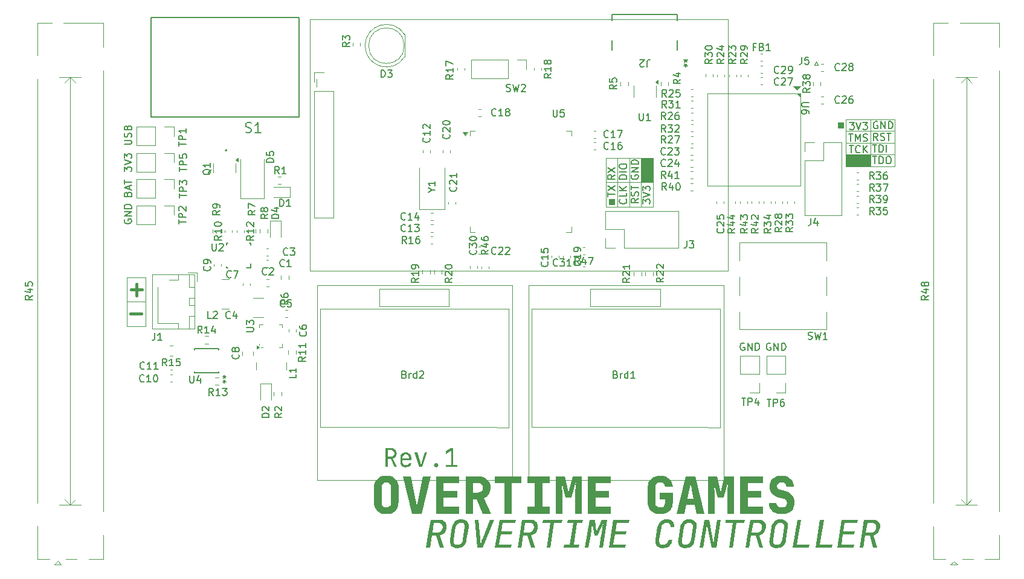
<source format=gbr>
%TF.GenerationSoftware,KiCad,Pcbnew,8.0.7*%
%TF.CreationDate,2025-03-26T21:54:53-04:00*%
%TF.ProjectId,RC-Car-Controller,52432d43-6172-42d4-936f-6e74726f6c6c,rev?*%
%TF.SameCoordinates,Original*%
%TF.FileFunction,Legend,Top*%
%TF.FilePolarity,Positive*%
%FSLAX46Y46*%
G04 Gerber Fmt 4.6, Leading zero omitted, Abs format (unit mm)*
G04 Created by KiCad (PCBNEW 8.0.7) date 2025-03-26 21:54:53*
%MOMM*%
%LPD*%
G01*
G04 APERTURE LIST*
%ADD10C,0.100000*%
%ADD11C,0.476250*%
%ADD12C,0.152400*%
%ADD13C,0.300000*%
%ADD14C,0.381000*%
%ADD15C,0.150000*%
%ADD16C,0.120000*%
%ADD17C,0.200000*%
%ADD18C,0.127000*%
G04 APERTURE END LIST*
D10*
X195707000Y-62293500D02*
X199136000Y-62293500D01*
X199136000Y-63944500D01*
X195707000Y-63944500D01*
X195707000Y-62293500D01*
G36*
X195707000Y-62293500D02*
G01*
X199136000Y-62293500D01*
X199136000Y-63944500D01*
X195707000Y-63944500D01*
X195707000Y-62293500D01*
G37*
X163703000Y-62738000D02*
X165354000Y-62738000D01*
X165354000Y-66167000D01*
X163703000Y-66167000D01*
X163703000Y-62738000D01*
X162052000Y-62738000D02*
X163703000Y-62738000D01*
X163703000Y-66167000D01*
X162052000Y-66167000D01*
X162052000Y-62738000D01*
X165354000Y-62738000D02*
X167005000Y-62738000D01*
X167005000Y-66167000D01*
X165354000Y-66167000D01*
X165354000Y-62738000D01*
X199136000Y-57340500D02*
X202565000Y-57340500D01*
X202565000Y-58991500D01*
X199136000Y-58991500D01*
X199136000Y-57340500D01*
X167005000Y-62738000D02*
X168656000Y-62738000D01*
X168656000Y-66167000D01*
X167005000Y-66167000D01*
X167005000Y-62738000D01*
G36*
X167005000Y-62738000D02*
G01*
X168656000Y-62738000D01*
X168656000Y-66167000D01*
X167005000Y-66167000D01*
X167005000Y-62738000D01*
G37*
X194564000Y-57785000D02*
X195326000Y-57785000D01*
X195326000Y-58547000D01*
X194564000Y-58547000D01*
X194564000Y-57785000D01*
G36*
X194564000Y-57785000D02*
G01*
X195326000Y-57785000D01*
X195326000Y-58547000D01*
X194564000Y-58547000D01*
X194564000Y-57785000D01*
G37*
X199136000Y-60642500D02*
X202565000Y-60642500D01*
X202565000Y-62293500D01*
X199136000Y-62293500D01*
X199136000Y-60642500D01*
X195707000Y-60642500D02*
X199136000Y-60642500D01*
X199136000Y-62293500D01*
X195707000Y-62293500D01*
X195707000Y-60642500D01*
X167005000Y-66167000D02*
X168656000Y-66167000D01*
X168656000Y-69596000D01*
X167005000Y-69596000D01*
X167005000Y-66167000D01*
X162497886Y-68514317D02*
X163259886Y-68514317D01*
X163259886Y-69276317D01*
X162497886Y-69276317D01*
X162497886Y-68514317D01*
G36*
X162497886Y-68514317D02*
G01*
X163259886Y-68514317D01*
X163259886Y-69276317D01*
X162497886Y-69276317D01*
X162497886Y-68514317D01*
G37*
X165354000Y-66167000D02*
X167005000Y-66167000D01*
X167005000Y-69596000D01*
X165354000Y-69596000D01*
X165354000Y-66167000D01*
X195707000Y-57340500D02*
X199136000Y-57340500D01*
X199136000Y-58991500D01*
X195707000Y-58991500D01*
X195707000Y-57340500D01*
X163703000Y-66167000D02*
X165354000Y-66167000D01*
X165354000Y-69596000D01*
X163703000Y-69596000D01*
X163703000Y-66167000D01*
X162052000Y-66167000D02*
X163703000Y-66167000D01*
X163703000Y-69596000D01*
X162052000Y-69596000D01*
X162052000Y-66167000D01*
X94932500Y-82931000D02*
X97599500Y-82931000D01*
X97599500Y-86360000D01*
X94932500Y-86360000D01*
X94932500Y-82931000D01*
X195707000Y-58991500D02*
X199136000Y-58991500D01*
X199136000Y-60642500D01*
X195707000Y-60642500D01*
X195707000Y-58991500D01*
X199136000Y-62293500D02*
X202565000Y-62293500D01*
X202565000Y-63944500D01*
X199136000Y-63944500D01*
X199136000Y-62293500D01*
X94932500Y-79502000D02*
X97599500Y-79502000D01*
X97599500Y-82931000D01*
X94932500Y-82931000D01*
X94932500Y-79502000D01*
X199136000Y-58991500D02*
X202565000Y-58991500D01*
X202565000Y-60642500D01*
X199136000Y-60642500D01*
X199136000Y-58991500D01*
D11*
G36*
X138919151Y-113542780D02*
G01*
X139112098Y-113581457D01*
X139298309Y-113655910D01*
X139329236Y-113673038D01*
X139481020Y-113783277D01*
X139610485Y-113934639D01*
X139682851Y-114069459D01*
X139739100Y-114254740D01*
X139756863Y-114458715D01*
X139739615Y-114660368D01*
X139698845Y-114848167D01*
X139626699Y-115043452D01*
X139526730Y-115221807D01*
X139444626Y-115331305D01*
X139301080Y-115477321D01*
X139135304Y-115598163D01*
X138969285Y-115684444D01*
X138833244Y-115736101D01*
X139353430Y-117462300D01*
X138790438Y-117462300D01*
X138302822Y-115794727D01*
X137675621Y-115794727D01*
X137418785Y-117462300D01*
X136893016Y-117462300D01*
X137231197Y-115323861D01*
X137750997Y-115323861D01*
X138442407Y-115323861D01*
X138634326Y-115302528D01*
X138818862Y-115230599D01*
X138940259Y-115143331D01*
X139071251Y-114991576D01*
X139152931Y-114823728D01*
X139192443Y-114665951D01*
X139202509Y-114472432D01*
X139154580Y-114280871D01*
X139092872Y-114182988D01*
X138935901Y-114059579D01*
X138756273Y-114008805D01*
X138650854Y-114002458D01*
X137959444Y-114002458D01*
X137750997Y-115323861D01*
X137231197Y-115323861D01*
X137514633Y-113531592D01*
X138726229Y-113531592D01*
X138919151Y-113542780D01*
G37*
G36*
X142052619Y-113486031D02*
G01*
X142236423Y-113528015D01*
X142414887Y-113606526D01*
X142429879Y-113615343D01*
X142578684Y-113727281D01*
X142705401Y-113879996D01*
X142776049Y-114015486D01*
X142830709Y-114201317D01*
X142847576Y-114387430D01*
X142833181Y-114589901D01*
X142830022Y-114611048D01*
X142550853Y-116377260D01*
X142509392Y-116573115D01*
X142449217Y-116751697D01*
X142355363Y-116938210D01*
X142236038Y-117101211D01*
X142113487Y-117222214D01*
X141950384Y-117338969D01*
X141768044Y-117427047D01*
X141566467Y-117486449D01*
X141378377Y-117514540D01*
X141210839Y-117521856D01*
X141006496Y-117507861D01*
X140822691Y-117465876D01*
X140644227Y-117387365D01*
X140629235Y-117378549D01*
X140469280Y-117255234D01*
X140346751Y-117100251D01*
X140285857Y-116979336D01*
X140232896Y-116792315D01*
X140217193Y-116604167D01*
X140219885Y-116567779D01*
X140753597Y-116567779D01*
X140785701Y-116754823D01*
X140851640Y-116877905D01*
X141000774Y-116996224D01*
X141196352Y-117046764D01*
X141286214Y-117050990D01*
X141482422Y-117030537D01*
X141665365Y-116961574D01*
X141781275Y-116877905D01*
X141904328Y-116726630D01*
X141981949Y-116550255D01*
X142020430Y-116379122D01*
X142298669Y-114609186D01*
X142311101Y-114423473D01*
X142278997Y-114238523D01*
X142213057Y-114115987D01*
X142063033Y-113997667D01*
X141882271Y-113948987D01*
X141773831Y-113942902D01*
X141577843Y-113963354D01*
X141395641Y-114032318D01*
X141280631Y-114115987D01*
X141159280Y-114266477D01*
X141082528Y-114440752D01*
X141044267Y-114609186D01*
X140766028Y-116379122D01*
X140753597Y-116567779D01*
X140219885Y-116567779D01*
X140232387Y-116398752D01*
X140235606Y-116377260D01*
X140513845Y-114611048D01*
X140555175Y-114417090D01*
X140614957Y-114240014D01*
X140708023Y-114054760D01*
X140826203Y-113892484D01*
X140947489Y-113771678D01*
X141109867Y-113654923D01*
X141291660Y-113566844D01*
X141492867Y-113507443D01*
X141680783Y-113479351D01*
X141848276Y-113472036D01*
X142052619Y-113486031D01*
G37*
G36*
X144060229Y-117462300D02*
G01*
X143679628Y-113531592D01*
X144215634Y-113531592D01*
X144445483Y-116178119D01*
X144460358Y-116365730D01*
X144473814Y-116563954D01*
X144479914Y-116668527D01*
X144489456Y-116854430D01*
X144493873Y-117029587D01*
X144553942Y-116842592D01*
X144612055Y-116668527D01*
X144675217Y-116488332D01*
X144744660Y-116303688D01*
X144794445Y-116178119D01*
X145855290Y-113531592D01*
X146402462Y-113531592D01*
X144773042Y-117462300D01*
X144060229Y-117462300D01*
G37*
G36*
X146528088Y-117462300D02*
G01*
X147149706Y-113531592D01*
X149427730Y-113531592D01*
X149347701Y-114002458D01*
X147600100Y-114002458D01*
X147413056Y-115145192D01*
X148978267Y-115145192D01*
X148902891Y-115616058D01*
X147337680Y-115616058D01*
X147128303Y-116991433D01*
X148881488Y-116991433D01*
X148806112Y-117462300D01*
X146528088Y-117462300D01*
G37*
G36*
X151708840Y-113542780D02*
G01*
X151901787Y-113581457D01*
X152087998Y-113655910D01*
X152118924Y-113673038D01*
X152270708Y-113783277D01*
X152400173Y-113934639D01*
X152472539Y-114069459D01*
X152528788Y-114254740D01*
X152546552Y-114458715D01*
X152529304Y-114660368D01*
X152488533Y-114848167D01*
X152416388Y-115043452D01*
X152316419Y-115221807D01*
X152234315Y-115331305D01*
X152090769Y-115477321D01*
X151924993Y-115598163D01*
X151758974Y-115684444D01*
X151622933Y-115736101D01*
X152143119Y-117462300D01*
X151580127Y-117462300D01*
X151092511Y-115794727D01*
X150465310Y-115794727D01*
X150208474Y-117462300D01*
X149682705Y-117462300D01*
X150020886Y-115323861D01*
X150540686Y-115323861D01*
X151232096Y-115323861D01*
X151424015Y-115302528D01*
X151608550Y-115230599D01*
X151729948Y-115143331D01*
X151860940Y-114991576D01*
X151942620Y-114823728D01*
X151982131Y-114665951D01*
X151992198Y-114472432D01*
X151944269Y-114280871D01*
X151882561Y-114182988D01*
X151725590Y-114059579D01*
X151545962Y-114008805D01*
X151440542Y-114002458D01*
X150749132Y-114002458D01*
X150540686Y-115323861D01*
X150020886Y-115323861D01*
X150304322Y-113531592D01*
X151515918Y-113531592D01*
X151708840Y-113542780D01*
G37*
G36*
X153748344Y-117462300D02*
G01*
X154289933Y-114002458D01*
X153229089Y-114002458D01*
X153309117Y-113531592D01*
X155956576Y-113531592D01*
X155882130Y-114002458D01*
X154820355Y-114002458D01*
X154279697Y-117462300D01*
X153748344Y-117462300D01*
G37*
G36*
X156141758Y-117462300D02*
G01*
X156217134Y-116991433D01*
X157015559Y-116991433D01*
X157481772Y-114002458D01*
X156688930Y-114002458D01*
X156763376Y-113531592D01*
X158897162Y-113531592D01*
X158821786Y-114002458D01*
X158023361Y-114002458D01*
X157557148Y-116991433D01*
X158349989Y-116991433D01*
X158275544Y-117462300D01*
X156141758Y-117462300D01*
G37*
G36*
X159162373Y-117462300D02*
G01*
X159783990Y-113531592D01*
X160523790Y-113531592D01*
X160738750Y-115241040D01*
X161504606Y-113531592D01*
X162276975Y-113531592D01*
X161655357Y-117462300D01*
X161145407Y-117462300D01*
X161430160Y-115659795D01*
X161461949Y-115475335D01*
X161496827Y-115279063D01*
X161530859Y-115092316D01*
X161542759Y-115027941D01*
X161579465Y-114832697D01*
X161617349Y-114637452D01*
X161656411Y-114442208D01*
X161678621Y-114333739D01*
X161719229Y-114143795D01*
X161763831Y-113945177D01*
X161807887Y-113759646D01*
X161820998Y-113706538D01*
X160894155Y-115735170D01*
X160443761Y-115735170D01*
X160164592Y-113754928D01*
X160153105Y-113958939D01*
X160137256Y-114172693D01*
X160117046Y-114396189D01*
X160092473Y-114629426D01*
X160063538Y-114872406D01*
X160038974Y-115061033D01*
X160011957Y-115255140D01*
X159982486Y-115454728D01*
X159950562Y-115659795D01*
X159666739Y-117462300D01*
X159162373Y-117462300D01*
G37*
G36*
X162515199Y-117462300D02*
G01*
X163136817Y-113531592D01*
X165414841Y-113531592D01*
X165334812Y-114002458D01*
X163587211Y-114002458D01*
X163400167Y-115145192D01*
X164965378Y-115145192D01*
X164890002Y-115616058D01*
X163324791Y-115616058D01*
X163115414Y-116991433D01*
X164868599Y-116991433D01*
X164793223Y-117462300D01*
X162515199Y-117462300D01*
G37*
G36*
X170030444Y-117521856D02*
G01*
X169836967Y-117511027D01*
X169635556Y-117471021D01*
X169460328Y-117401536D01*
X169292128Y-117286030D01*
X169220853Y-117213839D01*
X169108661Y-117046046D01*
X169040090Y-116850685D01*
X169015873Y-116657131D01*
X169025052Y-116442469D01*
X169033809Y-116377260D01*
X169312048Y-114611048D01*
X169353574Y-114417090D01*
X169413945Y-114240014D01*
X169508194Y-114054760D01*
X169628091Y-113892484D01*
X169751275Y-113771678D01*
X169916363Y-113654923D01*
X170101400Y-113566844D01*
X170306386Y-113507443D01*
X170497966Y-113479351D01*
X170668812Y-113472036D01*
X170856115Y-113483372D01*
X171044372Y-113522557D01*
X171227315Y-113597989D01*
X171257860Y-113615343D01*
X171407725Y-113726972D01*
X171535096Y-113880100D01*
X171605891Y-114016416D01*
X171660971Y-114203177D01*
X171677785Y-114407752D01*
X171659864Y-114609186D01*
X171129442Y-114609186D01*
X171139838Y-114415028D01*
X171093150Y-114222711D01*
X171032663Y-114124362D01*
X170877600Y-114000317D01*
X170681940Y-113947332D01*
X170593436Y-113942902D01*
X170398228Y-113964344D01*
X170211359Y-114036644D01*
X170089070Y-114124362D01*
X169959431Y-114277600D01*
X169880140Y-114448187D01*
X169843401Y-114609186D01*
X169564231Y-116379122D01*
X169553725Y-116576459D01*
X169600000Y-116770831D01*
X169660079Y-116869529D01*
X169816847Y-116993575D01*
X169998569Y-117044610D01*
X170105820Y-117050990D01*
X170300168Y-117029548D01*
X170485598Y-116957247D01*
X170606464Y-116869529D01*
X170735755Y-116715506D01*
X170816565Y-116542820D01*
X170855856Y-116379122D01*
X171386278Y-116379122D01*
X171342854Y-116574660D01*
X171280979Y-116752991D01*
X171185470Y-116939294D01*
X171064848Y-117102174D01*
X170941468Y-117223144D01*
X170777009Y-117339537D01*
X170593047Y-117427342D01*
X170389582Y-117486559D01*
X170199659Y-117514563D01*
X170030444Y-117521856D01*
G37*
G36*
X174026840Y-113486031D02*
G01*
X174210645Y-113528015D01*
X174389109Y-113606526D01*
X174404101Y-113615343D01*
X174552906Y-113727281D01*
X174679623Y-113879996D01*
X174750271Y-114015486D01*
X174804931Y-114201317D01*
X174821798Y-114387430D01*
X174807403Y-114589901D01*
X174804244Y-114611048D01*
X174525075Y-116377260D01*
X174483613Y-116573115D01*
X174423439Y-116751697D01*
X174329585Y-116938210D01*
X174210260Y-117101211D01*
X174087709Y-117222214D01*
X173924605Y-117338969D01*
X173742266Y-117427047D01*
X173540689Y-117486449D01*
X173352599Y-117514540D01*
X173185061Y-117521856D01*
X172980718Y-117507861D01*
X172796913Y-117465876D01*
X172618449Y-117387365D01*
X172603457Y-117378549D01*
X172443502Y-117255234D01*
X172320973Y-117100251D01*
X172260079Y-116979336D01*
X172207118Y-116792315D01*
X172191415Y-116604167D01*
X172194107Y-116567779D01*
X172727819Y-116567779D01*
X172759923Y-116754823D01*
X172825862Y-116877905D01*
X172974996Y-116996224D01*
X173170574Y-117046764D01*
X173260436Y-117050990D01*
X173456644Y-117030537D01*
X173639587Y-116961574D01*
X173755497Y-116877905D01*
X173878550Y-116726630D01*
X173956171Y-116550255D01*
X173994652Y-116379122D01*
X174272891Y-114609186D01*
X174285323Y-114423473D01*
X174253219Y-114238523D01*
X174187279Y-114115987D01*
X174037255Y-113997667D01*
X173856492Y-113948987D01*
X173748053Y-113942902D01*
X173552065Y-113963354D01*
X173369863Y-114032318D01*
X173254853Y-114115987D01*
X173133501Y-114266477D01*
X173056750Y-114440752D01*
X173018489Y-114609186D01*
X172740250Y-116379122D01*
X172727819Y-116567779D01*
X172194107Y-116567779D01*
X172206609Y-116398752D01*
X172209828Y-116377260D01*
X172488067Y-114611048D01*
X172529397Y-114417090D01*
X172589179Y-114240014D01*
X172682245Y-114054760D01*
X172800425Y-113892484D01*
X172921711Y-113771678D01*
X173084089Y-113654923D01*
X173265882Y-113566844D01*
X173467089Y-113507443D01*
X173655005Y-113479351D01*
X173822498Y-113472036D01*
X174026840Y-113486031D01*
G37*
G36*
X175246263Y-117462300D02*
G01*
X175867880Y-113531592D01*
X176549054Y-113531592D01*
X177197658Y-116853710D01*
X177212766Y-116663227D01*
X177226505Y-116505678D01*
X177245180Y-116307656D01*
X177264824Y-116116563D01*
X177269311Y-116074827D01*
X177292085Y-115883403D01*
X177320043Y-115688979D01*
X177326076Y-115651420D01*
X177663871Y-113531592D01*
X178167307Y-113531592D01*
X177545689Y-117462300D01*
X176859863Y-117462300D01*
X176215912Y-114174612D01*
X176200804Y-114360916D01*
X176187064Y-114513338D01*
X176167776Y-114705199D01*
X176146453Y-114892017D01*
X176141466Y-114933023D01*
X176116785Y-115119205D01*
X176087968Y-115307222D01*
X176081910Y-115343402D01*
X175745046Y-117462300D01*
X175246263Y-117462300D01*
G37*
G36*
X179327722Y-117462300D02*
G01*
X179869311Y-114002458D01*
X178808466Y-114002458D01*
X178888495Y-113531592D01*
X181535953Y-113531592D01*
X181461508Y-114002458D01*
X180399733Y-114002458D01*
X179859075Y-117462300D01*
X179327722Y-117462300D01*
G37*
G36*
X183683062Y-113542780D02*
G01*
X183876008Y-113581457D01*
X184062220Y-113655910D01*
X184093146Y-113673038D01*
X184244930Y-113783277D01*
X184374395Y-113934639D01*
X184446761Y-114069459D01*
X184503010Y-114254740D01*
X184520774Y-114458715D01*
X184503526Y-114660368D01*
X184462755Y-114848167D01*
X184390610Y-115043452D01*
X184290641Y-115221807D01*
X184208536Y-115331305D01*
X184064990Y-115477321D01*
X183899214Y-115598163D01*
X183733196Y-115684444D01*
X183597155Y-115736101D01*
X184117341Y-117462300D01*
X183554349Y-117462300D01*
X183066733Y-115794727D01*
X182439532Y-115794727D01*
X182182696Y-117462300D01*
X181656927Y-117462300D01*
X181995108Y-115323861D01*
X182514908Y-115323861D01*
X183206318Y-115323861D01*
X183398237Y-115302528D01*
X183582772Y-115230599D01*
X183704170Y-115143331D01*
X183835162Y-114991576D01*
X183916842Y-114823728D01*
X183956353Y-114665951D01*
X183966420Y-114472432D01*
X183918491Y-114280871D01*
X183856783Y-114182988D01*
X183699812Y-114059579D01*
X183520184Y-114008805D01*
X183414764Y-114002458D01*
X182723354Y-114002458D01*
X182514908Y-115323861D01*
X181995108Y-115323861D01*
X182278544Y-113531592D01*
X183490140Y-113531592D01*
X183683062Y-113542780D01*
G37*
G36*
X186816529Y-113486031D02*
G01*
X187000334Y-113528015D01*
X187178798Y-113606526D01*
X187193790Y-113615343D01*
X187342595Y-113727281D01*
X187469312Y-113879996D01*
X187539960Y-114015486D01*
X187594620Y-114201317D01*
X187611486Y-114387430D01*
X187597092Y-114589901D01*
X187593933Y-114611048D01*
X187314763Y-116377260D01*
X187273302Y-116573115D01*
X187213128Y-116751697D01*
X187119274Y-116938210D01*
X186999949Y-117101211D01*
X186877398Y-117222214D01*
X186714294Y-117338969D01*
X186531954Y-117427047D01*
X186330378Y-117486449D01*
X186142287Y-117514540D01*
X185974749Y-117521856D01*
X185770407Y-117507861D01*
X185586602Y-117465876D01*
X185408138Y-117387365D01*
X185393146Y-117378549D01*
X185233191Y-117255234D01*
X185110661Y-117100251D01*
X185049767Y-116979336D01*
X184996807Y-116792315D01*
X184981104Y-116604167D01*
X184983796Y-116567779D01*
X185517507Y-116567779D01*
X185549612Y-116754823D01*
X185615551Y-116877905D01*
X185764685Y-116996224D01*
X185960263Y-117046764D01*
X186050125Y-117050990D01*
X186246333Y-117030537D01*
X186429276Y-116961574D01*
X186545186Y-116877905D01*
X186668239Y-116726630D01*
X186745860Y-116550255D01*
X186784341Y-116379122D01*
X187062580Y-114609186D01*
X187075012Y-114423473D01*
X187042907Y-114238523D01*
X186976968Y-114115987D01*
X186826944Y-113997667D01*
X186646181Y-113948987D01*
X186537741Y-113942902D01*
X186341754Y-113963354D01*
X186159552Y-114032318D01*
X186044542Y-114115987D01*
X185923190Y-114266477D01*
X185846439Y-114440752D01*
X185808178Y-114609186D01*
X185529939Y-116379122D01*
X185517507Y-116567779D01*
X184983796Y-116567779D01*
X184996298Y-116398752D01*
X184999517Y-116377260D01*
X185277756Y-114611048D01*
X185319086Y-114417090D01*
X185378868Y-114240014D01*
X185471933Y-114054760D01*
X185590113Y-113892484D01*
X185711399Y-113771678D01*
X185873778Y-113654923D01*
X186055570Y-113566844D01*
X186256778Y-113507443D01*
X186444694Y-113479351D01*
X186612187Y-113472036D01*
X186816529Y-113486031D01*
G37*
G36*
X188261148Y-117462300D02*
G01*
X188882766Y-113531592D01*
X189413188Y-113531592D01*
X188866946Y-116991433D01*
X190608964Y-116991433D01*
X190533588Y-117462300D01*
X188261148Y-117462300D01*
G37*
G36*
X191458570Y-117462300D02*
G01*
X192080188Y-113531592D01*
X192610610Y-113531592D01*
X192064368Y-116991433D01*
X193806386Y-116991433D01*
X193731011Y-117462300D01*
X191458570Y-117462300D01*
G37*
G36*
X194489421Y-117462300D02*
G01*
X195111039Y-113531592D01*
X197389063Y-113531592D01*
X197309034Y-114002458D01*
X195561433Y-114002458D01*
X195374389Y-115145192D01*
X196939600Y-115145192D01*
X196864224Y-115616058D01*
X195299013Y-115616058D01*
X195089636Y-116991433D01*
X196842821Y-116991433D01*
X196767445Y-117462300D01*
X194489421Y-117462300D01*
G37*
G36*
X199670173Y-113542780D02*
G01*
X199863119Y-113581457D01*
X200049331Y-113655910D01*
X200080257Y-113673038D01*
X200232041Y-113783277D01*
X200361506Y-113934639D01*
X200433872Y-114069459D01*
X200490121Y-114254740D01*
X200507885Y-114458715D01*
X200490637Y-114660368D01*
X200449866Y-114848167D01*
X200377721Y-115043452D01*
X200277752Y-115221807D01*
X200195647Y-115331305D01*
X200052101Y-115477321D01*
X199886325Y-115598163D01*
X199720307Y-115684444D01*
X199584266Y-115736101D01*
X200104452Y-117462300D01*
X199541460Y-117462300D01*
X199053844Y-115794727D01*
X198426643Y-115794727D01*
X198169807Y-117462300D01*
X197644038Y-117462300D01*
X197982219Y-115323861D01*
X198502019Y-115323861D01*
X199193429Y-115323861D01*
X199385348Y-115302528D01*
X199569883Y-115230599D01*
X199691281Y-115143331D01*
X199822273Y-114991576D01*
X199903952Y-114823728D01*
X199943464Y-114665951D01*
X199953531Y-114472432D01*
X199905602Y-114280871D01*
X199843894Y-114182988D01*
X199686923Y-114059579D01*
X199507295Y-114008805D01*
X199401875Y-114002458D01*
X198710465Y-114002458D01*
X198502019Y-115323861D01*
X197982219Y-115323861D01*
X198265655Y-113531592D01*
X199477251Y-113531592D01*
X199670173Y-113542780D01*
G37*
D12*
X196247784Y-57746829D02*
X196876737Y-57746829D01*
X196876737Y-57746829D02*
X196538070Y-58133877D01*
X196538070Y-58133877D02*
X196683213Y-58133877D01*
X196683213Y-58133877D02*
X196779975Y-58182258D01*
X196779975Y-58182258D02*
X196828356Y-58230639D01*
X196828356Y-58230639D02*
X196876737Y-58327401D01*
X196876737Y-58327401D02*
X196876737Y-58569306D01*
X196876737Y-58569306D02*
X196828356Y-58666068D01*
X196828356Y-58666068D02*
X196779975Y-58714449D01*
X196779975Y-58714449D02*
X196683213Y-58762829D01*
X196683213Y-58762829D02*
X196392927Y-58762829D01*
X196392927Y-58762829D02*
X196296165Y-58714449D01*
X196296165Y-58714449D02*
X196247784Y-58666068D01*
X197167022Y-57746829D02*
X197505689Y-58762829D01*
X197505689Y-58762829D02*
X197844356Y-57746829D01*
X198086260Y-57746829D02*
X198715213Y-57746829D01*
X198715213Y-57746829D02*
X198376546Y-58133877D01*
X198376546Y-58133877D02*
X198521689Y-58133877D01*
X198521689Y-58133877D02*
X198618451Y-58182258D01*
X198618451Y-58182258D02*
X198666832Y-58230639D01*
X198666832Y-58230639D02*
X198715213Y-58327401D01*
X198715213Y-58327401D02*
X198715213Y-58569306D01*
X198715213Y-58569306D02*
X198666832Y-58666068D01*
X198666832Y-58666068D02*
X198618451Y-58714449D01*
X198618451Y-58714449D02*
X198521689Y-58762829D01*
X198521689Y-58762829D02*
X198231403Y-58762829D01*
X198231403Y-58762829D02*
X198134641Y-58714449D01*
X198134641Y-58714449D02*
X198086260Y-58666068D01*
X196102641Y-59382532D02*
X196683213Y-59382532D01*
X196392927Y-60398532D02*
X196392927Y-59382532D01*
X197021879Y-60398532D02*
X197021879Y-59382532D01*
X197021879Y-59382532D02*
X197360546Y-60108247D01*
X197360546Y-60108247D02*
X197699213Y-59382532D01*
X197699213Y-59382532D02*
X197699213Y-60398532D01*
X198134641Y-60350152D02*
X198279784Y-60398532D01*
X198279784Y-60398532D02*
X198521689Y-60398532D01*
X198521689Y-60398532D02*
X198618451Y-60350152D01*
X198618451Y-60350152D02*
X198666832Y-60301771D01*
X198666832Y-60301771D02*
X198715213Y-60205009D01*
X198715213Y-60205009D02*
X198715213Y-60108247D01*
X198715213Y-60108247D02*
X198666832Y-60011485D01*
X198666832Y-60011485D02*
X198618451Y-59963104D01*
X198618451Y-59963104D02*
X198521689Y-59914723D01*
X198521689Y-59914723D02*
X198328165Y-59866342D01*
X198328165Y-59866342D02*
X198231403Y-59817961D01*
X198231403Y-59817961D02*
X198183022Y-59769580D01*
X198183022Y-59769580D02*
X198134641Y-59672818D01*
X198134641Y-59672818D02*
X198134641Y-59576056D01*
X198134641Y-59576056D02*
X198183022Y-59479294D01*
X198183022Y-59479294D02*
X198231403Y-59430913D01*
X198231403Y-59430913D02*
X198328165Y-59382532D01*
X198328165Y-59382532D02*
X198570070Y-59382532D01*
X198570070Y-59382532D02*
X198715213Y-59430913D01*
X196199403Y-61018235D02*
X196779975Y-61018235D01*
X196489689Y-62034235D02*
X196489689Y-61018235D01*
X197699213Y-61937474D02*
X197650832Y-61985855D01*
X197650832Y-61985855D02*
X197505689Y-62034235D01*
X197505689Y-62034235D02*
X197408927Y-62034235D01*
X197408927Y-62034235D02*
X197263784Y-61985855D01*
X197263784Y-61985855D02*
X197167022Y-61889093D01*
X197167022Y-61889093D02*
X197118641Y-61792331D01*
X197118641Y-61792331D02*
X197070260Y-61598807D01*
X197070260Y-61598807D02*
X197070260Y-61453664D01*
X197070260Y-61453664D02*
X197118641Y-61260140D01*
X197118641Y-61260140D02*
X197167022Y-61163378D01*
X197167022Y-61163378D02*
X197263784Y-61066616D01*
X197263784Y-61066616D02*
X197408927Y-61018235D01*
X197408927Y-61018235D02*
X197505689Y-61018235D01*
X197505689Y-61018235D02*
X197650832Y-61066616D01*
X197650832Y-61066616D02*
X197699213Y-61114997D01*
X198134641Y-62034235D02*
X198134641Y-61018235D01*
X198715213Y-62034235D02*
X198279784Y-61453664D01*
X198715213Y-61018235D02*
X198134641Y-61598807D01*
X185153905Y-88775476D02*
X185057143Y-88727095D01*
X185057143Y-88727095D02*
X184912000Y-88727095D01*
X184912000Y-88727095D02*
X184766857Y-88775476D01*
X184766857Y-88775476D02*
X184670095Y-88872238D01*
X184670095Y-88872238D02*
X184621714Y-88969000D01*
X184621714Y-88969000D02*
X184573333Y-89162524D01*
X184573333Y-89162524D02*
X184573333Y-89307667D01*
X184573333Y-89307667D02*
X184621714Y-89501191D01*
X184621714Y-89501191D02*
X184670095Y-89597953D01*
X184670095Y-89597953D02*
X184766857Y-89694715D01*
X184766857Y-89694715D02*
X184912000Y-89743095D01*
X184912000Y-89743095D02*
X185008762Y-89743095D01*
X185008762Y-89743095D02*
X185153905Y-89694715D01*
X185153905Y-89694715D02*
X185202286Y-89646334D01*
X185202286Y-89646334D02*
X185202286Y-89307667D01*
X185202286Y-89307667D02*
X185008762Y-89307667D01*
X185637714Y-89743095D02*
X185637714Y-88727095D01*
X185637714Y-88727095D02*
X186218286Y-89743095D01*
X186218286Y-89743095D02*
X186218286Y-88727095D01*
X186702095Y-89743095D02*
X186702095Y-88727095D01*
X186702095Y-88727095D02*
X186944000Y-88727095D01*
X186944000Y-88727095D02*
X187089143Y-88775476D01*
X187089143Y-88775476D02*
X187185905Y-88872238D01*
X187185905Y-88872238D02*
X187234286Y-88969000D01*
X187234286Y-88969000D02*
X187282667Y-89162524D01*
X187282667Y-89162524D02*
X187282667Y-89307667D01*
X187282667Y-89307667D02*
X187234286Y-89501191D01*
X187234286Y-89501191D02*
X187185905Y-89597953D01*
X187185905Y-89597953D02*
X187089143Y-89694715D01*
X187089143Y-89694715D02*
X186944000Y-89743095D01*
X186944000Y-89743095D02*
X186702095Y-89743095D01*
X95052905Y-67805904D02*
X95101286Y-67660761D01*
X95101286Y-67660761D02*
X95149667Y-67612380D01*
X95149667Y-67612380D02*
X95246429Y-67563999D01*
X95246429Y-67563999D02*
X95391572Y-67563999D01*
X95391572Y-67563999D02*
X95488334Y-67612380D01*
X95488334Y-67612380D02*
X95536715Y-67660761D01*
X95536715Y-67660761D02*
X95585095Y-67757523D01*
X95585095Y-67757523D02*
X95585095Y-68144571D01*
X95585095Y-68144571D02*
X94569095Y-68144571D01*
X94569095Y-68144571D02*
X94569095Y-67805904D01*
X94569095Y-67805904D02*
X94617476Y-67709142D01*
X94617476Y-67709142D02*
X94665857Y-67660761D01*
X94665857Y-67660761D02*
X94762619Y-67612380D01*
X94762619Y-67612380D02*
X94859381Y-67612380D01*
X94859381Y-67612380D02*
X94956143Y-67660761D01*
X94956143Y-67660761D02*
X95004524Y-67709142D01*
X95004524Y-67709142D02*
X95052905Y-67805904D01*
X95052905Y-67805904D02*
X95052905Y-68144571D01*
X95294810Y-67176952D02*
X95294810Y-66693142D01*
X95585095Y-67273714D02*
X94569095Y-66935047D01*
X94569095Y-66935047D02*
X95585095Y-66596380D01*
X94569095Y-66402857D02*
X94569095Y-65822285D01*
X95585095Y-66112571D02*
X94569095Y-66112571D01*
X200137358Y-57683507D02*
X200040596Y-57635126D01*
X200040596Y-57635126D02*
X199895453Y-57635126D01*
X199895453Y-57635126D02*
X199750310Y-57683507D01*
X199750310Y-57683507D02*
X199653548Y-57780269D01*
X199653548Y-57780269D02*
X199605167Y-57877031D01*
X199605167Y-57877031D02*
X199556786Y-58070555D01*
X199556786Y-58070555D02*
X199556786Y-58215698D01*
X199556786Y-58215698D02*
X199605167Y-58409222D01*
X199605167Y-58409222D02*
X199653548Y-58505984D01*
X199653548Y-58505984D02*
X199750310Y-58602746D01*
X199750310Y-58602746D02*
X199895453Y-58651126D01*
X199895453Y-58651126D02*
X199992215Y-58651126D01*
X199992215Y-58651126D02*
X200137358Y-58602746D01*
X200137358Y-58602746D02*
X200185739Y-58554365D01*
X200185739Y-58554365D02*
X200185739Y-58215698D01*
X200185739Y-58215698D02*
X199992215Y-58215698D01*
X200621167Y-58651126D02*
X200621167Y-57635126D01*
X200621167Y-57635126D02*
X201201739Y-58651126D01*
X201201739Y-58651126D02*
X201201739Y-57635126D01*
X201685548Y-58651126D02*
X201685548Y-57635126D01*
X201685548Y-57635126D02*
X201927453Y-57635126D01*
X201927453Y-57635126D02*
X202072596Y-57683507D01*
X202072596Y-57683507D02*
X202169358Y-57780269D01*
X202169358Y-57780269D02*
X202217739Y-57877031D01*
X202217739Y-57877031D02*
X202266120Y-58070555D01*
X202266120Y-58070555D02*
X202266120Y-58215698D01*
X202266120Y-58215698D02*
X202217739Y-58409222D01*
X202217739Y-58409222D02*
X202169358Y-58505984D01*
X202169358Y-58505984D02*
X202072596Y-58602746D01*
X202072596Y-58602746D02*
X201927453Y-58651126D01*
X201927453Y-58651126D02*
X201685548Y-58651126D01*
X200185739Y-60286829D02*
X199847072Y-59803020D01*
X199605167Y-60286829D02*
X199605167Y-59270829D01*
X199605167Y-59270829D02*
X199992215Y-59270829D01*
X199992215Y-59270829D02*
X200088977Y-59319210D01*
X200088977Y-59319210D02*
X200137358Y-59367591D01*
X200137358Y-59367591D02*
X200185739Y-59464353D01*
X200185739Y-59464353D02*
X200185739Y-59609496D01*
X200185739Y-59609496D02*
X200137358Y-59706258D01*
X200137358Y-59706258D02*
X200088977Y-59754639D01*
X200088977Y-59754639D02*
X199992215Y-59803020D01*
X199992215Y-59803020D02*
X199605167Y-59803020D01*
X200572786Y-60238449D02*
X200717929Y-60286829D01*
X200717929Y-60286829D02*
X200959834Y-60286829D01*
X200959834Y-60286829D02*
X201056596Y-60238449D01*
X201056596Y-60238449D02*
X201104977Y-60190068D01*
X201104977Y-60190068D02*
X201153358Y-60093306D01*
X201153358Y-60093306D02*
X201153358Y-59996544D01*
X201153358Y-59996544D02*
X201104977Y-59899782D01*
X201104977Y-59899782D02*
X201056596Y-59851401D01*
X201056596Y-59851401D02*
X200959834Y-59803020D01*
X200959834Y-59803020D02*
X200766310Y-59754639D01*
X200766310Y-59754639D02*
X200669548Y-59706258D01*
X200669548Y-59706258D02*
X200621167Y-59657877D01*
X200621167Y-59657877D02*
X200572786Y-59561115D01*
X200572786Y-59561115D02*
X200572786Y-59464353D01*
X200572786Y-59464353D02*
X200621167Y-59367591D01*
X200621167Y-59367591D02*
X200669548Y-59319210D01*
X200669548Y-59319210D02*
X200766310Y-59270829D01*
X200766310Y-59270829D02*
X201008215Y-59270829D01*
X201008215Y-59270829D02*
X201153358Y-59319210D01*
X201443643Y-59270829D02*
X202024215Y-59270829D01*
X201733929Y-60286829D02*
X201733929Y-59270829D01*
X199460024Y-60906532D02*
X200040596Y-60906532D01*
X199750310Y-61922532D02*
X199750310Y-60906532D01*
X200379262Y-61922532D02*
X200379262Y-60906532D01*
X200379262Y-60906532D02*
X200621167Y-60906532D01*
X200621167Y-60906532D02*
X200766310Y-60954913D01*
X200766310Y-60954913D02*
X200863072Y-61051675D01*
X200863072Y-61051675D02*
X200911453Y-61148437D01*
X200911453Y-61148437D02*
X200959834Y-61341961D01*
X200959834Y-61341961D02*
X200959834Y-61487104D01*
X200959834Y-61487104D02*
X200911453Y-61680628D01*
X200911453Y-61680628D02*
X200863072Y-61777390D01*
X200863072Y-61777390D02*
X200766310Y-61874152D01*
X200766310Y-61874152D02*
X200621167Y-61922532D01*
X200621167Y-61922532D02*
X200379262Y-61922532D01*
X201395262Y-61922532D02*
X201395262Y-60906532D01*
X199460024Y-62542235D02*
X200040596Y-62542235D01*
X199750310Y-63558235D02*
X199750310Y-62542235D01*
X200379262Y-63558235D02*
X200379262Y-62542235D01*
X200379262Y-62542235D02*
X200621167Y-62542235D01*
X200621167Y-62542235D02*
X200766310Y-62590616D01*
X200766310Y-62590616D02*
X200863072Y-62687378D01*
X200863072Y-62687378D02*
X200911453Y-62784140D01*
X200911453Y-62784140D02*
X200959834Y-62977664D01*
X200959834Y-62977664D02*
X200959834Y-63122807D01*
X200959834Y-63122807D02*
X200911453Y-63316331D01*
X200911453Y-63316331D02*
X200863072Y-63413093D01*
X200863072Y-63413093D02*
X200766310Y-63509855D01*
X200766310Y-63509855D02*
X200621167Y-63558235D01*
X200621167Y-63558235D02*
X200379262Y-63558235D01*
X201588786Y-62542235D02*
X201782310Y-62542235D01*
X201782310Y-62542235D02*
X201879072Y-62590616D01*
X201879072Y-62590616D02*
X201975834Y-62687378D01*
X201975834Y-62687378D02*
X202024215Y-62880902D01*
X202024215Y-62880902D02*
X202024215Y-63219569D01*
X202024215Y-63219569D02*
X201975834Y-63413093D01*
X201975834Y-63413093D02*
X201879072Y-63509855D01*
X201879072Y-63509855D02*
X201782310Y-63558235D01*
X201782310Y-63558235D02*
X201588786Y-63558235D01*
X201588786Y-63558235D02*
X201492024Y-63509855D01*
X201492024Y-63509855D02*
X201395262Y-63413093D01*
X201395262Y-63413093D02*
X201346881Y-63219569D01*
X201346881Y-63219569D02*
X201346881Y-62880902D01*
X201346881Y-62880902D02*
X201395262Y-62687378D01*
X201395262Y-62687378D02*
X201492024Y-62590616D01*
X201492024Y-62590616D02*
X201588786Y-62542235D01*
X163347329Y-65117260D02*
X162863520Y-65455927D01*
X163347329Y-65697832D02*
X162331329Y-65697832D01*
X162331329Y-65697832D02*
X162331329Y-65310784D01*
X162331329Y-65310784D02*
X162379710Y-65214022D01*
X162379710Y-65214022D02*
X162428091Y-65165641D01*
X162428091Y-65165641D02*
X162524853Y-65117260D01*
X162524853Y-65117260D02*
X162669996Y-65117260D01*
X162669996Y-65117260D02*
X162766758Y-65165641D01*
X162766758Y-65165641D02*
X162815139Y-65214022D01*
X162815139Y-65214022D02*
X162863520Y-65310784D01*
X162863520Y-65310784D02*
X162863520Y-65697832D01*
X162331329Y-64778594D02*
X163347329Y-64101260D01*
X162331329Y-64101260D02*
X163347329Y-64778594D01*
X164983032Y-65697832D02*
X163967032Y-65697832D01*
X163967032Y-65697832D02*
X163967032Y-65455927D01*
X163967032Y-65455927D02*
X164015413Y-65310784D01*
X164015413Y-65310784D02*
X164112175Y-65214022D01*
X164112175Y-65214022D02*
X164208937Y-65165641D01*
X164208937Y-65165641D02*
X164402461Y-65117260D01*
X164402461Y-65117260D02*
X164547604Y-65117260D01*
X164547604Y-65117260D02*
X164741128Y-65165641D01*
X164741128Y-65165641D02*
X164837890Y-65214022D01*
X164837890Y-65214022D02*
X164934652Y-65310784D01*
X164934652Y-65310784D02*
X164983032Y-65455927D01*
X164983032Y-65455927D02*
X164983032Y-65697832D01*
X164983032Y-64681832D02*
X163967032Y-64681832D01*
X163967032Y-64004498D02*
X163967032Y-63810974D01*
X163967032Y-63810974D02*
X164015413Y-63714212D01*
X164015413Y-63714212D02*
X164112175Y-63617450D01*
X164112175Y-63617450D02*
X164305699Y-63569069D01*
X164305699Y-63569069D02*
X164644366Y-63569069D01*
X164644366Y-63569069D02*
X164837890Y-63617450D01*
X164837890Y-63617450D02*
X164934652Y-63714212D01*
X164934652Y-63714212D02*
X164983032Y-63810974D01*
X164983032Y-63810974D02*
X164983032Y-64004498D01*
X164983032Y-64004498D02*
X164934652Y-64101260D01*
X164934652Y-64101260D02*
X164837890Y-64198022D01*
X164837890Y-64198022D02*
X164644366Y-64246403D01*
X164644366Y-64246403D02*
X164305699Y-64246403D01*
X164305699Y-64246403D02*
X164112175Y-64198022D01*
X164112175Y-64198022D02*
X164015413Y-64101260D01*
X164015413Y-64101260D02*
X163967032Y-64004498D01*
X165651116Y-65165641D02*
X165602735Y-65262403D01*
X165602735Y-65262403D02*
X165602735Y-65407546D01*
X165602735Y-65407546D02*
X165651116Y-65552689D01*
X165651116Y-65552689D02*
X165747878Y-65649451D01*
X165747878Y-65649451D02*
X165844640Y-65697832D01*
X165844640Y-65697832D02*
X166038164Y-65746213D01*
X166038164Y-65746213D02*
X166183307Y-65746213D01*
X166183307Y-65746213D02*
X166376831Y-65697832D01*
X166376831Y-65697832D02*
X166473593Y-65649451D01*
X166473593Y-65649451D02*
X166570355Y-65552689D01*
X166570355Y-65552689D02*
X166618735Y-65407546D01*
X166618735Y-65407546D02*
X166618735Y-65310784D01*
X166618735Y-65310784D02*
X166570355Y-65165641D01*
X166570355Y-65165641D02*
X166521974Y-65117260D01*
X166521974Y-65117260D02*
X166183307Y-65117260D01*
X166183307Y-65117260D02*
X166183307Y-65310784D01*
X166618735Y-64681832D02*
X165602735Y-64681832D01*
X165602735Y-64681832D02*
X166618735Y-64101260D01*
X166618735Y-64101260D02*
X165602735Y-64101260D01*
X166618735Y-63617451D02*
X165602735Y-63617451D01*
X165602735Y-63617451D02*
X165602735Y-63375546D01*
X165602735Y-63375546D02*
X165651116Y-63230403D01*
X165651116Y-63230403D02*
X165747878Y-63133641D01*
X165747878Y-63133641D02*
X165844640Y-63085260D01*
X165844640Y-63085260D02*
X166038164Y-63036879D01*
X166038164Y-63036879D02*
X166183307Y-63036879D01*
X166183307Y-63036879D02*
X166376831Y-63085260D01*
X166376831Y-63085260D02*
X166473593Y-63133641D01*
X166473593Y-63133641D02*
X166570355Y-63230403D01*
X166570355Y-63230403D02*
X166618735Y-63375546D01*
X166618735Y-63375546D02*
X166618735Y-63617451D01*
X162346455Y-68166215D02*
X162346455Y-67585643D01*
X163362455Y-67875929D02*
X162346455Y-67875929D01*
X162346455Y-67343739D02*
X163362455Y-66666405D01*
X162346455Y-66666405D02*
X163362455Y-67343739D01*
X164901397Y-68553262D02*
X164949778Y-68601643D01*
X164949778Y-68601643D02*
X164998158Y-68746786D01*
X164998158Y-68746786D02*
X164998158Y-68843548D01*
X164998158Y-68843548D02*
X164949778Y-68988691D01*
X164949778Y-68988691D02*
X164853016Y-69085453D01*
X164853016Y-69085453D02*
X164756254Y-69133834D01*
X164756254Y-69133834D02*
X164562730Y-69182215D01*
X164562730Y-69182215D02*
X164417587Y-69182215D01*
X164417587Y-69182215D02*
X164224063Y-69133834D01*
X164224063Y-69133834D02*
X164127301Y-69085453D01*
X164127301Y-69085453D02*
X164030539Y-68988691D01*
X164030539Y-68988691D02*
X163982158Y-68843548D01*
X163982158Y-68843548D02*
X163982158Y-68746786D01*
X163982158Y-68746786D02*
X164030539Y-68601643D01*
X164030539Y-68601643D02*
X164078920Y-68553262D01*
X164998158Y-67634024D02*
X164998158Y-68117834D01*
X164998158Y-68117834D02*
X163982158Y-68117834D01*
X164998158Y-67295358D02*
X163982158Y-67295358D01*
X164998158Y-66714786D02*
X164417587Y-67150215D01*
X163982158Y-66714786D02*
X164562730Y-67295358D01*
X166633861Y-68456500D02*
X166150052Y-68795167D01*
X166633861Y-69037072D02*
X165617861Y-69037072D01*
X165617861Y-69037072D02*
X165617861Y-68650024D01*
X165617861Y-68650024D02*
X165666242Y-68553262D01*
X165666242Y-68553262D02*
X165714623Y-68504881D01*
X165714623Y-68504881D02*
X165811385Y-68456500D01*
X165811385Y-68456500D02*
X165956528Y-68456500D01*
X165956528Y-68456500D02*
X166053290Y-68504881D01*
X166053290Y-68504881D02*
X166101671Y-68553262D01*
X166101671Y-68553262D02*
X166150052Y-68650024D01*
X166150052Y-68650024D02*
X166150052Y-69037072D01*
X166585481Y-68069453D02*
X166633861Y-67924310D01*
X166633861Y-67924310D02*
X166633861Y-67682405D01*
X166633861Y-67682405D02*
X166585481Y-67585643D01*
X166585481Y-67585643D02*
X166537100Y-67537262D01*
X166537100Y-67537262D02*
X166440338Y-67488881D01*
X166440338Y-67488881D02*
X166343576Y-67488881D01*
X166343576Y-67488881D02*
X166246814Y-67537262D01*
X166246814Y-67537262D02*
X166198433Y-67585643D01*
X166198433Y-67585643D02*
X166150052Y-67682405D01*
X166150052Y-67682405D02*
X166101671Y-67875929D01*
X166101671Y-67875929D02*
X166053290Y-67972691D01*
X166053290Y-67972691D02*
X166004909Y-68021072D01*
X166004909Y-68021072D02*
X165908147Y-68069453D01*
X165908147Y-68069453D02*
X165811385Y-68069453D01*
X165811385Y-68069453D02*
X165714623Y-68021072D01*
X165714623Y-68021072D02*
X165666242Y-67972691D01*
X165666242Y-67972691D02*
X165617861Y-67875929D01*
X165617861Y-67875929D02*
X165617861Y-67634024D01*
X165617861Y-67634024D02*
X165666242Y-67488881D01*
X165617861Y-67198596D02*
X165617861Y-66618024D01*
X166633861Y-66908310D02*
X165617861Y-66908310D01*
X167253564Y-69182215D02*
X167253564Y-68553262D01*
X167253564Y-68553262D02*
X167640612Y-68891929D01*
X167640612Y-68891929D02*
X167640612Y-68746786D01*
X167640612Y-68746786D02*
X167688993Y-68650024D01*
X167688993Y-68650024D02*
X167737374Y-68601643D01*
X167737374Y-68601643D02*
X167834136Y-68553262D01*
X167834136Y-68553262D02*
X168076041Y-68553262D01*
X168076041Y-68553262D02*
X168172803Y-68601643D01*
X168172803Y-68601643D02*
X168221184Y-68650024D01*
X168221184Y-68650024D02*
X168269564Y-68746786D01*
X168269564Y-68746786D02*
X168269564Y-69037072D01*
X168269564Y-69037072D02*
X168221184Y-69133834D01*
X168221184Y-69133834D02*
X168172803Y-69182215D01*
X167253564Y-68262977D02*
X168269564Y-67924310D01*
X168269564Y-67924310D02*
X167253564Y-67585643D01*
X167253564Y-67343739D02*
X167253564Y-66714786D01*
X167253564Y-66714786D02*
X167640612Y-67053453D01*
X167640612Y-67053453D02*
X167640612Y-66908310D01*
X167640612Y-66908310D02*
X167688993Y-66811548D01*
X167688993Y-66811548D02*
X167737374Y-66763167D01*
X167737374Y-66763167D02*
X167834136Y-66714786D01*
X167834136Y-66714786D02*
X168076041Y-66714786D01*
X168076041Y-66714786D02*
X168172803Y-66763167D01*
X168172803Y-66763167D02*
X168221184Y-66811548D01*
X168221184Y-66811548D02*
X168269564Y-66908310D01*
X168269564Y-66908310D02*
X168269564Y-67198596D01*
X168269564Y-67198596D02*
X168221184Y-67295358D01*
X168221184Y-67295358D02*
X168172803Y-67343739D01*
X181470905Y-88780476D02*
X181374143Y-88732095D01*
X181374143Y-88732095D02*
X181229000Y-88732095D01*
X181229000Y-88732095D02*
X181083857Y-88780476D01*
X181083857Y-88780476D02*
X180987095Y-88877238D01*
X180987095Y-88877238D02*
X180938714Y-88974000D01*
X180938714Y-88974000D02*
X180890333Y-89167524D01*
X180890333Y-89167524D02*
X180890333Y-89312667D01*
X180890333Y-89312667D02*
X180938714Y-89506191D01*
X180938714Y-89506191D02*
X180987095Y-89602953D01*
X180987095Y-89602953D02*
X181083857Y-89699715D01*
X181083857Y-89699715D02*
X181229000Y-89748095D01*
X181229000Y-89748095D02*
X181325762Y-89748095D01*
X181325762Y-89748095D02*
X181470905Y-89699715D01*
X181470905Y-89699715D02*
X181519286Y-89651334D01*
X181519286Y-89651334D02*
X181519286Y-89312667D01*
X181519286Y-89312667D02*
X181325762Y-89312667D01*
X181954714Y-89748095D02*
X181954714Y-88732095D01*
X181954714Y-88732095D02*
X182535286Y-89748095D01*
X182535286Y-89748095D02*
X182535286Y-88732095D01*
X183019095Y-89748095D02*
X183019095Y-88732095D01*
X183019095Y-88732095D02*
X183261000Y-88732095D01*
X183261000Y-88732095D02*
X183406143Y-88780476D01*
X183406143Y-88780476D02*
X183502905Y-88877238D01*
X183502905Y-88877238D02*
X183551286Y-88974000D01*
X183551286Y-88974000D02*
X183599667Y-89167524D01*
X183599667Y-89167524D02*
X183599667Y-89312667D01*
X183599667Y-89312667D02*
X183551286Y-89506191D01*
X183551286Y-89506191D02*
X183502905Y-89602953D01*
X183502905Y-89602953D02*
X183406143Y-89699715D01*
X183406143Y-89699715D02*
X183261000Y-89748095D01*
X183261000Y-89748095D02*
X183019095Y-89748095D01*
X94569095Y-64630904D02*
X94569095Y-64001951D01*
X94569095Y-64001951D02*
X94956143Y-64340618D01*
X94956143Y-64340618D02*
X94956143Y-64195475D01*
X94956143Y-64195475D02*
X95004524Y-64098713D01*
X95004524Y-64098713D02*
X95052905Y-64050332D01*
X95052905Y-64050332D02*
X95149667Y-64001951D01*
X95149667Y-64001951D02*
X95391572Y-64001951D01*
X95391572Y-64001951D02*
X95488334Y-64050332D01*
X95488334Y-64050332D02*
X95536715Y-64098713D01*
X95536715Y-64098713D02*
X95585095Y-64195475D01*
X95585095Y-64195475D02*
X95585095Y-64485761D01*
X95585095Y-64485761D02*
X95536715Y-64582523D01*
X95536715Y-64582523D02*
X95488334Y-64630904D01*
X94569095Y-63711666D02*
X95585095Y-63372999D01*
X95585095Y-63372999D02*
X94569095Y-63034332D01*
X94569095Y-62792428D02*
X94569095Y-62163475D01*
X94569095Y-62163475D02*
X94956143Y-62502142D01*
X94956143Y-62502142D02*
X94956143Y-62356999D01*
X94956143Y-62356999D02*
X95004524Y-62260237D01*
X95004524Y-62260237D02*
X95052905Y-62211856D01*
X95052905Y-62211856D02*
X95149667Y-62163475D01*
X95149667Y-62163475D02*
X95391572Y-62163475D01*
X95391572Y-62163475D02*
X95488334Y-62211856D01*
X95488334Y-62211856D02*
X95536715Y-62260237D01*
X95536715Y-62260237D02*
X95585095Y-62356999D01*
X95585095Y-62356999D02*
X95585095Y-62647285D01*
X95585095Y-62647285D02*
X95536715Y-62744047D01*
X95536715Y-62744047D02*
X95488334Y-62792428D01*
D13*
G36*
X132091301Y-103468581D02*
G01*
X132223301Y-103494705D01*
X132343790Y-103539488D01*
X132377692Y-103556562D01*
X132490570Y-103631261D01*
X132584389Y-103723993D01*
X132653139Y-103823944D01*
X132704502Y-103937102D01*
X132736841Y-104061771D01*
X132750158Y-104197951D01*
X132750538Y-104226569D01*
X132741465Y-104360803D01*
X132714246Y-104484335D01*
X132661935Y-104610518D01*
X132605370Y-104699296D01*
X132517530Y-104797567D01*
X132417323Y-104875325D01*
X132304750Y-104932571D01*
X132236866Y-104955511D01*
X132794585Y-106121200D01*
X132432905Y-106121200D01*
X131903724Y-104987771D01*
X131478766Y-104987771D01*
X131478766Y-106121200D01*
X131159892Y-106121200D01*
X131159892Y-104691851D01*
X131478766Y-104691851D01*
X131962660Y-104691851D01*
X132096777Y-104676823D01*
X132220178Y-104626151D01*
X132297043Y-104564674D01*
X132373029Y-104456990D01*
X132411875Y-104336668D01*
X132421739Y-104222846D01*
X132409379Y-104098868D01*
X132367235Y-103981525D01*
X132295182Y-103884121D01*
X132189388Y-103806622D01*
X132060912Y-103764892D01*
X131962660Y-103756943D01*
X131478766Y-103756943D01*
X131478766Y-104691851D01*
X131159892Y-104691851D01*
X131159892Y-103461024D01*
X131962660Y-103461024D01*
X132091301Y-103468581D01*
G37*
G36*
X134160180Y-104064044D02*
G01*
X134295429Y-104091602D01*
X134417142Y-104139464D01*
X134525318Y-104207631D01*
X134594298Y-104268754D01*
X134676003Y-104367956D01*
X134737639Y-104480458D01*
X134779208Y-104606259D01*
X134800709Y-104745359D01*
X134803986Y-104830816D01*
X134803986Y-105208005D01*
X133578121Y-105208005D01*
X133578121Y-105394118D01*
X133590116Y-105520447D01*
X133631021Y-105639536D01*
X133700956Y-105737807D01*
X133805586Y-105815305D01*
X133934295Y-105857035D01*
X134033478Y-105864984D01*
X134159627Y-105854777D01*
X134283426Y-105817067D01*
X134328777Y-105792400D01*
X134422144Y-105702755D01*
X134471464Y-105580231D01*
X134792198Y-105580231D01*
X134763545Y-105712798D01*
X134713566Y-105828847D01*
X134631849Y-105939659D01*
X134549631Y-106011393D01*
X134440135Y-106076804D01*
X134317610Y-106123526D01*
X134182058Y-106151559D01*
X134052763Y-106160758D01*
X134033478Y-106160904D01*
X133906775Y-106153379D01*
X133771526Y-106125580D01*
X133649813Y-106077298D01*
X133541637Y-106008533D01*
X133472657Y-105946874D01*
X133390953Y-105845755D01*
X133329316Y-105729674D01*
X133287747Y-105598631D01*
X133268089Y-105474401D01*
X133262969Y-105362479D01*
X133262969Y-104855010D01*
X133264512Y-104827093D01*
X133578121Y-104827093D01*
X133578121Y-104930076D01*
X134488834Y-104930076D01*
X134488834Y-104827093D01*
X134477141Y-104695300D01*
X134437270Y-104573698D01*
X134369101Y-104476581D01*
X134266070Y-104400972D01*
X134147561Y-104362320D01*
X134033478Y-104352505D01*
X133907609Y-104364622D01*
X133781517Y-104411150D01*
X133697233Y-104476581D01*
X133624649Y-104583741D01*
X133587543Y-104707569D01*
X133578121Y-104827093D01*
X133264512Y-104827093D01*
X133270341Y-104721620D01*
X133292457Y-104599221D01*
X133336892Y-104470316D01*
X133401396Y-104356373D01*
X133472657Y-104270615D01*
X133571163Y-104187219D01*
X133683207Y-104124306D01*
X133808787Y-104081876D01*
X133947904Y-104059930D01*
X134033478Y-104056585D01*
X134160180Y-104064044D01*
G37*
G36*
X135964711Y-106121200D02*
G01*
X135282916Y-104096290D01*
X135629087Y-104096290D01*
X136083823Y-105487795D01*
X136119427Y-105606710D01*
X136146481Y-105709890D01*
X136170676Y-105819696D01*
X136192389Y-105710510D01*
X136224035Y-105586301D01*
X136253806Y-105487795D01*
X136704820Y-104096290D01*
X137047268Y-104096290D01*
X136365474Y-106121200D01*
X135964711Y-106121200D01*
G37*
G36*
X138296707Y-106160904D02*
G01*
X138173097Y-106140586D01*
X138075233Y-106079634D01*
X138007011Y-105972307D01*
X137990861Y-105866845D01*
X138014673Y-105740237D01*
X138075233Y-105650333D01*
X138187140Y-105581610D01*
X138296707Y-105565342D01*
X138420162Y-105586590D01*
X138517561Y-105650333D01*
X138586285Y-105760671D01*
X138602553Y-105866845D01*
X138578566Y-105992403D01*
X138517561Y-106079634D01*
X138406155Y-106145348D01*
X138296707Y-106160904D01*
G37*
G36*
X139668981Y-106121200D02*
G01*
X139668981Y-105825280D01*
X140383655Y-105825280D01*
X140383655Y-103789203D01*
X139675805Y-104315283D01*
X139675805Y-103941816D01*
X140296182Y-103461024D01*
X140705630Y-103461024D01*
X140705630Y-105825280D01*
X141294988Y-105825280D01*
X141294988Y-106121200D01*
X139668981Y-106121200D01*
G37*
D14*
X96992033Y-84608585D02*
X95443843Y-84608585D01*
D12*
X94569095Y-60845095D02*
X95391572Y-60845095D01*
X95391572Y-60845095D02*
X95488334Y-60796714D01*
X95488334Y-60796714D02*
X95536715Y-60748333D01*
X95536715Y-60748333D02*
X95585095Y-60651571D01*
X95585095Y-60651571D02*
X95585095Y-60458047D01*
X95585095Y-60458047D02*
X95536715Y-60361285D01*
X95536715Y-60361285D02*
X95488334Y-60312904D01*
X95488334Y-60312904D02*
X95391572Y-60264523D01*
X95391572Y-60264523D02*
X94569095Y-60264523D01*
X95536715Y-59829095D02*
X95585095Y-59683952D01*
X95585095Y-59683952D02*
X95585095Y-59442047D01*
X95585095Y-59442047D02*
X95536715Y-59345285D01*
X95536715Y-59345285D02*
X95488334Y-59296904D01*
X95488334Y-59296904D02*
X95391572Y-59248523D01*
X95391572Y-59248523D02*
X95294810Y-59248523D01*
X95294810Y-59248523D02*
X95198048Y-59296904D01*
X95198048Y-59296904D02*
X95149667Y-59345285D01*
X95149667Y-59345285D02*
X95101286Y-59442047D01*
X95101286Y-59442047D02*
X95052905Y-59635571D01*
X95052905Y-59635571D02*
X95004524Y-59732333D01*
X95004524Y-59732333D02*
X94956143Y-59780714D01*
X94956143Y-59780714D02*
X94859381Y-59829095D01*
X94859381Y-59829095D02*
X94762619Y-59829095D01*
X94762619Y-59829095D02*
X94665857Y-59780714D01*
X94665857Y-59780714D02*
X94617476Y-59732333D01*
X94617476Y-59732333D02*
X94569095Y-59635571D01*
X94569095Y-59635571D02*
X94569095Y-59393666D01*
X94569095Y-59393666D02*
X94617476Y-59248523D01*
X95052905Y-58474428D02*
X95101286Y-58329285D01*
X95101286Y-58329285D02*
X95149667Y-58280904D01*
X95149667Y-58280904D02*
X95246429Y-58232523D01*
X95246429Y-58232523D02*
X95391572Y-58232523D01*
X95391572Y-58232523D02*
X95488334Y-58280904D01*
X95488334Y-58280904D02*
X95536715Y-58329285D01*
X95536715Y-58329285D02*
X95585095Y-58426047D01*
X95585095Y-58426047D02*
X95585095Y-58813095D01*
X95585095Y-58813095D02*
X94569095Y-58813095D01*
X94569095Y-58813095D02*
X94569095Y-58474428D01*
X94569095Y-58474428D02*
X94617476Y-58377666D01*
X94617476Y-58377666D02*
X94665857Y-58329285D01*
X94665857Y-58329285D02*
X94762619Y-58280904D01*
X94762619Y-58280904D02*
X94859381Y-58280904D01*
X94859381Y-58280904D02*
X94956143Y-58329285D01*
X94956143Y-58329285D02*
X95004524Y-58377666D01*
X95004524Y-58377666D02*
X95052905Y-58474428D01*
X95052905Y-58474428D02*
X95052905Y-58813095D01*
D14*
X95539966Y-81253414D02*
X97088157Y-81253414D01*
X96314061Y-82027509D02*
X96314061Y-80479319D01*
D12*
X94617476Y-71386094D02*
X94569095Y-71482856D01*
X94569095Y-71482856D02*
X94569095Y-71627999D01*
X94569095Y-71627999D02*
X94617476Y-71773142D01*
X94617476Y-71773142D02*
X94714238Y-71869904D01*
X94714238Y-71869904D02*
X94811000Y-71918285D01*
X94811000Y-71918285D02*
X95004524Y-71966666D01*
X95004524Y-71966666D02*
X95149667Y-71966666D01*
X95149667Y-71966666D02*
X95343191Y-71918285D01*
X95343191Y-71918285D02*
X95439953Y-71869904D01*
X95439953Y-71869904D02*
X95536715Y-71773142D01*
X95536715Y-71773142D02*
X95585095Y-71627999D01*
X95585095Y-71627999D02*
X95585095Y-71531237D01*
X95585095Y-71531237D02*
X95536715Y-71386094D01*
X95536715Y-71386094D02*
X95488334Y-71337713D01*
X95488334Y-71337713D02*
X95149667Y-71337713D01*
X95149667Y-71337713D02*
X95149667Y-71531237D01*
X95585095Y-70902285D02*
X94569095Y-70902285D01*
X94569095Y-70902285D02*
X95585095Y-70321713D01*
X95585095Y-70321713D02*
X94569095Y-70321713D01*
X95585095Y-69837904D02*
X94569095Y-69837904D01*
X94569095Y-69837904D02*
X94569095Y-69595999D01*
X94569095Y-69595999D02*
X94617476Y-69450856D01*
X94617476Y-69450856D02*
X94714238Y-69354094D01*
X94714238Y-69354094D02*
X94811000Y-69305713D01*
X94811000Y-69305713D02*
X95004524Y-69257332D01*
X95004524Y-69257332D02*
X95149667Y-69257332D01*
X95149667Y-69257332D02*
X95343191Y-69305713D01*
X95343191Y-69305713D02*
X95439953Y-69354094D01*
X95439953Y-69354094D02*
X95536715Y-69450856D01*
X95536715Y-69450856D02*
X95585095Y-69595999D01*
X95585095Y-69595999D02*
X95585095Y-69837904D01*
D13*
G36*
X131586670Y-107369620D02*
G01*
X131847635Y-107416338D01*
X132085918Y-107494200D01*
X132335246Y-107624402D01*
X132553702Y-107796997D01*
X132734515Y-108006461D01*
X132870918Y-108247274D01*
X132962910Y-108519435D01*
X133006414Y-108777667D01*
X133017743Y-109010454D01*
X133017743Y-111097402D01*
X133001429Y-111372427D01*
X132952488Y-111625207D01*
X132854151Y-111891999D01*
X132711403Y-112128512D01*
X132553702Y-112307136D01*
X132335246Y-112481181D01*
X132085918Y-112612478D01*
X131847635Y-112690995D01*
X131586670Y-112738104D01*
X131303022Y-112753808D01*
X131019374Y-112738104D01*
X130758409Y-112690995D01*
X130520126Y-112612478D01*
X130270797Y-112481181D01*
X130052342Y-112307136D01*
X129871529Y-112096578D01*
X129735126Y-111855740D01*
X129643133Y-111584622D01*
X129599629Y-111328135D01*
X129588300Y-111097402D01*
X129588300Y-109010454D01*
X129592459Y-108939731D01*
X130660311Y-108939731D01*
X130660311Y-111168125D01*
X130691066Y-111420006D01*
X130820989Y-111652949D01*
X131052591Y-111783624D01*
X131303022Y-111814557D01*
X131553453Y-111783624D01*
X131785055Y-111652949D01*
X131914978Y-111420006D01*
X131945732Y-111168125D01*
X131945732Y-108939731D01*
X131914978Y-108687849D01*
X131785055Y-108454906D01*
X131553453Y-108324231D01*
X131303022Y-108293298D01*
X131052591Y-108324231D01*
X130820989Y-108454906D01*
X130691066Y-108687849D01*
X130660311Y-108939731D01*
X129592459Y-108939731D01*
X129604614Y-108733029D01*
X129653556Y-108478636D01*
X129751893Y-108210953D01*
X129894640Y-107974618D01*
X130052342Y-107796997D01*
X130270797Y-107624402D01*
X130520126Y-107494200D01*
X130758409Y-107416338D01*
X131019374Y-107369620D01*
X131303022Y-107354048D01*
X131586670Y-107369620D01*
G37*
G36*
X134895004Y-112674400D02*
G01*
X133600898Y-107433456D01*
X134708891Y-107433456D01*
X135431009Y-110751231D01*
X135481706Y-111003647D01*
X135519103Y-111190458D01*
X135567182Y-111436438D01*
X135602233Y-111643333D01*
X135640933Y-111393293D01*
X135672956Y-111190458D01*
X135714521Y-110945409D01*
X135752364Y-110743787D01*
X136452150Y-107433456D01*
X137531605Y-107433456D01*
X136252388Y-112674400D01*
X134895004Y-112674400D01*
G37*
G36*
X138257446Y-112674400D02*
G01*
X138257446Y-107433456D01*
X141473480Y-107433456D01*
X141473480Y-108372707D01*
X139308364Y-108372707D01*
X139308364Y-109498070D01*
X141222847Y-109498070D01*
X141222847Y-110437321D01*
X139308364Y-110437321D01*
X139308364Y-111735149D01*
X141473480Y-111735149D01*
X141473480Y-112674400D01*
X138257446Y-112674400D01*
G37*
G36*
X144361877Y-107445553D02*
G01*
X144612276Y-107481845D01*
X144871544Y-107551594D01*
X145056776Y-107627014D01*
X145293973Y-107763327D01*
X145495305Y-107931871D01*
X145660771Y-108132645D01*
X145689561Y-108176667D01*
X145808644Y-108411950D01*
X145883622Y-108672678D01*
X145913393Y-108929089D01*
X145915378Y-109019139D01*
X145895847Y-109295550D01*
X145837254Y-109555276D01*
X145739599Y-109798317D01*
X145668468Y-109926130D01*
X145515841Y-110133392D01*
X145335733Y-110305714D01*
X145128144Y-110443095D01*
X145000942Y-110504321D01*
X145986101Y-112674400D01*
X144822274Y-112674400D01*
X143978561Y-110675545D01*
X143478538Y-110675545D01*
X143478538Y-112674400D01*
X142420175Y-112674400D01*
X142420175Y-109736295D01*
X143478538Y-109736295D01*
X144092711Y-109736295D01*
X144356426Y-109707422D01*
X144594557Y-109602352D01*
X144646087Y-109561349D01*
X144794047Y-109350110D01*
X144843174Y-109088407D01*
X144843367Y-109068769D01*
X144805606Y-108808245D01*
X144681343Y-108591834D01*
X144646087Y-108556338D01*
X144426859Y-108424532D01*
X144179525Y-108375576D01*
X144092711Y-108372707D01*
X143478538Y-108372707D01*
X143478538Y-109736295D01*
X142420175Y-109736295D01*
X142420175Y-107433456D01*
X144092711Y-107433456D01*
X144361877Y-107445553D01*
G37*
G36*
X147819935Y-112674400D02*
G01*
X147819935Y-108372707D01*
X146497291Y-108372707D01*
X146497291Y-107433456D01*
X150214589Y-107433456D01*
X150214589Y-108372707D01*
X148891946Y-108372707D01*
X148891946Y-112674400D01*
X147819935Y-112674400D01*
G37*
G36*
X151047135Y-112674400D02*
G01*
X151047135Y-111735149D01*
X152083164Y-111735149D01*
X152083164Y-108372707D01*
X151047135Y-108372707D01*
X151047135Y-107433456D01*
X154191205Y-107433456D01*
X154191205Y-108372707D01*
X153155175Y-108372707D01*
X153155175Y-111735149D01*
X154191205Y-111735149D01*
X154191205Y-112674400D01*
X151047135Y-112674400D01*
G37*
G36*
X155038639Y-112674400D02*
G01*
X155038639Y-107433456D01*
X156346394Y-107433456D01*
X156874955Y-109679220D01*
X157403516Y-107433456D01*
X158726159Y-107433456D01*
X158726159Y-112674400D01*
X157747205Y-112674400D01*
X157747205Y-110673064D01*
X157749560Y-110380634D01*
X157756627Y-110092391D01*
X157768404Y-109808336D01*
X157784893Y-109528469D01*
X157806092Y-109252789D01*
X157814205Y-109161826D01*
X157839927Y-108895830D01*
X157865910Y-108642222D01*
X157896554Y-108362003D01*
X157927555Y-108098645D01*
X157954411Y-107886331D01*
X157296811Y-110447247D01*
X156439450Y-110447247D01*
X155795499Y-107950850D01*
X155831636Y-108198768D01*
X155868083Y-108478481D01*
X155900229Y-108749310D01*
X155927971Y-109000825D01*
X155941908Y-109133289D01*
X155967629Y-109406308D01*
X155988029Y-109686568D01*
X156003107Y-109974069D01*
X156012864Y-110268811D01*
X156016929Y-110519960D01*
X156017594Y-110673064D01*
X156017594Y-112674400D01*
X155038639Y-112674400D01*
G37*
G36*
X159573594Y-112674400D02*
G01*
X159573594Y-107433456D01*
X162789628Y-107433456D01*
X162789628Y-108372707D01*
X160624512Y-108372707D01*
X160624512Y-109498070D01*
X162538995Y-109498070D01*
X162538995Y-110437321D01*
X160624512Y-110437321D01*
X160624512Y-111735149D01*
X162789628Y-111735149D01*
X162789628Y-112674400D01*
X159573594Y-112674400D01*
G37*
G36*
X169700625Y-112753808D02*
G01*
X169448055Y-112741478D01*
X169183007Y-112698130D01*
X168938177Y-112623572D01*
X168786190Y-112556528D01*
X168557450Y-112417064D01*
X168362880Y-112246824D01*
X168202478Y-112045808D01*
X168174498Y-112001911D01*
X168059995Y-111767064D01*
X167987901Y-111509196D01*
X167959275Y-111257431D01*
X167957367Y-111169365D01*
X167957367Y-108938490D01*
X167974542Y-108677303D01*
X168033914Y-108411268D01*
X168135695Y-108170678D01*
X168174498Y-108103463D01*
X168328066Y-107897721D01*
X168515803Y-107722513D01*
X168737709Y-107577839D01*
X168786190Y-107552568D01*
X169017541Y-107456604D01*
X169269110Y-107392046D01*
X169540897Y-107358894D01*
X169700625Y-107354048D01*
X169956221Y-107366378D01*
X170223002Y-107409725D01*
X170467799Y-107484283D01*
X170618783Y-107551328D01*
X170845439Y-107689773D01*
X171038410Y-107858511D01*
X171197697Y-108057541D01*
X171225512Y-108100981D01*
X171340669Y-108333041D01*
X171413176Y-108590304D01*
X171441965Y-108843388D01*
X171443884Y-108932286D01*
X170371873Y-108932286D01*
X170333433Y-108672146D01*
X170196927Y-108457078D01*
X169969726Y-108329285D01*
X169720567Y-108293458D01*
X169700625Y-108293298D01*
X169447463Y-108324884D01*
X169226764Y-108438336D01*
X169204324Y-108458319D01*
X169067818Y-108676374D01*
X169029378Y-108939731D01*
X169029378Y-111168125D01*
X169067818Y-111426956D01*
X169204324Y-111645815D01*
X169431525Y-111777480D01*
X169680684Y-111814392D01*
X169700625Y-111814557D01*
X169953788Y-111782496D01*
X170174487Y-111667339D01*
X170196927Y-111647055D01*
X170333433Y-111429865D01*
X170371873Y-111173088D01*
X170371873Y-110689194D01*
X169600124Y-110689194D01*
X169600124Y-109749943D01*
X171443884Y-109749943D01*
X171443884Y-111161921D01*
X171426611Y-111421200D01*
X171366899Y-111687186D01*
X171264537Y-111929909D01*
X171225512Y-111998189D01*
X171072962Y-112206136D01*
X170886728Y-112383307D01*
X170666809Y-112529701D01*
X170618783Y-112555287D01*
X170388643Y-112651252D01*
X170136518Y-112715810D01*
X169862408Y-112748961D01*
X169700625Y-112753808D01*
G37*
G36*
X175900672Y-112674400D02*
G01*
X174807568Y-112674400D01*
X174556935Y-111483276D01*
X173313700Y-111483276D01*
X173063068Y-112674400D01*
X171969964Y-112674400D01*
X172473898Y-110609785D01*
X173492369Y-110609785D01*
X174370822Y-110609785D01*
X174121431Y-109357865D01*
X174073194Y-109105104D01*
X174023867Y-108853978D01*
X174017207Y-108820619D01*
X173967524Y-108569482D01*
X173935318Y-108403725D01*
X173889847Y-108648838D01*
X173859632Y-108816896D01*
X173814139Y-109065132D01*
X173763740Y-109316639D01*
X173756649Y-109350420D01*
X173492369Y-110609785D01*
X172473898Y-110609785D01*
X173249181Y-107433456D01*
X174606565Y-107433456D01*
X175900672Y-112674400D01*
G37*
G36*
X176354787Y-112674400D02*
G01*
X176354787Y-107433456D01*
X177662542Y-107433456D01*
X178191103Y-109679220D01*
X178719664Y-107433456D01*
X180042307Y-107433456D01*
X180042307Y-112674400D01*
X179063353Y-112674400D01*
X179063353Y-110673064D01*
X179065708Y-110380634D01*
X179072775Y-110092391D01*
X179084552Y-109808336D01*
X179101040Y-109528469D01*
X179122240Y-109252789D01*
X179130353Y-109161826D01*
X179156075Y-108895830D01*
X179182058Y-108642222D01*
X179212702Y-108362003D01*
X179243703Y-108098645D01*
X179270558Y-107886331D01*
X178612959Y-110447247D01*
X177755598Y-110447247D01*
X177111647Y-107950850D01*
X177147784Y-108198768D01*
X177184231Y-108478481D01*
X177216377Y-108749310D01*
X177244119Y-109000825D01*
X177258056Y-109133289D01*
X177283777Y-109406308D01*
X177304177Y-109686568D01*
X177319255Y-109974069D01*
X177329012Y-110268811D01*
X177333077Y-110519960D01*
X177333742Y-110673064D01*
X177333742Y-112674400D01*
X176354787Y-112674400D01*
G37*
G36*
X180889742Y-112674400D02*
G01*
X180889742Y-107433456D01*
X184105775Y-107433456D01*
X184105775Y-108372707D01*
X181940660Y-108372707D01*
X181940660Y-109498070D01*
X183855143Y-109498070D01*
X183855143Y-110437321D01*
X181940660Y-110437321D01*
X181940660Y-111735149D01*
X184105775Y-111735149D01*
X184105775Y-112674400D01*
X180889742Y-112674400D01*
G37*
G36*
X186739896Y-112753808D02*
G01*
X186473211Y-112741710D01*
X186224052Y-112705418D01*
X185964697Y-112635670D01*
X185778311Y-112560250D01*
X185561922Y-112437917D01*
X185355792Y-112272063D01*
X185185770Y-112074706D01*
X185141805Y-112009356D01*
X185023376Y-111773782D01*
X184948809Y-111513733D01*
X184919202Y-111258761D01*
X184917228Y-111169365D01*
X185960702Y-111169365D01*
X186007049Y-111419146D01*
X186158653Y-111628484D01*
X186171630Y-111639611D01*
X186401545Y-111765183D01*
X186652849Y-111811824D01*
X186739896Y-111814557D01*
X186998791Y-111786708D01*
X187234413Y-111685364D01*
X187285827Y-111645815D01*
X187439759Y-111434042D01*
X187483107Y-111195421D01*
X187437616Y-110947868D01*
X187354069Y-110797139D01*
X187158406Y-110628873D01*
X186975639Y-110562637D01*
X186339132Y-110411265D01*
X186082543Y-110335413D01*
X185850178Y-110233793D01*
X185614280Y-110086105D01*
X185410021Y-109904761D01*
X185363900Y-109854166D01*
X185205936Y-109637422D01*
X185093105Y-109400361D01*
X185025407Y-109142982D01*
X185002840Y-108865286D01*
X185018762Y-108611227D01*
X185077582Y-108341839D01*
X185179745Y-108101544D01*
X185325249Y-107890341D01*
X185455715Y-107757293D01*
X185670303Y-107600169D01*
X185916714Y-107481637D01*
X186194948Y-107401697D01*
X186458763Y-107363893D01*
X186696469Y-107354048D01*
X186980117Y-107368486D01*
X187241082Y-107411801D01*
X187479365Y-107483993D01*
X187728694Y-107604713D01*
X187947149Y-107764737D01*
X188127962Y-107958129D01*
X188264365Y-108178950D01*
X188356358Y-108427202D01*
X188403940Y-108702883D01*
X188411191Y-108872730D01*
X187367717Y-108872730D01*
X187317292Y-108617289D01*
X187189048Y-108447152D01*
X186961044Y-108327104D01*
X186696469Y-108293298D01*
X186437983Y-108326559D01*
X186217538Y-108444670D01*
X186074573Y-108658382D01*
X186046314Y-108845434D01*
X186104519Y-109091476D01*
X186279135Y-109268317D01*
X186538893Y-109369032D01*
X187196493Y-109519163D01*
X187453506Y-109594133D01*
X187686057Y-109699620D01*
X187894148Y-109835624D01*
X188102013Y-110028426D01*
X188171725Y-110111002D01*
X188312411Y-110319008D01*
X188418543Y-110544588D01*
X188490120Y-110787741D01*
X188527143Y-111048469D01*
X188532785Y-111205347D01*
X188515511Y-111458137D01*
X188455800Y-111718066D01*
X188353438Y-111955941D01*
X188314412Y-112023004D01*
X188160408Y-112226710D01*
X187969812Y-112398913D01*
X187742623Y-112539613D01*
X187692794Y-112563972D01*
X187454388Y-112655739D01*
X187192819Y-112717472D01*
X186940869Y-112747134D01*
X186739896Y-112753808D01*
G37*
D15*
X184666095Y-96609819D02*
X185237523Y-96609819D01*
X184951809Y-97609819D02*
X184951809Y-96609819D01*
X185570857Y-97609819D02*
X185570857Y-96609819D01*
X185570857Y-96609819D02*
X185951809Y-96609819D01*
X185951809Y-96609819D02*
X186047047Y-96657438D01*
X186047047Y-96657438D02*
X186094666Y-96705057D01*
X186094666Y-96705057D02*
X186142285Y-96800295D01*
X186142285Y-96800295D02*
X186142285Y-96943152D01*
X186142285Y-96943152D02*
X186094666Y-97038390D01*
X186094666Y-97038390D02*
X186047047Y-97086009D01*
X186047047Y-97086009D02*
X185951809Y-97133628D01*
X185951809Y-97133628D02*
X185570857Y-97133628D01*
X186999428Y-96609819D02*
X186808952Y-96609819D01*
X186808952Y-96609819D02*
X186713714Y-96657438D01*
X186713714Y-96657438D02*
X186666095Y-96705057D01*
X186666095Y-96705057D02*
X186570857Y-96847914D01*
X186570857Y-96847914D02*
X186523238Y-97038390D01*
X186523238Y-97038390D02*
X186523238Y-97419342D01*
X186523238Y-97419342D02*
X186570857Y-97514580D01*
X186570857Y-97514580D02*
X186618476Y-97562200D01*
X186618476Y-97562200D02*
X186713714Y-97609819D01*
X186713714Y-97609819D02*
X186904190Y-97609819D01*
X186904190Y-97609819D02*
X186999428Y-97562200D01*
X186999428Y-97562200D02*
X187047047Y-97514580D01*
X187047047Y-97514580D02*
X187094666Y-97419342D01*
X187094666Y-97419342D02*
X187094666Y-97181247D01*
X187094666Y-97181247D02*
X187047047Y-97086009D01*
X187047047Y-97086009D02*
X186999428Y-97038390D01*
X186999428Y-97038390D02*
X186904190Y-96990771D01*
X186904190Y-96990771D02*
X186713714Y-96990771D01*
X186713714Y-96990771D02*
X186618476Y-97038390D01*
X186618476Y-97038390D02*
X186570857Y-97086009D01*
X186570857Y-97086009D02*
X186523238Y-97181247D01*
X146677142Y-76178580D02*
X146629523Y-76226200D01*
X146629523Y-76226200D02*
X146486666Y-76273819D01*
X146486666Y-76273819D02*
X146391428Y-76273819D01*
X146391428Y-76273819D02*
X146248571Y-76226200D01*
X146248571Y-76226200D02*
X146153333Y-76130961D01*
X146153333Y-76130961D02*
X146105714Y-76035723D01*
X146105714Y-76035723D02*
X146058095Y-75845247D01*
X146058095Y-75845247D02*
X146058095Y-75702390D01*
X146058095Y-75702390D02*
X146105714Y-75511914D01*
X146105714Y-75511914D02*
X146153333Y-75416676D01*
X146153333Y-75416676D02*
X146248571Y-75321438D01*
X146248571Y-75321438D02*
X146391428Y-75273819D01*
X146391428Y-75273819D02*
X146486666Y-75273819D01*
X146486666Y-75273819D02*
X146629523Y-75321438D01*
X146629523Y-75321438D02*
X146677142Y-75369057D01*
X147058095Y-75369057D02*
X147105714Y-75321438D01*
X147105714Y-75321438D02*
X147200952Y-75273819D01*
X147200952Y-75273819D02*
X147439047Y-75273819D01*
X147439047Y-75273819D02*
X147534285Y-75321438D01*
X147534285Y-75321438D02*
X147581904Y-75369057D01*
X147581904Y-75369057D02*
X147629523Y-75464295D01*
X147629523Y-75464295D02*
X147629523Y-75559533D01*
X147629523Y-75559533D02*
X147581904Y-75702390D01*
X147581904Y-75702390D02*
X147010476Y-76273819D01*
X147010476Y-76273819D02*
X147629523Y-76273819D01*
X148010476Y-75369057D02*
X148058095Y-75321438D01*
X148058095Y-75321438D02*
X148153333Y-75273819D01*
X148153333Y-75273819D02*
X148391428Y-75273819D01*
X148391428Y-75273819D02*
X148486666Y-75321438D01*
X148486666Y-75321438D02*
X148534285Y-75369057D01*
X148534285Y-75369057D02*
X148581904Y-75464295D01*
X148581904Y-75464295D02*
X148581904Y-75559533D01*
X148581904Y-75559533D02*
X148534285Y-75702390D01*
X148534285Y-75702390D02*
X147962857Y-76273819D01*
X147962857Y-76273819D02*
X148581904Y-76273819D01*
X135836819Y-79636857D02*
X135360628Y-79970190D01*
X135836819Y-80208285D02*
X134836819Y-80208285D01*
X134836819Y-80208285D02*
X134836819Y-79827333D01*
X134836819Y-79827333D02*
X134884438Y-79732095D01*
X134884438Y-79732095D02*
X134932057Y-79684476D01*
X134932057Y-79684476D02*
X135027295Y-79636857D01*
X135027295Y-79636857D02*
X135170152Y-79636857D01*
X135170152Y-79636857D02*
X135265390Y-79684476D01*
X135265390Y-79684476D02*
X135313009Y-79732095D01*
X135313009Y-79732095D02*
X135360628Y-79827333D01*
X135360628Y-79827333D02*
X135360628Y-80208285D01*
X135836819Y-78684476D02*
X135836819Y-79255904D01*
X135836819Y-78970190D02*
X134836819Y-78970190D01*
X134836819Y-78970190D02*
X134979676Y-79065428D01*
X134979676Y-79065428D02*
X135074914Y-79160666D01*
X135074914Y-79160666D02*
X135122533Y-79255904D01*
X135836819Y-78208285D02*
X135836819Y-78017809D01*
X135836819Y-78017809D02*
X135789200Y-77922571D01*
X135789200Y-77922571D02*
X135741580Y-77874952D01*
X135741580Y-77874952D02*
X135598723Y-77779714D01*
X135598723Y-77779714D02*
X135408247Y-77732095D01*
X135408247Y-77732095D02*
X135027295Y-77732095D01*
X135027295Y-77732095D02*
X134932057Y-77779714D01*
X134932057Y-77779714D02*
X134884438Y-77827333D01*
X134884438Y-77827333D02*
X134836819Y-77922571D01*
X134836819Y-77922571D02*
X134836819Y-78113047D01*
X134836819Y-78113047D02*
X134884438Y-78208285D01*
X134884438Y-78208285D02*
X134932057Y-78255904D01*
X134932057Y-78255904D02*
X135027295Y-78303523D01*
X135027295Y-78303523D02*
X135265390Y-78303523D01*
X135265390Y-78303523D02*
X135360628Y-78255904D01*
X135360628Y-78255904D02*
X135408247Y-78208285D01*
X135408247Y-78208285D02*
X135455866Y-78113047D01*
X135455866Y-78113047D02*
X135455866Y-77922571D01*
X135455866Y-77922571D02*
X135408247Y-77827333D01*
X135408247Y-77827333D02*
X135360628Y-77779714D01*
X135360628Y-77779714D02*
X135265390Y-77732095D01*
X107978821Y-70143666D02*
X107502630Y-70476999D01*
X107978821Y-70715094D02*
X106978821Y-70715094D01*
X106978821Y-70715094D02*
X106978821Y-70334142D01*
X106978821Y-70334142D02*
X107026440Y-70238904D01*
X107026440Y-70238904D02*
X107074059Y-70191285D01*
X107074059Y-70191285D02*
X107169297Y-70143666D01*
X107169297Y-70143666D02*
X107312154Y-70143666D01*
X107312154Y-70143666D02*
X107407392Y-70191285D01*
X107407392Y-70191285D02*
X107455011Y-70238904D01*
X107455011Y-70238904D02*
X107502630Y-70334142D01*
X107502630Y-70334142D02*
X107502630Y-70715094D01*
X107978821Y-69667475D02*
X107978821Y-69476999D01*
X107978821Y-69476999D02*
X107931202Y-69381761D01*
X107931202Y-69381761D02*
X107883582Y-69334142D01*
X107883582Y-69334142D02*
X107740725Y-69238904D01*
X107740725Y-69238904D02*
X107550249Y-69191285D01*
X107550249Y-69191285D02*
X107169297Y-69191285D01*
X107169297Y-69191285D02*
X107074059Y-69238904D01*
X107074059Y-69238904D02*
X107026440Y-69286523D01*
X107026440Y-69286523D02*
X106978821Y-69381761D01*
X106978821Y-69381761D02*
X106978821Y-69572237D01*
X106978821Y-69572237D02*
X107026440Y-69667475D01*
X107026440Y-69667475D02*
X107074059Y-69715094D01*
X107074059Y-69715094D02*
X107169297Y-69762713D01*
X107169297Y-69762713D02*
X107407392Y-69762713D01*
X107407392Y-69762713D02*
X107502630Y-69715094D01*
X107502630Y-69715094D02*
X107550249Y-69667475D01*
X107550249Y-69667475D02*
X107597868Y-69572237D01*
X107597868Y-69572237D02*
X107597868Y-69381761D01*
X107597868Y-69381761D02*
X107550249Y-69286523D01*
X107550249Y-69286523D02*
X107502630Y-69238904D01*
X107502630Y-69238904D02*
X107407392Y-69191285D01*
X103759095Y-93307819D02*
X103759095Y-94117342D01*
X103759095Y-94117342D02*
X103806714Y-94212580D01*
X103806714Y-94212580D02*
X103854333Y-94260200D01*
X103854333Y-94260200D02*
X103949571Y-94307819D01*
X103949571Y-94307819D02*
X104140047Y-94307819D01*
X104140047Y-94307819D02*
X104235285Y-94260200D01*
X104235285Y-94260200D02*
X104282904Y-94212580D01*
X104282904Y-94212580D02*
X104330523Y-94117342D01*
X104330523Y-94117342D02*
X104330523Y-93307819D01*
X105235285Y-93641152D02*
X105235285Y-94307819D01*
X104997190Y-93260200D02*
X104759095Y-93974485D01*
X104759095Y-93974485D02*
X105378142Y-93974485D01*
X108604549Y-94337880D02*
X108604549Y-94099785D01*
X108842644Y-94195023D02*
X108604549Y-94099785D01*
X108604549Y-94099785D02*
X108366454Y-94195023D01*
X108747406Y-93909309D02*
X108604549Y-94099785D01*
X108604549Y-94099785D02*
X108461692Y-93909309D01*
X108604550Y-93247519D02*
X108604550Y-93485614D01*
X108366455Y-93390376D02*
X108604550Y-93485614D01*
X108604550Y-93485614D02*
X108842645Y-93390376D01*
X108461693Y-93676090D02*
X108604550Y-93485614D01*
X108604550Y-93485614D02*
X108747407Y-93676090D01*
X148145667Y-53366200D02*
X148288524Y-53413819D01*
X148288524Y-53413819D02*
X148526619Y-53413819D01*
X148526619Y-53413819D02*
X148621857Y-53366200D01*
X148621857Y-53366200D02*
X148669476Y-53318580D01*
X148669476Y-53318580D02*
X148717095Y-53223342D01*
X148717095Y-53223342D02*
X148717095Y-53128104D01*
X148717095Y-53128104D02*
X148669476Y-53032866D01*
X148669476Y-53032866D02*
X148621857Y-52985247D01*
X148621857Y-52985247D02*
X148526619Y-52937628D01*
X148526619Y-52937628D02*
X148336143Y-52890009D01*
X148336143Y-52890009D02*
X148240905Y-52842390D01*
X148240905Y-52842390D02*
X148193286Y-52794771D01*
X148193286Y-52794771D02*
X148145667Y-52699533D01*
X148145667Y-52699533D02*
X148145667Y-52604295D01*
X148145667Y-52604295D02*
X148193286Y-52509057D01*
X148193286Y-52509057D02*
X148240905Y-52461438D01*
X148240905Y-52461438D02*
X148336143Y-52413819D01*
X148336143Y-52413819D02*
X148574238Y-52413819D01*
X148574238Y-52413819D02*
X148717095Y-52461438D01*
X149050429Y-52413819D02*
X149288524Y-53413819D01*
X149288524Y-53413819D02*
X149479000Y-52699533D01*
X149479000Y-52699533D02*
X149669476Y-53413819D01*
X149669476Y-53413819D02*
X149907572Y-52413819D01*
X150240905Y-52509057D02*
X150288524Y-52461438D01*
X150288524Y-52461438D02*
X150383762Y-52413819D01*
X150383762Y-52413819D02*
X150621857Y-52413819D01*
X150621857Y-52413819D02*
X150717095Y-52461438D01*
X150717095Y-52461438D02*
X150764714Y-52509057D01*
X150764714Y-52509057D02*
X150812333Y-52604295D01*
X150812333Y-52604295D02*
X150812333Y-52699533D01*
X150812333Y-52699533D02*
X150764714Y-52842390D01*
X150764714Y-52842390D02*
X150193286Y-53413819D01*
X150193286Y-53413819D02*
X150812333Y-53413819D01*
X108199821Y-73667857D02*
X107723630Y-74001190D01*
X108199821Y-74239285D02*
X107199821Y-74239285D01*
X107199821Y-74239285D02*
X107199821Y-73858333D01*
X107199821Y-73858333D02*
X107247440Y-73763095D01*
X107247440Y-73763095D02*
X107295059Y-73715476D01*
X107295059Y-73715476D02*
X107390297Y-73667857D01*
X107390297Y-73667857D02*
X107533154Y-73667857D01*
X107533154Y-73667857D02*
X107628392Y-73715476D01*
X107628392Y-73715476D02*
X107676011Y-73763095D01*
X107676011Y-73763095D02*
X107723630Y-73858333D01*
X107723630Y-73858333D02*
X107723630Y-74239285D01*
X108199821Y-72715476D02*
X108199821Y-73286904D01*
X108199821Y-73001190D02*
X107199821Y-73001190D01*
X107199821Y-73001190D02*
X107342678Y-73096428D01*
X107342678Y-73096428D02*
X107437916Y-73191666D01*
X107437916Y-73191666D02*
X107485535Y-73286904D01*
X107199821Y-72096428D02*
X107199821Y-72001190D01*
X107199821Y-72001190D02*
X107247440Y-71905952D01*
X107247440Y-71905952D02*
X107295059Y-71858333D01*
X107295059Y-71858333D02*
X107390297Y-71810714D01*
X107390297Y-71810714D02*
X107580773Y-71763095D01*
X107580773Y-71763095D02*
X107818868Y-71763095D01*
X107818868Y-71763095D02*
X108009344Y-71810714D01*
X108009344Y-71810714D02*
X108104582Y-71858333D01*
X108104582Y-71858333D02*
X108152202Y-71905952D01*
X108152202Y-71905952D02*
X108199821Y-72001190D01*
X108199821Y-72001190D02*
X108199821Y-72096428D01*
X108199821Y-72096428D02*
X108152202Y-72191666D01*
X108152202Y-72191666D02*
X108104582Y-72239285D01*
X108104582Y-72239285D02*
X108009344Y-72286904D01*
X108009344Y-72286904D02*
X107818868Y-72334523D01*
X107818868Y-72334523D02*
X107580773Y-72334523D01*
X107580773Y-72334523D02*
X107390297Y-72286904D01*
X107390297Y-72286904D02*
X107295059Y-72239285D01*
X107295059Y-72239285D02*
X107247440Y-72191666D01*
X107247440Y-72191666D02*
X107199821Y-72096428D01*
X146677142Y-56747580D02*
X146629523Y-56795200D01*
X146629523Y-56795200D02*
X146486666Y-56842819D01*
X146486666Y-56842819D02*
X146391428Y-56842819D01*
X146391428Y-56842819D02*
X146248571Y-56795200D01*
X146248571Y-56795200D02*
X146153333Y-56699961D01*
X146153333Y-56699961D02*
X146105714Y-56604723D01*
X146105714Y-56604723D02*
X146058095Y-56414247D01*
X146058095Y-56414247D02*
X146058095Y-56271390D01*
X146058095Y-56271390D02*
X146105714Y-56080914D01*
X146105714Y-56080914D02*
X146153333Y-55985676D01*
X146153333Y-55985676D02*
X146248571Y-55890438D01*
X146248571Y-55890438D02*
X146391428Y-55842819D01*
X146391428Y-55842819D02*
X146486666Y-55842819D01*
X146486666Y-55842819D02*
X146629523Y-55890438D01*
X146629523Y-55890438D02*
X146677142Y-55938057D01*
X147629523Y-56842819D02*
X147058095Y-56842819D01*
X147343809Y-56842819D02*
X147343809Y-55842819D01*
X147343809Y-55842819D02*
X147248571Y-55985676D01*
X147248571Y-55985676D02*
X147153333Y-56080914D01*
X147153333Y-56080914D02*
X147058095Y-56128533D01*
X148200952Y-56271390D02*
X148105714Y-56223771D01*
X148105714Y-56223771D02*
X148058095Y-56176152D01*
X148058095Y-56176152D02*
X148010476Y-56080914D01*
X148010476Y-56080914D02*
X148010476Y-56033295D01*
X148010476Y-56033295D02*
X148058095Y-55938057D01*
X148058095Y-55938057D02*
X148105714Y-55890438D01*
X148105714Y-55890438D02*
X148200952Y-55842819D01*
X148200952Y-55842819D02*
X148391428Y-55842819D01*
X148391428Y-55842819D02*
X148486666Y-55890438D01*
X148486666Y-55890438D02*
X148534285Y-55938057D01*
X148534285Y-55938057D02*
X148581904Y-56033295D01*
X148581904Y-56033295D02*
X148581904Y-56080914D01*
X148581904Y-56080914D02*
X148534285Y-56176152D01*
X148534285Y-56176152D02*
X148486666Y-56223771D01*
X148486666Y-56223771D02*
X148391428Y-56271390D01*
X148391428Y-56271390D02*
X148200952Y-56271390D01*
X148200952Y-56271390D02*
X148105714Y-56319009D01*
X148105714Y-56319009D02*
X148058095Y-56366628D01*
X148058095Y-56366628D02*
X148010476Y-56461866D01*
X148010476Y-56461866D02*
X148010476Y-56652342D01*
X148010476Y-56652342D02*
X148058095Y-56747580D01*
X148058095Y-56747580D02*
X148105714Y-56795200D01*
X148105714Y-56795200D02*
X148200952Y-56842819D01*
X148200952Y-56842819D02*
X148391428Y-56842819D01*
X148391428Y-56842819D02*
X148486666Y-56795200D01*
X148486666Y-56795200D02*
X148534285Y-56747580D01*
X148534285Y-56747580D02*
X148581904Y-56652342D01*
X148581904Y-56652342D02*
X148581904Y-56461866D01*
X148581904Y-56461866D02*
X148534285Y-56366628D01*
X148534285Y-56366628D02*
X148486666Y-56319009D01*
X148486666Y-56319009D02*
X148391428Y-56271390D01*
X116233821Y-71223094D02*
X115233821Y-71223094D01*
X115233821Y-71223094D02*
X115233821Y-70984999D01*
X115233821Y-70984999D02*
X115281440Y-70842142D01*
X115281440Y-70842142D02*
X115376678Y-70746904D01*
X115376678Y-70746904D02*
X115471916Y-70699285D01*
X115471916Y-70699285D02*
X115662392Y-70651666D01*
X115662392Y-70651666D02*
X115805249Y-70651666D01*
X115805249Y-70651666D02*
X115995725Y-70699285D01*
X115995725Y-70699285D02*
X116090963Y-70746904D01*
X116090963Y-70746904D02*
X116186202Y-70842142D01*
X116186202Y-70842142D02*
X116233821Y-70984999D01*
X116233821Y-70984999D02*
X116233821Y-71223094D01*
X115567154Y-69794523D02*
X116233821Y-69794523D01*
X115186202Y-70032618D02*
X115900487Y-70270713D01*
X115900487Y-70270713D02*
X115900487Y-69651666D01*
X199636142Y-70685819D02*
X199302809Y-70209628D01*
X199064714Y-70685819D02*
X199064714Y-69685819D01*
X199064714Y-69685819D02*
X199445666Y-69685819D01*
X199445666Y-69685819D02*
X199540904Y-69733438D01*
X199540904Y-69733438D02*
X199588523Y-69781057D01*
X199588523Y-69781057D02*
X199636142Y-69876295D01*
X199636142Y-69876295D02*
X199636142Y-70019152D01*
X199636142Y-70019152D02*
X199588523Y-70114390D01*
X199588523Y-70114390D02*
X199540904Y-70162009D01*
X199540904Y-70162009D02*
X199445666Y-70209628D01*
X199445666Y-70209628D02*
X199064714Y-70209628D01*
X199969476Y-69685819D02*
X200588523Y-69685819D01*
X200588523Y-69685819D02*
X200255190Y-70066771D01*
X200255190Y-70066771D02*
X200398047Y-70066771D01*
X200398047Y-70066771D02*
X200493285Y-70114390D01*
X200493285Y-70114390D02*
X200540904Y-70162009D01*
X200540904Y-70162009D02*
X200588523Y-70257247D01*
X200588523Y-70257247D02*
X200588523Y-70495342D01*
X200588523Y-70495342D02*
X200540904Y-70590580D01*
X200540904Y-70590580D02*
X200493285Y-70638200D01*
X200493285Y-70638200D02*
X200398047Y-70685819D01*
X200398047Y-70685819D02*
X200112333Y-70685819D01*
X200112333Y-70685819D02*
X200017095Y-70638200D01*
X200017095Y-70638200D02*
X199969476Y-70590580D01*
X201493285Y-69685819D02*
X201017095Y-69685819D01*
X201017095Y-69685819D02*
X200969476Y-70162009D01*
X200969476Y-70162009D02*
X201017095Y-70114390D01*
X201017095Y-70114390D02*
X201112333Y-70066771D01*
X201112333Y-70066771D02*
X201350428Y-70066771D01*
X201350428Y-70066771D02*
X201445666Y-70114390D01*
X201445666Y-70114390D02*
X201493285Y-70162009D01*
X201493285Y-70162009D02*
X201540904Y-70257247D01*
X201540904Y-70257247D02*
X201540904Y-70495342D01*
X201540904Y-70495342D02*
X201493285Y-70590580D01*
X201493285Y-70590580D02*
X201445666Y-70638200D01*
X201445666Y-70638200D02*
X201350428Y-70685819D01*
X201350428Y-70685819D02*
X201112333Y-70685819D01*
X201112333Y-70685819D02*
X201017095Y-70638200D01*
X201017095Y-70638200D02*
X200969476Y-70590580D01*
X134104142Y-74749819D02*
X133770809Y-74273628D01*
X133532714Y-74749819D02*
X133532714Y-73749819D01*
X133532714Y-73749819D02*
X133913666Y-73749819D01*
X133913666Y-73749819D02*
X134008904Y-73797438D01*
X134008904Y-73797438D02*
X134056523Y-73845057D01*
X134056523Y-73845057D02*
X134104142Y-73940295D01*
X134104142Y-73940295D02*
X134104142Y-74083152D01*
X134104142Y-74083152D02*
X134056523Y-74178390D01*
X134056523Y-74178390D02*
X134008904Y-74226009D01*
X134008904Y-74226009D02*
X133913666Y-74273628D01*
X133913666Y-74273628D02*
X133532714Y-74273628D01*
X135056523Y-74749819D02*
X134485095Y-74749819D01*
X134770809Y-74749819D02*
X134770809Y-73749819D01*
X134770809Y-73749819D02*
X134675571Y-73892676D01*
X134675571Y-73892676D02*
X134580333Y-73987914D01*
X134580333Y-73987914D02*
X134485095Y-74035533D01*
X135913666Y-73749819D02*
X135723190Y-73749819D01*
X135723190Y-73749819D02*
X135627952Y-73797438D01*
X135627952Y-73797438D02*
X135580333Y-73845057D01*
X135580333Y-73845057D02*
X135485095Y-73987914D01*
X135485095Y-73987914D02*
X135437476Y-74178390D01*
X135437476Y-74178390D02*
X135437476Y-74559342D01*
X135437476Y-74559342D02*
X135485095Y-74654580D01*
X135485095Y-74654580D02*
X135532714Y-74702200D01*
X135532714Y-74702200D02*
X135627952Y-74749819D01*
X135627952Y-74749819D02*
X135818428Y-74749819D01*
X135818428Y-74749819D02*
X135913666Y-74702200D01*
X135913666Y-74702200D02*
X135961285Y-74654580D01*
X135961285Y-74654580D02*
X136008904Y-74559342D01*
X136008904Y-74559342D02*
X136008904Y-74321247D01*
X136008904Y-74321247D02*
X135961285Y-74226009D01*
X135961285Y-74226009D02*
X135913666Y-74178390D01*
X135913666Y-74178390D02*
X135818428Y-74130771D01*
X135818428Y-74130771D02*
X135627952Y-74130771D01*
X135627952Y-74130771D02*
X135532714Y-74178390D01*
X135532714Y-74178390D02*
X135485095Y-74226009D01*
X135485095Y-74226009D02*
X135437476Y-74321247D01*
X173402666Y-74384819D02*
X173402666Y-75099104D01*
X173402666Y-75099104D02*
X173355047Y-75241961D01*
X173355047Y-75241961D02*
X173259809Y-75337200D01*
X173259809Y-75337200D02*
X173116952Y-75384819D01*
X173116952Y-75384819D02*
X173021714Y-75384819D01*
X173783619Y-74384819D02*
X174402666Y-74384819D01*
X174402666Y-74384819D02*
X174069333Y-74765771D01*
X174069333Y-74765771D02*
X174212190Y-74765771D01*
X174212190Y-74765771D02*
X174307428Y-74813390D01*
X174307428Y-74813390D02*
X174355047Y-74861009D01*
X174355047Y-74861009D02*
X174402666Y-74956247D01*
X174402666Y-74956247D02*
X174402666Y-75194342D01*
X174402666Y-75194342D02*
X174355047Y-75289580D01*
X174355047Y-75289580D02*
X174307428Y-75337200D01*
X174307428Y-75337200D02*
X174212190Y-75384819D01*
X174212190Y-75384819D02*
X173926476Y-75384819D01*
X173926476Y-75384819D02*
X173831238Y-75337200D01*
X173831238Y-75337200D02*
X173783619Y-75289580D01*
X199636142Y-67383819D02*
X199302809Y-66907628D01*
X199064714Y-67383819D02*
X199064714Y-66383819D01*
X199064714Y-66383819D02*
X199445666Y-66383819D01*
X199445666Y-66383819D02*
X199540904Y-66431438D01*
X199540904Y-66431438D02*
X199588523Y-66479057D01*
X199588523Y-66479057D02*
X199636142Y-66574295D01*
X199636142Y-66574295D02*
X199636142Y-66717152D01*
X199636142Y-66717152D02*
X199588523Y-66812390D01*
X199588523Y-66812390D02*
X199540904Y-66860009D01*
X199540904Y-66860009D02*
X199445666Y-66907628D01*
X199445666Y-66907628D02*
X199064714Y-66907628D01*
X199969476Y-66383819D02*
X200588523Y-66383819D01*
X200588523Y-66383819D02*
X200255190Y-66764771D01*
X200255190Y-66764771D02*
X200398047Y-66764771D01*
X200398047Y-66764771D02*
X200493285Y-66812390D01*
X200493285Y-66812390D02*
X200540904Y-66860009D01*
X200540904Y-66860009D02*
X200588523Y-66955247D01*
X200588523Y-66955247D02*
X200588523Y-67193342D01*
X200588523Y-67193342D02*
X200540904Y-67288580D01*
X200540904Y-67288580D02*
X200493285Y-67336200D01*
X200493285Y-67336200D02*
X200398047Y-67383819D01*
X200398047Y-67383819D02*
X200112333Y-67383819D01*
X200112333Y-67383819D02*
X200017095Y-67336200D01*
X200017095Y-67336200D02*
X199969476Y-67288580D01*
X200921857Y-66383819D02*
X201588523Y-66383819D01*
X201588523Y-66383819D02*
X201159952Y-67383819D01*
X154686095Y-55969819D02*
X154686095Y-56779342D01*
X154686095Y-56779342D02*
X154733714Y-56874580D01*
X154733714Y-56874580D02*
X154781333Y-56922200D01*
X154781333Y-56922200D02*
X154876571Y-56969819D01*
X154876571Y-56969819D02*
X155067047Y-56969819D01*
X155067047Y-56969819D02*
X155162285Y-56922200D01*
X155162285Y-56922200D02*
X155209904Y-56874580D01*
X155209904Y-56874580D02*
X155257523Y-56779342D01*
X155257523Y-56779342D02*
X155257523Y-55969819D01*
X156209904Y-55969819D02*
X155733714Y-55969819D01*
X155733714Y-55969819D02*
X155686095Y-56446009D01*
X155686095Y-56446009D02*
X155733714Y-56398390D01*
X155733714Y-56398390D02*
X155828952Y-56350771D01*
X155828952Y-56350771D02*
X156067047Y-56350771D01*
X156067047Y-56350771D02*
X156162285Y-56398390D01*
X156162285Y-56398390D02*
X156209904Y-56446009D01*
X156209904Y-56446009D02*
X156257523Y-56541247D01*
X156257523Y-56541247D02*
X156257523Y-56779342D01*
X156257523Y-56779342D02*
X156209904Y-56874580D01*
X156209904Y-56874580D02*
X156162285Y-56922200D01*
X156162285Y-56922200D02*
X156067047Y-56969819D01*
X156067047Y-56969819D02*
X155828952Y-56969819D01*
X155828952Y-56969819D02*
X155733714Y-56922200D01*
X155733714Y-56922200D02*
X155686095Y-56874580D01*
X117548819Y-82716666D02*
X117072628Y-83049999D01*
X117548819Y-83288094D02*
X116548819Y-83288094D01*
X116548819Y-83288094D02*
X116548819Y-82907142D01*
X116548819Y-82907142D02*
X116596438Y-82811904D01*
X116596438Y-82811904D02*
X116644057Y-82764285D01*
X116644057Y-82764285D02*
X116739295Y-82716666D01*
X116739295Y-82716666D02*
X116882152Y-82716666D01*
X116882152Y-82716666D02*
X116977390Y-82764285D01*
X116977390Y-82764285D02*
X117025009Y-82811904D01*
X117025009Y-82811904D02*
X117072628Y-82907142D01*
X117072628Y-82907142D02*
X117072628Y-83288094D01*
X116548819Y-81859523D02*
X116548819Y-82049999D01*
X116548819Y-82049999D02*
X116596438Y-82145237D01*
X116596438Y-82145237D02*
X116644057Y-82192856D01*
X116644057Y-82192856D02*
X116786914Y-82288094D01*
X116786914Y-82288094D02*
X116977390Y-82335713D01*
X116977390Y-82335713D02*
X117358342Y-82335713D01*
X117358342Y-82335713D02*
X117453580Y-82288094D01*
X117453580Y-82288094D02*
X117501200Y-82240475D01*
X117501200Y-82240475D02*
X117548819Y-82145237D01*
X117548819Y-82145237D02*
X117548819Y-81954761D01*
X117548819Y-81954761D02*
X117501200Y-81859523D01*
X117501200Y-81859523D02*
X117453580Y-81811904D01*
X117453580Y-81811904D02*
X117358342Y-81764285D01*
X117358342Y-81764285D02*
X117120247Y-81764285D01*
X117120247Y-81764285D02*
X117025009Y-81811904D01*
X117025009Y-81811904D02*
X116977390Y-81859523D01*
X116977390Y-81859523D02*
X116929771Y-81954761D01*
X116929771Y-81954761D02*
X116929771Y-82145237D01*
X116929771Y-82145237D02*
X116977390Y-82240475D01*
X116977390Y-82240475D02*
X117025009Y-82288094D01*
X117025009Y-82288094D02*
X117120247Y-82335713D01*
X97338142Y-94085580D02*
X97290523Y-94133200D01*
X97290523Y-94133200D02*
X97147666Y-94180819D01*
X97147666Y-94180819D02*
X97052428Y-94180819D01*
X97052428Y-94180819D02*
X96909571Y-94133200D01*
X96909571Y-94133200D02*
X96814333Y-94037961D01*
X96814333Y-94037961D02*
X96766714Y-93942723D01*
X96766714Y-93942723D02*
X96719095Y-93752247D01*
X96719095Y-93752247D02*
X96719095Y-93609390D01*
X96719095Y-93609390D02*
X96766714Y-93418914D01*
X96766714Y-93418914D02*
X96814333Y-93323676D01*
X96814333Y-93323676D02*
X96909571Y-93228438D01*
X96909571Y-93228438D02*
X97052428Y-93180819D01*
X97052428Y-93180819D02*
X97147666Y-93180819D01*
X97147666Y-93180819D02*
X97290523Y-93228438D01*
X97290523Y-93228438D02*
X97338142Y-93276057D01*
X98290523Y-94180819D02*
X97719095Y-94180819D01*
X98004809Y-94180819D02*
X98004809Y-93180819D01*
X98004809Y-93180819D02*
X97909571Y-93323676D01*
X97909571Y-93323676D02*
X97814333Y-93418914D01*
X97814333Y-93418914D02*
X97719095Y-93466533D01*
X98909571Y-93180819D02*
X99004809Y-93180819D01*
X99004809Y-93180819D02*
X99100047Y-93228438D01*
X99100047Y-93228438D02*
X99147666Y-93276057D01*
X99147666Y-93276057D02*
X99195285Y-93371295D01*
X99195285Y-93371295D02*
X99242904Y-93561771D01*
X99242904Y-93561771D02*
X99242904Y-93799866D01*
X99242904Y-93799866D02*
X99195285Y-93990342D01*
X99195285Y-93990342D02*
X99147666Y-94085580D01*
X99147666Y-94085580D02*
X99100047Y-94133200D01*
X99100047Y-94133200D02*
X99004809Y-94180819D01*
X99004809Y-94180819D02*
X98909571Y-94180819D01*
X98909571Y-94180819D02*
X98814333Y-94133200D01*
X98814333Y-94133200D02*
X98766714Y-94085580D01*
X98766714Y-94085580D02*
X98719095Y-93990342D01*
X98719095Y-93990342D02*
X98671476Y-93799866D01*
X98671476Y-93799866D02*
X98671476Y-93561771D01*
X98671476Y-93561771D02*
X98719095Y-93371295D01*
X98719095Y-93371295D02*
X98766714Y-93276057D01*
X98766714Y-93276057D02*
X98814333Y-93228438D01*
X98814333Y-93228438D02*
X98909571Y-93180819D01*
X81704819Y-82056857D02*
X81228628Y-82390190D01*
X81704819Y-82628285D02*
X80704819Y-82628285D01*
X80704819Y-82628285D02*
X80704819Y-82247333D01*
X80704819Y-82247333D02*
X80752438Y-82152095D01*
X80752438Y-82152095D02*
X80800057Y-82104476D01*
X80800057Y-82104476D02*
X80895295Y-82056857D01*
X80895295Y-82056857D02*
X81038152Y-82056857D01*
X81038152Y-82056857D02*
X81133390Y-82104476D01*
X81133390Y-82104476D02*
X81181009Y-82152095D01*
X81181009Y-82152095D02*
X81228628Y-82247333D01*
X81228628Y-82247333D02*
X81228628Y-82628285D01*
X81038152Y-81199714D02*
X81704819Y-81199714D01*
X80657200Y-81437809D02*
X81371485Y-81675904D01*
X81371485Y-81675904D02*
X81371485Y-81056857D01*
X80704819Y-80199714D02*
X80704819Y-80675904D01*
X80704819Y-80675904D02*
X81181009Y-80723523D01*
X81181009Y-80723523D02*
X81133390Y-80675904D01*
X81133390Y-80675904D02*
X81085771Y-80580666D01*
X81085771Y-80580666D02*
X81085771Y-80342571D01*
X81085771Y-80342571D02*
X81133390Y-80247333D01*
X81133390Y-80247333D02*
X81181009Y-80199714D01*
X81181009Y-80199714D02*
X81276247Y-80152095D01*
X81276247Y-80152095D02*
X81514342Y-80152095D01*
X81514342Y-80152095D02*
X81609580Y-80199714D01*
X81609580Y-80199714D02*
X81657200Y-80247333D01*
X81657200Y-80247333D02*
X81704819Y-80342571D01*
X81704819Y-80342571D02*
X81704819Y-80580666D01*
X81704819Y-80580666D02*
X81657200Y-80675904D01*
X81657200Y-80675904D02*
X81609580Y-80723523D01*
X176984819Y-48902857D02*
X176508628Y-49236190D01*
X176984819Y-49474285D02*
X175984819Y-49474285D01*
X175984819Y-49474285D02*
X175984819Y-49093333D01*
X175984819Y-49093333D02*
X176032438Y-48998095D01*
X176032438Y-48998095D02*
X176080057Y-48950476D01*
X176080057Y-48950476D02*
X176175295Y-48902857D01*
X176175295Y-48902857D02*
X176318152Y-48902857D01*
X176318152Y-48902857D02*
X176413390Y-48950476D01*
X176413390Y-48950476D02*
X176461009Y-48998095D01*
X176461009Y-48998095D02*
X176508628Y-49093333D01*
X176508628Y-49093333D02*
X176508628Y-49474285D01*
X175984819Y-48569523D02*
X175984819Y-47950476D01*
X175984819Y-47950476D02*
X176365771Y-48283809D01*
X176365771Y-48283809D02*
X176365771Y-48140952D01*
X176365771Y-48140952D02*
X176413390Y-48045714D01*
X176413390Y-48045714D02*
X176461009Y-47998095D01*
X176461009Y-47998095D02*
X176556247Y-47950476D01*
X176556247Y-47950476D02*
X176794342Y-47950476D01*
X176794342Y-47950476D02*
X176889580Y-47998095D01*
X176889580Y-47998095D02*
X176937200Y-48045714D01*
X176937200Y-48045714D02*
X176984819Y-48140952D01*
X176984819Y-48140952D02*
X176984819Y-48426666D01*
X176984819Y-48426666D02*
X176937200Y-48521904D01*
X176937200Y-48521904D02*
X176889580Y-48569523D01*
X175984819Y-47331428D02*
X175984819Y-47236190D01*
X175984819Y-47236190D02*
X176032438Y-47140952D01*
X176032438Y-47140952D02*
X176080057Y-47093333D01*
X176080057Y-47093333D02*
X176175295Y-47045714D01*
X176175295Y-47045714D02*
X176365771Y-46998095D01*
X176365771Y-46998095D02*
X176603866Y-46998095D01*
X176603866Y-46998095D02*
X176794342Y-47045714D01*
X176794342Y-47045714D02*
X176889580Y-47093333D01*
X176889580Y-47093333D02*
X176937200Y-47140952D01*
X176937200Y-47140952D02*
X176984819Y-47236190D01*
X176984819Y-47236190D02*
X176984819Y-47331428D01*
X176984819Y-47331428D02*
X176937200Y-47426666D01*
X176937200Y-47426666D02*
X176889580Y-47474285D01*
X176889580Y-47474285D02*
X176794342Y-47521904D01*
X176794342Y-47521904D02*
X176603866Y-47569523D01*
X176603866Y-47569523D02*
X176365771Y-47569523D01*
X176365771Y-47569523D02*
X176175295Y-47521904D01*
X176175295Y-47521904D02*
X176080057Y-47474285D01*
X176080057Y-47474285D02*
X176032438Y-47426666D01*
X176032438Y-47426666D02*
X175984819Y-47331428D01*
X190801666Y-71209819D02*
X190801666Y-71924104D01*
X190801666Y-71924104D02*
X190754047Y-72066961D01*
X190754047Y-72066961D02*
X190658809Y-72162200D01*
X190658809Y-72162200D02*
X190515952Y-72209819D01*
X190515952Y-72209819D02*
X190420714Y-72209819D01*
X191706428Y-71543152D02*
X191706428Y-72209819D01*
X191468333Y-71162200D02*
X191230238Y-71876485D01*
X191230238Y-71876485D02*
X191849285Y-71876485D01*
X162425142Y-61446580D02*
X162377523Y-61494200D01*
X162377523Y-61494200D02*
X162234666Y-61541819D01*
X162234666Y-61541819D02*
X162139428Y-61541819D01*
X162139428Y-61541819D02*
X161996571Y-61494200D01*
X161996571Y-61494200D02*
X161901333Y-61398961D01*
X161901333Y-61398961D02*
X161853714Y-61303723D01*
X161853714Y-61303723D02*
X161806095Y-61113247D01*
X161806095Y-61113247D02*
X161806095Y-60970390D01*
X161806095Y-60970390D02*
X161853714Y-60779914D01*
X161853714Y-60779914D02*
X161901333Y-60684676D01*
X161901333Y-60684676D02*
X161996571Y-60589438D01*
X161996571Y-60589438D02*
X162139428Y-60541819D01*
X162139428Y-60541819D02*
X162234666Y-60541819D01*
X162234666Y-60541819D02*
X162377523Y-60589438D01*
X162377523Y-60589438D02*
X162425142Y-60637057D01*
X163377523Y-61541819D02*
X162806095Y-61541819D01*
X163091809Y-61541819D02*
X163091809Y-60541819D01*
X163091809Y-60541819D02*
X162996571Y-60684676D01*
X162996571Y-60684676D02*
X162901333Y-60779914D01*
X162901333Y-60779914D02*
X162806095Y-60827533D01*
X164234666Y-60541819D02*
X164044190Y-60541819D01*
X164044190Y-60541819D02*
X163948952Y-60589438D01*
X163948952Y-60589438D02*
X163901333Y-60637057D01*
X163901333Y-60637057D02*
X163806095Y-60779914D01*
X163806095Y-60779914D02*
X163758476Y-60970390D01*
X163758476Y-60970390D02*
X163758476Y-61351342D01*
X163758476Y-61351342D02*
X163806095Y-61446580D01*
X163806095Y-61446580D02*
X163853714Y-61494200D01*
X163853714Y-61494200D02*
X163948952Y-61541819D01*
X163948952Y-61541819D02*
X164139428Y-61541819D01*
X164139428Y-61541819D02*
X164234666Y-61494200D01*
X164234666Y-61494200D02*
X164282285Y-61446580D01*
X164282285Y-61446580D02*
X164329904Y-61351342D01*
X164329904Y-61351342D02*
X164329904Y-61113247D01*
X164329904Y-61113247D02*
X164282285Y-61018009D01*
X164282285Y-61018009D02*
X164234666Y-60970390D01*
X164234666Y-60970390D02*
X164139428Y-60922771D01*
X164139428Y-60922771D02*
X163948952Y-60922771D01*
X163948952Y-60922771D02*
X163853714Y-60970390D01*
X163853714Y-60970390D02*
X163806095Y-61018009D01*
X163806095Y-61018009D02*
X163758476Y-61113247D01*
X120033680Y-87152066D02*
X120081300Y-87199685D01*
X120081300Y-87199685D02*
X120128919Y-87342542D01*
X120128919Y-87342542D02*
X120128919Y-87437780D01*
X120128919Y-87437780D02*
X120081300Y-87580637D01*
X120081300Y-87580637D02*
X119986061Y-87675875D01*
X119986061Y-87675875D02*
X119890823Y-87723494D01*
X119890823Y-87723494D02*
X119700347Y-87771113D01*
X119700347Y-87771113D02*
X119557490Y-87771113D01*
X119557490Y-87771113D02*
X119367014Y-87723494D01*
X119367014Y-87723494D02*
X119271776Y-87675875D01*
X119271776Y-87675875D02*
X119176538Y-87580637D01*
X119176538Y-87580637D02*
X119128919Y-87437780D01*
X119128919Y-87437780D02*
X119128919Y-87342542D01*
X119128919Y-87342542D02*
X119176538Y-87199685D01*
X119176538Y-87199685D02*
X119224157Y-87152066D01*
X119128919Y-86294923D02*
X119128919Y-86485399D01*
X119128919Y-86485399D02*
X119176538Y-86580637D01*
X119176538Y-86580637D02*
X119224157Y-86628256D01*
X119224157Y-86628256D02*
X119367014Y-86723494D01*
X119367014Y-86723494D02*
X119557490Y-86771113D01*
X119557490Y-86771113D02*
X119938442Y-86771113D01*
X119938442Y-86771113D02*
X120033680Y-86723494D01*
X120033680Y-86723494D02*
X120081300Y-86675875D01*
X120081300Y-86675875D02*
X120128919Y-86580637D01*
X120128919Y-86580637D02*
X120128919Y-86390161D01*
X120128919Y-86390161D02*
X120081300Y-86294923D01*
X120081300Y-86294923D02*
X120033680Y-86247304D01*
X120033680Y-86247304D02*
X119938442Y-86199685D01*
X119938442Y-86199685D02*
X119700347Y-86199685D01*
X119700347Y-86199685D02*
X119605109Y-86247304D01*
X119605109Y-86247304D02*
X119557490Y-86294923D01*
X119557490Y-86294923D02*
X119509871Y-86390161D01*
X119509871Y-86390161D02*
X119509871Y-86580637D01*
X119509871Y-86580637D02*
X119557490Y-86675875D01*
X119557490Y-86675875D02*
X119605109Y-86723494D01*
X119605109Y-86723494D02*
X119700347Y-86771113D01*
X106889097Y-74765819D02*
X106889097Y-75575342D01*
X106889097Y-75575342D02*
X106936716Y-75670580D01*
X106936716Y-75670580D02*
X106984335Y-75718200D01*
X106984335Y-75718200D02*
X107079573Y-75765819D01*
X107079573Y-75765819D02*
X107270049Y-75765819D01*
X107270049Y-75765819D02*
X107365287Y-75718200D01*
X107365287Y-75718200D02*
X107412906Y-75670580D01*
X107412906Y-75670580D02*
X107460525Y-75575342D01*
X107460525Y-75575342D02*
X107460525Y-74765819D01*
X107889097Y-74861057D02*
X107936716Y-74813438D01*
X107936716Y-74813438D02*
X108031954Y-74765819D01*
X108031954Y-74765819D02*
X108270049Y-74765819D01*
X108270049Y-74765819D02*
X108365287Y-74813438D01*
X108365287Y-74813438D02*
X108412906Y-74861057D01*
X108412906Y-74861057D02*
X108460525Y-74956295D01*
X108460525Y-74956295D02*
X108460525Y-75051533D01*
X108460525Y-75051533D02*
X108412906Y-75194390D01*
X108412906Y-75194390D02*
X107841478Y-75765819D01*
X107841478Y-75765819D02*
X108460525Y-75765819D01*
X133833333Y-93145423D02*
X133976190Y-93193042D01*
X133976190Y-93193042D02*
X134023809Y-93240661D01*
X134023809Y-93240661D02*
X134071428Y-93335899D01*
X134071428Y-93335899D02*
X134071428Y-93478756D01*
X134071428Y-93478756D02*
X134023809Y-93573994D01*
X134023809Y-93573994D02*
X133976190Y-93621614D01*
X133976190Y-93621614D02*
X133880952Y-93669233D01*
X133880952Y-93669233D02*
X133500000Y-93669233D01*
X133500000Y-93669233D02*
X133500000Y-92669233D01*
X133500000Y-92669233D02*
X133833333Y-92669233D01*
X133833333Y-92669233D02*
X133928571Y-92716852D01*
X133928571Y-92716852D02*
X133976190Y-92764471D01*
X133976190Y-92764471D02*
X134023809Y-92859709D01*
X134023809Y-92859709D02*
X134023809Y-92954947D01*
X134023809Y-92954947D02*
X133976190Y-93050185D01*
X133976190Y-93050185D02*
X133928571Y-93097804D01*
X133928571Y-93097804D02*
X133833333Y-93145423D01*
X133833333Y-93145423D02*
X133500000Y-93145423D01*
X134500000Y-93669233D02*
X134500000Y-93002566D01*
X134500000Y-93193042D02*
X134547619Y-93097804D01*
X134547619Y-93097804D02*
X134595238Y-93050185D01*
X134595238Y-93050185D02*
X134690476Y-93002566D01*
X134690476Y-93002566D02*
X134785714Y-93002566D01*
X135547619Y-93669233D02*
X135547619Y-92669233D01*
X135547619Y-93621614D02*
X135452381Y-93669233D01*
X135452381Y-93669233D02*
X135261905Y-93669233D01*
X135261905Y-93669233D02*
X135166667Y-93621614D01*
X135166667Y-93621614D02*
X135119048Y-93573994D01*
X135119048Y-93573994D02*
X135071429Y-93478756D01*
X135071429Y-93478756D02*
X135071429Y-93193042D01*
X135071429Y-93193042D02*
X135119048Y-93097804D01*
X135119048Y-93097804D02*
X135166667Y-93050185D01*
X135166667Y-93050185D02*
X135261905Y-93002566D01*
X135261905Y-93002566D02*
X135452381Y-93002566D01*
X135452381Y-93002566D02*
X135547619Y-93050185D01*
X135976191Y-92764471D02*
X136023810Y-92716852D01*
X136023810Y-92716852D02*
X136119048Y-92669233D01*
X136119048Y-92669233D02*
X136357143Y-92669233D01*
X136357143Y-92669233D02*
X136452381Y-92716852D01*
X136452381Y-92716852D02*
X136500000Y-92764471D01*
X136500000Y-92764471D02*
X136547619Y-92859709D01*
X136547619Y-92859709D02*
X136547619Y-92954947D01*
X136547619Y-92954947D02*
X136500000Y-93097804D01*
X136500000Y-93097804D02*
X135928572Y-93669233D01*
X135928572Y-93669233D02*
X136547619Y-93669233D01*
X110595580Y-90336666D02*
X110643200Y-90384285D01*
X110643200Y-90384285D02*
X110690819Y-90527142D01*
X110690819Y-90527142D02*
X110690819Y-90622380D01*
X110690819Y-90622380D02*
X110643200Y-90765237D01*
X110643200Y-90765237D02*
X110547961Y-90860475D01*
X110547961Y-90860475D02*
X110452723Y-90908094D01*
X110452723Y-90908094D02*
X110262247Y-90955713D01*
X110262247Y-90955713D02*
X110119390Y-90955713D01*
X110119390Y-90955713D02*
X109928914Y-90908094D01*
X109928914Y-90908094D02*
X109833676Y-90860475D01*
X109833676Y-90860475D02*
X109738438Y-90765237D01*
X109738438Y-90765237D02*
X109690819Y-90622380D01*
X109690819Y-90622380D02*
X109690819Y-90527142D01*
X109690819Y-90527142D02*
X109738438Y-90384285D01*
X109738438Y-90384285D02*
X109786057Y-90336666D01*
X110119390Y-89765237D02*
X110071771Y-89860475D01*
X110071771Y-89860475D02*
X110024152Y-89908094D01*
X110024152Y-89908094D02*
X109928914Y-89955713D01*
X109928914Y-89955713D02*
X109881295Y-89955713D01*
X109881295Y-89955713D02*
X109786057Y-89908094D01*
X109786057Y-89908094D02*
X109738438Y-89860475D01*
X109738438Y-89860475D02*
X109690819Y-89765237D01*
X109690819Y-89765237D02*
X109690819Y-89574761D01*
X109690819Y-89574761D02*
X109738438Y-89479523D01*
X109738438Y-89479523D02*
X109786057Y-89431904D01*
X109786057Y-89431904D02*
X109881295Y-89384285D01*
X109881295Y-89384285D02*
X109928914Y-89384285D01*
X109928914Y-89384285D02*
X110024152Y-89431904D01*
X110024152Y-89431904D02*
X110071771Y-89479523D01*
X110071771Y-89479523D02*
X110119390Y-89574761D01*
X110119390Y-89574761D02*
X110119390Y-89765237D01*
X110119390Y-89765237D02*
X110167009Y-89860475D01*
X110167009Y-89860475D02*
X110214628Y-89908094D01*
X110214628Y-89908094D02*
X110309866Y-89955713D01*
X110309866Y-89955713D02*
X110500342Y-89955713D01*
X110500342Y-89955713D02*
X110595580Y-89908094D01*
X110595580Y-89908094D02*
X110643200Y-89860475D01*
X110643200Y-89860475D02*
X110690819Y-89765237D01*
X110690819Y-89765237D02*
X110690819Y-89574761D01*
X110690819Y-89574761D02*
X110643200Y-89479523D01*
X110643200Y-89479523D02*
X110595580Y-89431904D01*
X110595580Y-89431904D02*
X110500342Y-89384285D01*
X110500342Y-89384285D02*
X110309866Y-89384285D01*
X110309866Y-89384285D02*
X110214628Y-89431904D01*
X110214628Y-89431904D02*
X110167009Y-89479523D01*
X110167009Y-89479523D02*
X110119390Y-89574761D01*
X172539819Y-51728666D02*
X172063628Y-52061999D01*
X172539819Y-52300094D02*
X171539819Y-52300094D01*
X171539819Y-52300094D02*
X171539819Y-51919142D01*
X171539819Y-51919142D02*
X171587438Y-51823904D01*
X171587438Y-51823904D02*
X171635057Y-51776285D01*
X171635057Y-51776285D02*
X171730295Y-51728666D01*
X171730295Y-51728666D02*
X171873152Y-51728666D01*
X171873152Y-51728666D02*
X171968390Y-51776285D01*
X171968390Y-51776285D02*
X172016009Y-51823904D01*
X172016009Y-51823904D02*
X172063628Y-51919142D01*
X172063628Y-51919142D02*
X172063628Y-52300094D01*
X171873152Y-50871523D02*
X172539819Y-50871523D01*
X171492200Y-51109618D02*
X172206485Y-51347713D01*
X172206485Y-51347713D02*
X172206485Y-50728666D01*
X105466142Y-87354319D02*
X105132809Y-86878128D01*
X104894714Y-87354319D02*
X104894714Y-86354319D01*
X104894714Y-86354319D02*
X105275666Y-86354319D01*
X105275666Y-86354319D02*
X105370904Y-86401938D01*
X105370904Y-86401938D02*
X105418523Y-86449557D01*
X105418523Y-86449557D02*
X105466142Y-86544795D01*
X105466142Y-86544795D02*
X105466142Y-86687652D01*
X105466142Y-86687652D02*
X105418523Y-86782890D01*
X105418523Y-86782890D02*
X105370904Y-86830509D01*
X105370904Y-86830509D02*
X105275666Y-86878128D01*
X105275666Y-86878128D02*
X104894714Y-86878128D01*
X106418523Y-87354319D02*
X105847095Y-87354319D01*
X106132809Y-87354319D02*
X106132809Y-86354319D01*
X106132809Y-86354319D02*
X106037571Y-86497176D01*
X106037571Y-86497176D02*
X105942333Y-86592414D01*
X105942333Y-86592414D02*
X105847095Y-86640033D01*
X107275666Y-86687652D02*
X107275666Y-87354319D01*
X107037571Y-86306700D02*
X106799476Y-87020985D01*
X106799476Y-87020985D02*
X107418523Y-87020985D01*
X199636142Y-69034819D02*
X199302809Y-68558628D01*
X199064714Y-69034819D02*
X199064714Y-68034819D01*
X199064714Y-68034819D02*
X199445666Y-68034819D01*
X199445666Y-68034819D02*
X199540904Y-68082438D01*
X199540904Y-68082438D02*
X199588523Y-68130057D01*
X199588523Y-68130057D02*
X199636142Y-68225295D01*
X199636142Y-68225295D02*
X199636142Y-68368152D01*
X199636142Y-68368152D02*
X199588523Y-68463390D01*
X199588523Y-68463390D02*
X199540904Y-68511009D01*
X199540904Y-68511009D02*
X199445666Y-68558628D01*
X199445666Y-68558628D02*
X199064714Y-68558628D01*
X199969476Y-68034819D02*
X200588523Y-68034819D01*
X200588523Y-68034819D02*
X200255190Y-68415771D01*
X200255190Y-68415771D02*
X200398047Y-68415771D01*
X200398047Y-68415771D02*
X200493285Y-68463390D01*
X200493285Y-68463390D02*
X200540904Y-68511009D01*
X200540904Y-68511009D02*
X200588523Y-68606247D01*
X200588523Y-68606247D02*
X200588523Y-68844342D01*
X200588523Y-68844342D02*
X200540904Y-68939580D01*
X200540904Y-68939580D02*
X200493285Y-68987200D01*
X200493285Y-68987200D02*
X200398047Y-69034819D01*
X200398047Y-69034819D02*
X200112333Y-69034819D01*
X200112333Y-69034819D02*
X200017095Y-68987200D01*
X200017095Y-68987200D02*
X199969476Y-68939580D01*
X201064714Y-69034819D02*
X201255190Y-69034819D01*
X201255190Y-69034819D02*
X201350428Y-68987200D01*
X201350428Y-68987200D02*
X201398047Y-68939580D01*
X201398047Y-68939580D02*
X201493285Y-68796723D01*
X201493285Y-68796723D02*
X201540904Y-68606247D01*
X201540904Y-68606247D02*
X201540904Y-68225295D01*
X201540904Y-68225295D02*
X201493285Y-68130057D01*
X201493285Y-68130057D02*
X201445666Y-68082438D01*
X201445666Y-68082438D02*
X201350428Y-68034819D01*
X201350428Y-68034819D02*
X201159952Y-68034819D01*
X201159952Y-68034819D02*
X201064714Y-68082438D01*
X201064714Y-68082438D02*
X201017095Y-68130057D01*
X201017095Y-68130057D02*
X200969476Y-68225295D01*
X200969476Y-68225295D02*
X200969476Y-68463390D01*
X200969476Y-68463390D02*
X201017095Y-68558628D01*
X201017095Y-68558628D02*
X201064714Y-68606247D01*
X201064714Y-68606247D02*
X201159952Y-68653866D01*
X201159952Y-68653866D02*
X201350428Y-68653866D01*
X201350428Y-68653866D02*
X201445666Y-68606247D01*
X201445666Y-68606247D02*
X201493285Y-68558628D01*
X201493285Y-68558628D02*
X201540904Y-68463390D01*
X181937819Y-72651857D02*
X181461628Y-72985190D01*
X181937819Y-73223285D02*
X180937819Y-73223285D01*
X180937819Y-73223285D02*
X180937819Y-72842333D01*
X180937819Y-72842333D02*
X180985438Y-72747095D01*
X180985438Y-72747095D02*
X181033057Y-72699476D01*
X181033057Y-72699476D02*
X181128295Y-72651857D01*
X181128295Y-72651857D02*
X181271152Y-72651857D01*
X181271152Y-72651857D02*
X181366390Y-72699476D01*
X181366390Y-72699476D02*
X181414009Y-72747095D01*
X181414009Y-72747095D02*
X181461628Y-72842333D01*
X181461628Y-72842333D02*
X181461628Y-73223285D01*
X181271152Y-71794714D02*
X181937819Y-71794714D01*
X180890200Y-72032809D02*
X181604485Y-72270904D01*
X181604485Y-72270904D02*
X181604485Y-71651857D01*
X180937819Y-71366142D02*
X180937819Y-70747095D01*
X180937819Y-70747095D02*
X181318771Y-71080428D01*
X181318771Y-71080428D02*
X181318771Y-70937571D01*
X181318771Y-70937571D02*
X181366390Y-70842333D01*
X181366390Y-70842333D02*
X181414009Y-70794714D01*
X181414009Y-70794714D02*
X181509247Y-70747095D01*
X181509247Y-70747095D02*
X181747342Y-70747095D01*
X181747342Y-70747095D02*
X181842580Y-70794714D01*
X181842580Y-70794714D02*
X181890200Y-70842333D01*
X181890200Y-70842333D02*
X181937819Y-70937571D01*
X181937819Y-70937571D02*
X181937819Y-71223285D01*
X181937819Y-71223285D02*
X181890200Y-71318523D01*
X181890200Y-71318523D02*
X181842580Y-71366142D01*
X111582333Y-59120200D02*
X111782333Y-59186866D01*
X111782333Y-59186866D02*
X112115667Y-59186866D01*
X112115667Y-59186866D02*
X112249000Y-59120200D01*
X112249000Y-59120200D02*
X112315667Y-59053533D01*
X112315667Y-59053533D02*
X112382333Y-58920200D01*
X112382333Y-58920200D02*
X112382333Y-58786866D01*
X112382333Y-58786866D02*
X112315667Y-58653533D01*
X112315667Y-58653533D02*
X112249000Y-58586866D01*
X112249000Y-58586866D02*
X112115667Y-58520200D01*
X112115667Y-58520200D02*
X111849000Y-58453533D01*
X111849000Y-58453533D02*
X111715667Y-58386866D01*
X111715667Y-58386866D02*
X111649000Y-58320200D01*
X111649000Y-58320200D02*
X111582333Y-58186866D01*
X111582333Y-58186866D02*
X111582333Y-58053533D01*
X111582333Y-58053533D02*
X111649000Y-57920200D01*
X111649000Y-57920200D02*
X111715667Y-57853533D01*
X111715667Y-57853533D02*
X111849000Y-57786866D01*
X111849000Y-57786866D02*
X112182333Y-57786866D01*
X112182333Y-57786866D02*
X112382333Y-57853533D01*
X113715666Y-59186866D02*
X112915666Y-59186866D01*
X113315666Y-59186866D02*
X113315666Y-57786866D01*
X113315666Y-57786866D02*
X113182333Y-57986866D01*
X113182333Y-57986866D02*
X113049000Y-58120200D01*
X113049000Y-58120200D02*
X112915666Y-58186866D01*
X186763819Y-72524857D02*
X186287628Y-72858190D01*
X186763819Y-73096285D02*
X185763819Y-73096285D01*
X185763819Y-73096285D02*
X185763819Y-72715333D01*
X185763819Y-72715333D02*
X185811438Y-72620095D01*
X185811438Y-72620095D02*
X185859057Y-72572476D01*
X185859057Y-72572476D02*
X185954295Y-72524857D01*
X185954295Y-72524857D02*
X186097152Y-72524857D01*
X186097152Y-72524857D02*
X186192390Y-72572476D01*
X186192390Y-72572476D02*
X186240009Y-72620095D01*
X186240009Y-72620095D02*
X186287628Y-72715333D01*
X186287628Y-72715333D02*
X186287628Y-73096285D01*
X185859057Y-72143904D02*
X185811438Y-72096285D01*
X185811438Y-72096285D02*
X185763819Y-72001047D01*
X185763819Y-72001047D02*
X185763819Y-71762952D01*
X185763819Y-71762952D02*
X185811438Y-71667714D01*
X185811438Y-71667714D02*
X185859057Y-71620095D01*
X185859057Y-71620095D02*
X185954295Y-71572476D01*
X185954295Y-71572476D02*
X186049533Y-71572476D01*
X186049533Y-71572476D02*
X186192390Y-71620095D01*
X186192390Y-71620095D02*
X186763819Y-72191523D01*
X186763819Y-72191523D02*
X186763819Y-71572476D01*
X186192390Y-71001047D02*
X186144771Y-71096285D01*
X186144771Y-71096285D02*
X186097152Y-71143904D01*
X186097152Y-71143904D02*
X186001914Y-71191523D01*
X186001914Y-71191523D02*
X185954295Y-71191523D01*
X185954295Y-71191523D02*
X185859057Y-71143904D01*
X185859057Y-71143904D02*
X185811438Y-71096285D01*
X185811438Y-71096285D02*
X185763819Y-71001047D01*
X185763819Y-71001047D02*
X185763819Y-70810571D01*
X185763819Y-70810571D02*
X185811438Y-70715333D01*
X185811438Y-70715333D02*
X185859057Y-70667714D01*
X185859057Y-70667714D02*
X185954295Y-70620095D01*
X185954295Y-70620095D02*
X186001914Y-70620095D01*
X186001914Y-70620095D02*
X186097152Y-70667714D01*
X186097152Y-70667714D02*
X186144771Y-70715333D01*
X186144771Y-70715333D02*
X186192390Y-70810571D01*
X186192390Y-70810571D02*
X186192390Y-71001047D01*
X186192390Y-71001047D02*
X186240009Y-71096285D01*
X186240009Y-71096285D02*
X186287628Y-71143904D01*
X186287628Y-71143904D02*
X186382866Y-71191523D01*
X186382866Y-71191523D02*
X186573342Y-71191523D01*
X186573342Y-71191523D02*
X186668580Y-71143904D01*
X186668580Y-71143904D02*
X186716200Y-71096285D01*
X186716200Y-71096285D02*
X186763819Y-71001047D01*
X186763819Y-71001047D02*
X186763819Y-70810571D01*
X186763819Y-70810571D02*
X186716200Y-70715333D01*
X186716200Y-70715333D02*
X186668580Y-70667714D01*
X186668580Y-70667714D02*
X186573342Y-70620095D01*
X186573342Y-70620095D02*
X186382866Y-70620095D01*
X186382866Y-70620095D02*
X186287628Y-70667714D01*
X186287628Y-70667714D02*
X186240009Y-70715333D01*
X186240009Y-70715333D02*
X186192390Y-70810571D01*
X119994819Y-90685857D02*
X119518628Y-91019190D01*
X119994819Y-91257285D02*
X118994819Y-91257285D01*
X118994819Y-91257285D02*
X118994819Y-90876333D01*
X118994819Y-90876333D02*
X119042438Y-90781095D01*
X119042438Y-90781095D02*
X119090057Y-90733476D01*
X119090057Y-90733476D02*
X119185295Y-90685857D01*
X119185295Y-90685857D02*
X119328152Y-90685857D01*
X119328152Y-90685857D02*
X119423390Y-90733476D01*
X119423390Y-90733476D02*
X119471009Y-90781095D01*
X119471009Y-90781095D02*
X119518628Y-90876333D01*
X119518628Y-90876333D02*
X119518628Y-91257285D01*
X119994819Y-89733476D02*
X119994819Y-90304904D01*
X119994819Y-90019190D02*
X118994819Y-90019190D01*
X118994819Y-90019190D02*
X119137676Y-90114428D01*
X119137676Y-90114428D02*
X119232914Y-90209666D01*
X119232914Y-90209666D02*
X119280533Y-90304904D01*
X119994819Y-88781095D02*
X119994819Y-89352523D01*
X119994819Y-89066809D02*
X118994819Y-89066809D01*
X118994819Y-89066809D02*
X119137676Y-89162047D01*
X119137676Y-89162047D02*
X119232914Y-89257285D01*
X119232914Y-89257285D02*
X119280533Y-89352523D01*
X166751095Y-56477819D02*
X166751095Y-57287342D01*
X166751095Y-57287342D02*
X166798714Y-57382580D01*
X166798714Y-57382580D02*
X166846333Y-57430200D01*
X166846333Y-57430200D02*
X166941571Y-57477819D01*
X166941571Y-57477819D02*
X167132047Y-57477819D01*
X167132047Y-57477819D02*
X167227285Y-57430200D01*
X167227285Y-57430200D02*
X167274904Y-57382580D01*
X167274904Y-57382580D02*
X167322523Y-57287342D01*
X167322523Y-57287342D02*
X167322523Y-56477819D01*
X168322523Y-57477819D02*
X167751095Y-57477819D01*
X168036809Y-57477819D02*
X168036809Y-56477819D01*
X168036809Y-56477819D02*
X167941571Y-56620676D01*
X167941571Y-56620676D02*
X167846333Y-56715914D01*
X167846333Y-56715914D02*
X167751095Y-56763533D01*
X170439142Y-60652819D02*
X170105809Y-60176628D01*
X169867714Y-60652819D02*
X169867714Y-59652819D01*
X169867714Y-59652819D02*
X170248666Y-59652819D01*
X170248666Y-59652819D02*
X170343904Y-59700438D01*
X170343904Y-59700438D02*
X170391523Y-59748057D01*
X170391523Y-59748057D02*
X170439142Y-59843295D01*
X170439142Y-59843295D02*
X170439142Y-59986152D01*
X170439142Y-59986152D02*
X170391523Y-60081390D01*
X170391523Y-60081390D02*
X170343904Y-60129009D01*
X170343904Y-60129009D02*
X170248666Y-60176628D01*
X170248666Y-60176628D02*
X169867714Y-60176628D01*
X170820095Y-59748057D02*
X170867714Y-59700438D01*
X170867714Y-59700438D02*
X170962952Y-59652819D01*
X170962952Y-59652819D02*
X171201047Y-59652819D01*
X171201047Y-59652819D02*
X171296285Y-59700438D01*
X171296285Y-59700438D02*
X171343904Y-59748057D01*
X171343904Y-59748057D02*
X171391523Y-59843295D01*
X171391523Y-59843295D02*
X171391523Y-59938533D01*
X171391523Y-59938533D02*
X171343904Y-60081390D01*
X171343904Y-60081390D02*
X170772476Y-60652819D01*
X170772476Y-60652819D02*
X171391523Y-60652819D01*
X171724857Y-59652819D02*
X172391523Y-59652819D01*
X172391523Y-59652819D02*
X171962952Y-60652819D01*
X130579905Y-51404819D02*
X130579905Y-50404819D01*
X130579905Y-50404819D02*
X130818000Y-50404819D01*
X130818000Y-50404819D02*
X130960857Y-50452438D01*
X130960857Y-50452438D02*
X131056095Y-50547676D01*
X131056095Y-50547676D02*
X131103714Y-50642914D01*
X131103714Y-50642914D02*
X131151333Y-50833390D01*
X131151333Y-50833390D02*
X131151333Y-50976247D01*
X131151333Y-50976247D02*
X131103714Y-51166723D01*
X131103714Y-51166723D02*
X131056095Y-51261961D01*
X131056095Y-51261961D02*
X130960857Y-51357200D01*
X130960857Y-51357200D02*
X130818000Y-51404819D01*
X130818000Y-51404819D02*
X130579905Y-51404819D01*
X131484667Y-50404819D02*
X132103714Y-50404819D01*
X132103714Y-50404819D02*
X131770381Y-50785771D01*
X131770381Y-50785771D02*
X131913238Y-50785771D01*
X131913238Y-50785771D02*
X132008476Y-50833390D01*
X132008476Y-50833390D02*
X132056095Y-50881009D01*
X132056095Y-50881009D02*
X132103714Y-50976247D01*
X132103714Y-50976247D02*
X132103714Y-51214342D01*
X132103714Y-51214342D02*
X132056095Y-51309580D01*
X132056095Y-51309580D02*
X132008476Y-51357200D01*
X132008476Y-51357200D02*
X131913238Y-51404819D01*
X131913238Y-51404819D02*
X131627524Y-51404819D01*
X131627524Y-51404819D02*
X131532286Y-51357200D01*
X131532286Y-51357200D02*
X131484667Y-51309580D01*
X170439142Y-59128819D02*
X170105809Y-58652628D01*
X169867714Y-59128819D02*
X169867714Y-58128819D01*
X169867714Y-58128819D02*
X170248666Y-58128819D01*
X170248666Y-58128819D02*
X170343904Y-58176438D01*
X170343904Y-58176438D02*
X170391523Y-58224057D01*
X170391523Y-58224057D02*
X170439142Y-58319295D01*
X170439142Y-58319295D02*
X170439142Y-58462152D01*
X170439142Y-58462152D02*
X170391523Y-58557390D01*
X170391523Y-58557390D02*
X170343904Y-58605009D01*
X170343904Y-58605009D02*
X170248666Y-58652628D01*
X170248666Y-58652628D02*
X169867714Y-58652628D01*
X170772476Y-58128819D02*
X171391523Y-58128819D01*
X171391523Y-58128819D02*
X171058190Y-58509771D01*
X171058190Y-58509771D02*
X171201047Y-58509771D01*
X171201047Y-58509771D02*
X171296285Y-58557390D01*
X171296285Y-58557390D02*
X171343904Y-58605009D01*
X171343904Y-58605009D02*
X171391523Y-58700247D01*
X171391523Y-58700247D02*
X171391523Y-58938342D01*
X171391523Y-58938342D02*
X171343904Y-59033580D01*
X171343904Y-59033580D02*
X171296285Y-59081200D01*
X171296285Y-59081200D02*
X171201047Y-59128819D01*
X171201047Y-59128819D02*
X170915333Y-59128819D01*
X170915333Y-59128819D02*
X170820095Y-59081200D01*
X170820095Y-59081200D02*
X170772476Y-59033580D01*
X171772476Y-58224057D02*
X171820095Y-58176438D01*
X171820095Y-58176438D02*
X171915333Y-58128819D01*
X171915333Y-58128819D02*
X172153428Y-58128819D01*
X172153428Y-58128819D02*
X172248666Y-58176438D01*
X172248666Y-58176438D02*
X172296285Y-58224057D01*
X172296285Y-58224057D02*
X172343904Y-58319295D01*
X172343904Y-58319295D02*
X172343904Y-58414533D01*
X172343904Y-58414533D02*
X172296285Y-58557390D01*
X172296285Y-58557390D02*
X171724857Y-59128819D01*
X171724857Y-59128819D02*
X172343904Y-59128819D01*
X116659819Y-98591666D02*
X116183628Y-98924999D01*
X116659819Y-99163094D02*
X115659819Y-99163094D01*
X115659819Y-99163094D02*
X115659819Y-98782142D01*
X115659819Y-98782142D02*
X115707438Y-98686904D01*
X115707438Y-98686904D02*
X115755057Y-98639285D01*
X115755057Y-98639285D02*
X115850295Y-98591666D01*
X115850295Y-98591666D02*
X115993152Y-98591666D01*
X115993152Y-98591666D02*
X116088390Y-98639285D01*
X116088390Y-98639285D02*
X116136009Y-98686904D01*
X116136009Y-98686904D02*
X116183628Y-98782142D01*
X116183628Y-98782142D02*
X116183628Y-99163094D01*
X115755057Y-98210713D02*
X115707438Y-98163094D01*
X115707438Y-98163094D02*
X115659819Y-98067856D01*
X115659819Y-98067856D02*
X115659819Y-97829761D01*
X115659819Y-97829761D02*
X115707438Y-97734523D01*
X115707438Y-97734523D02*
X115755057Y-97686904D01*
X115755057Y-97686904D02*
X115850295Y-97639285D01*
X115850295Y-97639285D02*
X115945533Y-97639285D01*
X115945533Y-97639285D02*
X116088390Y-97686904D01*
X116088390Y-97686904D02*
X116659819Y-98258332D01*
X116659819Y-98258332D02*
X116659819Y-97639285D01*
X106722057Y-64357238D02*
X106674438Y-64452476D01*
X106674438Y-64452476D02*
X106579200Y-64547714D01*
X106579200Y-64547714D02*
X106436342Y-64690571D01*
X106436342Y-64690571D02*
X106388723Y-64785809D01*
X106388723Y-64785809D02*
X106388723Y-64881047D01*
X106626819Y-64833428D02*
X106579200Y-64928666D01*
X106579200Y-64928666D02*
X106483961Y-65023904D01*
X106483961Y-65023904D02*
X106293485Y-65071523D01*
X106293485Y-65071523D02*
X105960152Y-65071523D01*
X105960152Y-65071523D02*
X105769676Y-65023904D01*
X105769676Y-65023904D02*
X105674438Y-64928666D01*
X105674438Y-64928666D02*
X105626819Y-64833428D01*
X105626819Y-64833428D02*
X105626819Y-64642952D01*
X105626819Y-64642952D02*
X105674438Y-64547714D01*
X105674438Y-64547714D02*
X105769676Y-64452476D01*
X105769676Y-64452476D02*
X105960152Y-64404857D01*
X105960152Y-64404857D02*
X106293485Y-64404857D01*
X106293485Y-64404857D02*
X106483961Y-64452476D01*
X106483961Y-64452476D02*
X106579200Y-64547714D01*
X106579200Y-64547714D02*
X106626819Y-64642952D01*
X106626819Y-64642952D02*
X106626819Y-64833428D01*
X106626819Y-63452476D02*
X106626819Y-64023904D01*
X106626819Y-63738190D02*
X105626819Y-63738190D01*
X105626819Y-63738190D02*
X105769676Y-63833428D01*
X105769676Y-63833428D02*
X105864914Y-63928666D01*
X105864914Y-63928666D02*
X105912533Y-64023904D01*
X111722819Y-87121904D02*
X112532342Y-87121904D01*
X112532342Y-87121904D02*
X112627580Y-87074285D01*
X112627580Y-87074285D02*
X112675200Y-87026666D01*
X112675200Y-87026666D02*
X112722819Y-86931428D01*
X112722819Y-86931428D02*
X112722819Y-86740952D01*
X112722819Y-86740952D02*
X112675200Y-86645714D01*
X112675200Y-86645714D02*
X112627580Y-86598095D01*
X112627580Y-86598095D02*
X112532342Y-86550476D01*
X112532342Y-86550476D02*
X111722819Y-86550476D01*
X111722819Y-86169523D02*
X111722819Y-85550476D01*
X111722819Y-85550476D02*
X112103771Y-85883809D01*
X112103771Y-85883809D02*
X112103771Y-85740952D01*
X112103771Y-85740952D02*
X112151390Y-85645714D01*
X112151390Y-85645714D02*
X112199009Y-85598095D01*
X112199009Y-85598095D02*
X112294247Y-85550476D01*
X112294247Y-85550476D02*
X112532342Y-85550476D01*
X112532342Y-85550476D02*
X112627580Y-85598095D01*
X112627580Y-85598095D02*
X112675200Y-85645714D01*
X112675200Y-85645714D02*
X112722819Y-85740952D01*
X112722819Y-85740952D02*
X112722819Y-86026666D01*
X112722819Y-86026666D02*
X112675200Y-86121904D01*
X112675200Y-86121904D02*
X112627580Y-86169523D01*
X155300142Y-77829580D02*
X155252523Y-77877200D01*
X155252523Y-77877200D02*
X155109666Y-77924819D01*
X155109666Y-77924819D02*
X155014428Y-77924819D01*
X155014428Y-77924819D02*
X154871571Y-77877200D01*
X154871571Y-77877200D02*
X154776333Y-77781961D01*
X154776333Y-77781961D02*
X154728714Y-77686723D01*
X154728714Y-77686723D02*
X154681095Y-77496247D01*
X154681095Y-77496247D02*
X154681095Y-77353390D01*
X154681095Y-77353390D02*
X154728714Y-77162914D01*
X154728714Y-77162914D02*
X154776333Y-77067676D01*
X154776333Y-77067676D02*
X154871571Y-76972438D01*
X154871571Y-76972438D02*
X155014428Y-76924819D01*
X155014428Y-76924819D02*
X155109666Y-76924819D01*
X155109666Y-76924819D02*
X155252523Y-76972438D01*
X155252523Y-76972438D02*
X155300142Y-77020057D01*
X155633476Y-76924819D02*
X156252523Y-76924819D01*
X156252523Y-76924819D02*
X155919190Y-77305771D01*
X155919190Y-77305771D02*
X156062047Y-77305771D01*
X156062047Y-77305771D02*
X156157285Y-77353390D01*
X156157285Y-77353390D02*
X156204904Y-77401009D01*
X156204904Y-77401009D02*
X156252523Y-77496247D01*
X156252523Y-77496247D02*
X156252523Y-77734342D01*
X156252523Y-77734342D02*
X156204904Y-77829580D01*
X156204904Y-77829580D02*
X156157285Y-77877200D01*
X156157285Y-77877200D02*
X156062047Y-77924819D01*
X156062047Y-77924819D02*
X155776333Y-77924819D01*
X155776333Y-77924819D02*
X155681095Y-77877200D01*
X155681095Y-77877200D02*
X155633476Y-77829580D01*
X157204904Y-77924819D02*
X156633476Y-77924819D01*
X156919190Y-77924819D02*
X156919190Y-76924819D01*
X156919190Y-76924819D02*
X156823952Y-77067676D01*
X156823952Y-77067676D02*
X156728714Y-77162914D01*
X156728714Y-77162914D02*
X156633476Y-77210533D01*
X153902580Y-77350857D02*
X153950200Y-77398476D01*
X153950200Y-77398476D02*
X153997819Y-77541333D01*
X153997819Y-77541333D02*
X153997819Y-77636571D01*
X153997819Y-77636571D02*
X153950200Y-77779428D01*
X153950200Y-77779428D02*
X153854961Y-77874666D01*
X153854961Y-77874666D02*
X153759723Y-77922285D01*
X153759723Y-77922285D02*
X153569247Y-77969904D01*
X153569247Y-77969904D02*
X153426390Y-77969904D01*
X153426390Y-77969904D02*
X153235914Y-77922285D01*
X153235914Y-77922285D02*
X153140676Y-77874666D01*
X153140676Y-77874666D02*
X153045438Y-77779428D01*
X153045438Y-77779428D02*
X152997819Y-77636571D01*
X152997819Y-77636571D02*
X152997819Y-77541333D01*
X152997819Y-77541333D02*
X153045438Y-77398476D01*
X153045438Y-77398476D02*
X153093057Y-77350857D01*
X153997819Y-76398476D02*
X153997819Y-76969904D01*
X153997819Y-76684190D02*
X152997819Y-76684190D01*
X152997819Y-76684190D02*
X153140676Y-76779428D01*
X153140676Y-76779428D02*
X153235914Y-76874666D01*
X153235914Y-76874666D02*
X153283533Y-76969904D01*
X152997819Y-75493714D02*
X152997819Y-75969904D01*
X152997819Y-75969904D02*
X153474009Y-76017523D01*
X153474009Y-76017523D02*
X153426390Y-75969904D01*
X153426390Y-75969904D02*
X153378771Y-75874666D01*
X153378771Y-75874666D02*
X153378771Y-75636571D01*
X153378771Y-75636571D02*
X153426390Y-75541333D01*
X153426390Y-75541333D02*
X153474009Y-75493714D01*
X153474009Y-75493714D02*
X153569247Y-75446095D01*
X153569247Y-75446095D02*
X153807342Y-75446095D01*
X153807342Y-75446095D02*
X153902580Y-75493714D01*
X153902580Y-75493714D02*
X153950200Y-75541333D01*
X153950200Y-75541333D02*
X153997819Y-75636571D01*
X153997819Y-75636571D02*
X153997819Y-75874666D01*
X153997819Y-75874666D02*
X153950200Y-75969904D01*
X153950200Y-75969904D02*
X153902580Y-76017523D01*
X181110095Y-96482819D02*
X181681523Y-96482819D01*
X181395809Y-97482819D02*
X181395809Y-96482819D01*
X182014857Y-97482819D02*
X182014857Y-96482819D01*
X182014857Y-96482819D02*
X182395809Y-96482819D01*
X182395809Y-96482819D02*
X182491047Y-96530438D01*
X182491047Y-96530438D02*
X182538666Y-96578057D01*
X182538666Y-96578057D02*
X182586285Y-96673295D01*
X182586285Y-96673295D02*
X182586285Y-96816152D01*
X182586285Y-96816152D02*
X182538666Y-96911390D01*
X182538666Y-96911390D02*
X182491047Y-96959009D01*
X182491047Y-96959009D02*
X182395809Y-97006628D01*
X182395809Y-97006628D02*
X182014857Y-97006628D01*
X183443428Y-96816152D02*
X183443428Y-97482819D01*
X183205333Y-96435200D02*
X182967238Y-97149485D01*
X182967238Y-97149485D02*
X183586285Y-97149485D01*
X181937819Y-48902857D02*
X181461628Y-49236190D01*
X181937819Y-49474285D02*
X180937819Y-49474285D01*
X180937819Y-49474285D02*
X180937819Y-49093333D01*
X180937819Y-49093333D02*
X180985438Y-48998095D01*
X180985438Y-48998095D02*
X181033057Y-48950476D01*
X181033057Y-48950476D02*
X181128295Y-48902857D01*
X181128295Y-48902857D02*
X181271152Y-48902857D01*
X181271152Y-48902857D02*
X181366390Y-48950476D01*
X181366390Y-48950476D02*
X181414009Y-48998095D01*
X181414009Y-48998095D02*
X181461628Y-49093333D01*
X181461628Y-49093333D02*
X181461628Y-49474285D01*
X181033057Y-48521904D02*
X180985438Y-48474285D01*
X180985438Y-48474285D02*
X180937819Y-48379047D01*
X180937819Y-48379047D02*
X180937819Y-48140952D01*
X180937819Y-48140952D02*
X180985438Y-48045714D01*
X180985438Y-48045714D02*
X181033057Y-47998095D01*
X181033057Y-47998095D02*
X181128295Y-47950476D01*
X181128295Y-47950476D02*
X181223533Y-47950476D01*
X181223533Y-47950476D02*
X181366390Y-47998095D01*
X181366390Y-47998095D02*
X181937819Y-48569523D01*
X181937819Y-48569523D02*
X181937819Y-47950476D01*
X181937819Y-47474285D02*
X181937819Y-47283809D01*
X181937819Y-47283809D02*
X181890200Y-47188571D01*
X181890200Y-47188571D02*
X181842580Y-47140952D01*
X181842580Y-47140952D02*
X181699723Y-47045714D01*
X181699723Y-47045714D02*
X181509247Y-46998095D01*
X181509247Y-46998095D02*
X181128295Y-46998095D01*
X181128295Y-46998095D02*
X181033057Y-47045714D01*
X181033057Y-47045714D02*
X180985438Y-47093333D01*
X180985438Y-47093333D02*
X180937819Y-47188571D01*
X180937819Y-47188571D02*
X180937819Y-47379047D01*
X180937819Y-47379047D02*
X180985438Y-47474285D01*
X180985438Y-47474285D02*
X181033057Y-47521904D01*
X181033057Y-47521904D02*
X181128295Y-47569523D01*
X181128295Y-47569523D02*
X181366390Y-47569523D01*
X181366390Y-47569523D02*
X181461628Y-47521904D01*
X181461628Y-47521904D02*
X181509247Y-47474285D01*
X181509247Y-47474285D02*
X181556866Y-47379047D01*
X181556866Y-47379047D02*
X181556866Y-47188571D01*
X181556866Y-47188571D02*
X181509247Y-47093333D01*
X181509247Y-47093333D02*
X181461628Y-47045714D01*
X181461628Y-47045714D02*
X181366390Y-46998095D01*
D12*
X190545904Y-54978904D02*
X189723427Y-54978904D01*
X189723427Y-54978904D02*
X189626665Y-55027285D01*
X189626665Y-55027285D02*
X189578285Y-55075666D01*
X189578285Y-55075666D02*
X189529904Y-55172428D01*
X189529904Y-55172428D02*
X189529904Y-55365952D01*
X189529904Y-55365952D02*
X189578285Y-55462714D01*
X189578285Y-55462714D02*
X189626665Y-55511095D01*
X189626665Y-55511095D02*
X189723427Y-55559476D01*
X189723427Y-55559476D02*
X190545904Y-55559476D01*
X190545904Y-56478714D02*
X190545904Y-56285190D01*
X190545904Y-56285190D02*
X190497523Y-56188428D01*
X190497523Y-56188428D02*
X190449142Y-56140047D01*
X190449142Y-56140047D02*
X190303999Y-56043285D01*
X190303999Y-56043285D02*
X190110475Y-55994904D01*
X190110475Y-55994904D02*
X189723427Y-55994904D01*
X189723427Y-55994904D02*
X189626665Y-56043285D01*
X189626665Y-56043285D02*
X189578285Y-56091666D01*
X189578285Y-56091666D02*
X189529904Y-56188428D01*
X189529904Y-56188428D02*
X189529904Y-56381952D01*
X189529904Y-56381952D02*
X189578285Y-56478714D01*
X189578285Y-56478714D02*
X189626665Y-56527095D01*
X189626665Y-56527095D02*
X189723427Y-56575476D01*
X189723427Y-56575476D02*
X189965332Y-56575476D01*
X189965332Y-56575476D02*
X190062094Y-56527095D01*
X190062094Y-56527095D02*
X190110475Y-56478714D01*
X190110475Y-56478714D02*
X190158856Y-56381952D01*
X190158856Y-56381952D02*
X190158856Y-56188428D01*
X190158856Y-56188428D02*
X190110475Y-56091666D01*
X190110475Y-56091666D02*
X190062094Y-56043285D01*
X190062094Y-56043285D02*
X189965332Y-55994904D01*
D15*
X170439142Y-57350819D02*
X170105809Y-56874628D01*
X169867714Y-57350819D02*
X169867714Y-56350819D01*
X169867714Y-56350819D02*
X170248666Y-56350819D01*
X170248666Y-56350819D02*
X170343904Y-56398438D01*
X170343904Y-56398438D02*
X170391523Y-56446057D01*
X170391523Y-56446057D02*
X170439142Y-56541295D01*
X170439142Y-56541295D02*
X170439142Y-56684152D01*
X170439142Y-56684152D02*
X170391523Y-56779390D01*
X170391523Y-56779390D02*
X170343904Y-56827009D01*
X170343904Y-56827009D02*
X170248666Y-56874628D01*
X170248666Y-56874628D02*
X169867714Y-56874628D01*
X170820095Y-56446057D02*
X170867714Y-56398438D01*
X170867714Y-56398438D02*
X170962952Y-56350819D01*
X170962952Y-56350819D02*
X171201047Y-56350819D01*
X171201047Y-56350819D02*
X171296285Y-56398438D01*
X171296285Y-56398438D02*
X171343904Y-56446057D01*
X171343904Y-56446057D02*
X171391523Y-56541295D01*
X171391523Y-56541295D02*
X171391523Y-56636533D01*
X171391523Y-56636533D02*
X171343904Y-56779390D01*
X171343904Y-56779390D02*
X170772476Y-57350819D01*
X170772476Y-57350819D02*
X171391523Y-57350819D01*
X172248666Y-56350819D02*
X172058190Y-56350819D01*
X172058190Y-56350819D02*
X171962952Y-56398438D01*
X171962952Y-56398438D02*
X171915333Y-56446057D01*
X171915333Y-56446057D02*
X171820095Y-56588914D01*
X171820095Y-56588914D02*
X171772476Y-56779390D01*
X171772476Y-56779390D02*
X171772476Y-57160342D01*
X171772476Y-57160342D02*
X171820095Y-57255580D01*
X171820095Y-57255580D02*
X171867714Y-57303200D01*
X171867714Y-57303200D02*
X171962952Y-57350819D01*
X171962952Y-57350819D02*
X172153428Y-57350819D01*
X172153428Y-57350819D02*
X172248666Y-57303200D01*
X172248666Y-57303200D02*
X172296285Y-57255580D01*
X172296285Y-57255580D02*
X172343904Y-57160342D01*
X172343904Y-57160342D02*
X172343904Y-56922247D01*
X172343904Y-56922247D02*
X172296285Y-56827009D01*
X172296285Y-56827009D02*
X172248666Y-56779390D01*
X172248666Y-56779390D02*
X172153428Y-56731771D01*
X172153428Y-56731771D02*
X171962952Y-56731771D01*
X171962952Y-56731771D02*
X171867714Y-56779390D01*
X171867714Y-56779390D02*
X171820095Y-56827009D01*
X171820095Y-56827009D02*
X171772476Y-56922247D01*
X163453333Y-93145423D02*
X163596190Y-93193042D01*
X163596190Y-93193042D02*
X163643809Y-93240661D01*
X163643809Y-93240661D02*
X163691428Y-93335899D01*
X163691428Y-93335899D02*
X163691428Y-93478756D01*
X163691428Y-93478756D02*
X163643809Y-93573994D01*
X163643809Y-93573994D02*
X163596190Y-93621614D01*
X163596190Y-93621614D02*
X163500952Y-93669233D01*
X163500952Y-93669233D02*
X163120000Y-93669233D01*
X163120000Y-93669233D02*
X163120000Y-92669233D01*
X163120000Y-92669233D02*
X163453333Y-92669233D01*
X163453333Y-92669233D02*
X163548571Y-92716852D01*
X163548571Y-92716852D02*
X163596190Y-92764471D01*
X163596190Y-92764471D02*
X163643809Y-92859709D01*
X163643809Y-92859709D02*
X163643809Y-92954947D01*
X163643809Y-92954947D02*
X163596190Y-93050185D01*
X163596190Y-93050185D02*
X163548571Y-93097804D01*
X163548571Y-93097804D02*
X163453333Y-93145423D01*
X163453333Y-93145423D02*
X163120000Y-93145423D01*
X164120000Y-93669233D02*
X164120000Y-93002566D01*
X164120000Y-93193042D02*
X164167619Y-93097804D01*
X164167619Y-93097804D02*
X164215238Y-93050185D01*
X164215238Y-93050185D02*
X164310476Y-93002566D01*
X164310476Y-93002566D02*
X164405714Y-93002566D01*
X165167619Y-93669233D02*
X165167619Y-92669233D01*
X165167619Y-93621614D02*
X165072381Y-93669233D01*
X165072381Y-93669233D02*
X164881905Y-93669233D01*
X164881905Y-93669233D02*
X164786667Y-93621614D01*
X164786667Y-93621614D02*
X164739048Y-93573994D01*
X164739048Y-93573994D02*
X164691429Y-93478756D01*
X164691429Y-93478756D02*
X164691429Y-93193042D01*
X164691429Y-93193042D02*
X164739048Y-93097804D01*
X164739048Y-93097804D02*
X164786667Y-93050185D01*
X164786667Y-93050185D02*
X164881905Y-93002566D01*
X164881905Y-93002566D02*
X165072381Y-93002566D01*
X165072381Y-93002566D02*
X165167619Y-93050185D01*
X166167619Y-93669233D02*
X165596191Y-93669233D01*
X165881905Y-93669233D02*
X165881905Y-92669233D01*
X165881905Y-92669233D02*
X165786667Y-92812090D01*
X165786667Y-92812090D02*
X165691429Y-92907328D01*
X165691429Y-92907328D02*
X165596191Y-92954947D01*
X163585819Y-52490666D02*
X163109628Y-52823999D01*
X163585819Y-53062094D02*
X162585819Y-53062094D01*
X162585819Y-53062094D02*
X162585819Y-52681142D01*
X162585819Y-52681142D02*
X162633438Y-52585904D01*
X162633438Y-52585904D02*
X162681057Y-52538285D01*
X162681057Y-52538285D02*
X162776295Y-52490666D01*
X162776295Y-52490666D02*
X162919152Y-52490666D01*
X162919152Y-52490666D02*
X163014390Y-52538285D01*
X163014390Y-52538285D02*
X163062009Y-52585904D01*
X163062009Y-52585904D02*
X163109628Y-52681142D01*
X163109628Y-52681142D02*
X163109628Y-53062094D01*
X162585819Y-51585904D02*
X162585819Y-52062094D01*
X162585819Y-52062094D02*
X163062009Y-52109713D01*
X163062009Y-52109713D02*
X163014390Y-52062094D01*
X163014390Y-52062094D02*
X162966771Y-51966856D01*
X162966771Y-51966856D02*
X162966771Y-51728761D01*
X162966771Y-51728761D02*
X163014390Y-51633523D01*
X163014390Y-51633523D02*
X163062009Y-51585904D01*
X163062009Y-51585904D02*
X163157247Y-51538285D01*
X163157247Y-51538285D02*
X163395342Y-51538285D01*
X163395342Y-51538285D02*
X163490580Y-51585904D01*
X163490580Y-51585904D02*
X163538200Y-51633523D01*
X163538200Y-51633523D02*
X163585819Y-51728761D01*
X163585819Y-51728761D02*
X163585819Y-51966856D01*
X163585819Y-51966856D02*
X163538200Y-52062094D01*
X163538200Y-52062094D02*
X163490580Y-52109713D01*
X140114580Y-59427857D02*
X140162200Y-59475476D01*
X140162200Y-59475476D02*
X140209819Y-59618333D01*
X140209819Y-59618333D02*
X140209819Y-59713571D01*
X140209819Y-59713571D02*
X140162200Y-59856428D01*
X140162200Y-59856428D02*
X140066961Y-59951666D01*
X140066961Y-59951666D02*
X139971723Y-59999285D01*
X139971723Y-59999285D02*
X139781247Y-60046904D01*
X139781247Y-60046904D02*
X139638390Y-60046904D01*
X139638390Y-60046904D02*
X139447914Y-59999285D01*
X139447914Y-59999285D02*
X139352676Y-59951666D01*
X139352676Y-59951666D02*
X139257438Y-59856428D01*
X139257438Y-59856428D02*
X139209819Y-59713571D01*
X139209819Y-59713571D02*
X139209819Y-59618333D01*
X139209819Y-59618333D02*
X139257438Y-59475476D01*
X139257438Y-59475476D02*
X139305057Y-59427857D01*
X139305057Y-59046904D02*
X139257438Y-58999285D01*
X139257438Y-58999285D02*
X139209819Y-58904047D01*
X139209819Y-58904047D02*
X139209819Y-58665952D01*
X139209819Y-58665952D02*
X139257438Y-58570714D01*
X139257438Y-58570714D02*
X139305057Y-58523095D01*
X139305057Y-58523095D02*
X139400295Y-58475476D01*
X139400295Y-58475476D02*
X139495533Y-58475476D01*
X139495533Y-58475476D02*
X139638390Y-58523095D01*
X139638390Y-58523095D02*
X140209819Y-59094523D01*
X140209819Y-59094523D02*
X140209819Y-58475476D01*
X139209819Y-57856428D02*
X139209819Y-57761190D01*
X139209819Y-57761190D02*
X139257438Y-57665952D01*
X139257438Y-57665952D02*
X139305057Y-57618333D01*
X139305057Y-57618333D02*
X139400295Y-57570714D01*
X139400295Y-57570714D02*
X139590771Y-57523095D01*
X139590771Y-57523095D02*
X139828866Y-57523095D01*
X139828866Y-57523095D02*
X140019342Y-57570714D01*
X140019342Y-57570714D02*
X140114580Y-57618333D01*
X140114580Y-57618333D02*
X140162200Y-57665952D01*
X140162200Y-57665952D02*
X140209819Y-57761190D01*
X140209819Y-57761190D02*
X140209819Y-57856428D01*
X140209819Y-57856428D02*
X140162200Y-57951666D01*
X140162200Y-57951666D02*
X140114580Y-57999285D01*
X140114580Y-57999285D02*
X140019342Y-58046904D01*
X140019342Y-58046904D02*
X139828866Y-58094523D01*
X139828866Y-58094523D02*
X139590771Y-58094523D01*
X139590771Y-58094523D02*
X139400295Y-58046904D01*
X139400295Y-58046904D02*
X139305057Y-57999285D01*
X139305057Y-57999285D02*
X139257438Y-57951666D01*
X139257438Y-57951666D02*
X139209819Y-57856428D01*
X199636142Y-65732819D02*
X199302809Y-65256628D01*
X199064714Y-65732819D02*
X199064714Y-64732819D01*
X199064714Y-64732819D02*
X199445666Y-64732819D01*
X199445666Y-64732819D02*
X199540904Y-64780438D01*
X199540904Y-64780438D02*
X199588523Y-64828057D01*
X199588523Y-64828057D02*
X199636142Y-64923295D01*
X199636142Y-64923295D02*
X199636142Y-65066152D01*
X199636142Y-65066152D02*
X199588523Y-65161390D01*
X199588523Y-65161390D02*
X199540904Y-65209009D01*
X199540904Y-65209009D02*
X199445666Y-65256628D01*
X199445666Y-65256628D02*
X199064714Y-65256628D01*
X199969476Y-64732819D02*
X200588523Y-64732819D01*
X200588523Y-64732819D02*
X200255190Y-65113771D01*
X200255190Y-65113771D02*
X200398047Y-65113771D01*
X200398047Y-65113771D02*
X200493285Y-65161390D01*
X200493285Y-65161390D02*
X200540904Y-65209009D01*
X200540904Y-65209009D02*
X200588523Y-65304247D01*
X200588523Y-65304247D02*
X200588523Y-65542342D01*
X200588523Y-65542342D02*
X200540904Y-65637580D01*
X200540904Y-65637580D02*
X200493285Y-65685200D01*
X200493285Y-65685200D02*
X200398047Y-65732819D01*
X200398047Y-65732819D02*
X200112333Y-65732819D01*
X200112333Y-65732819D02*
X200017095Y-65685200D01*
X200017095Y-65685200D02*
X199969476Y-65637580D01*
X201445666Y-64732819D02*
X201255190Y-64732819D01*
X201255190Y-64732819D02*
X201159952Y-64780438D01*
X201159952Y-64780438D02*
X201112333Y-64828057D01*
X201112333Y-64828057D02*
X201017095Y-64970914D01*
X201017095Y-64970914D02*
X200969476Y-65161390D01*
X200969476Y-65161390D02*
X200969476Y-65542342D01*
X200969476Y-65542342D02*
X201017095Y-65637580D01*
X201017095Y-65637580D02*
X201064714Y-65685200D01*
X201064714Y-65685200D02*
X201159952Y-65732819D01*
X201159952Y-65732819D02*
X201350428Y-65732819D01*
X201350428Y-65732819D02*
X201445666Y-65685200D01*
X201445666Y-65685200D02*
X201493285Y-65637580D01*
X201493285Y-65637580D02*
X201540904Y-65542342D01*
X201540904Y-65542342D02*
X201540904Y-65304247D01*
X201540904Y-65304247D02*
X201493285Y-65209009D01*
X201493285Y-65209009D02*
X201445666Y-65161390D01*
X201445666Y-65161390D02*
X201350428Y-65113771D01*
X201350428Y-65113771D02*
X201159952Y-65113771D01*
X201159952Y-65113771D02*
X201064714Y-65161390D01*
X201064714Y-65161390D02*
X201017095Y-65209009D01*
X201017095Y-65209009D02*
X200969476Y-65304247D01*
X140662819Y-51061857D02*
X140186628Y-51395190D01*
X140662819Y-51633285D02*
X139662819Y-51633285D01*
X139662819Y-51633285D02*
X139662819Y-51252333D01*
X139662819Y-51252333D02*
X139710438Y-51157095D01*
X139710438Y-51157095D02*
X139758057Y-51109476D01*
X139758057Y-51109476D02*
X139853295Y-51061857D01*
X139853295Y-51061857D02*
X139996152Y-51061857D01*
X139996152Y-51061857D02*
X140091390Y-51109476D01*
X140091390Y-51109476D02*
X140139009Y-51157095D01*
X140139009Y-51157095D02*
X140186628Y-51252333D01*
X140186628Y-51252333D02*
X140186628Y-51633285D01*
X140662819Y-50109476D02*
X140662819Y-50680904D01*
X140662819Y-50395190D02*
X139662819Y-50395190D01*
X139662819Y-50395190D02*
X139805676Y-50490428D01*
X139805676Y-50490428D02*
X139900914Y-50585666D01*
X139900914Y-50585666D02*
X139948533Y-50680904D01*
X139662819Y-49776142D02*
X139662819Y-49109476D01*
X139662819Y-49109476D02*
X140662819Y-49538047D01*
X170553142Y-67256819D02*
X170219809Y-66780628D01*
X169981714Y-67256819D02*
X169981714Y-66256819D01*
X169981714Y-66256819D02*
X170362666Y-66256819D01*
X170362666Y-66256819D02*
X170457904Y-66304438D01*
X170457904Y-66304438D02*
X170505523Y-66352057D01*
X170505523Y-66352057D02*
X170553142Y-66447295D01*
X170553142Y-66447295D02*
X170553142Y-66590152D01*
X170553142Y-66590152D02*
X170505523Y-66685390D01*
X170505523Y-66685390D02*
X170457904Y-66733009D01*
X170457904Y-66733009D02*
X170362666Y-66780628D01*
X170362666Y-66780628D02*
X169981714Y-66780628D01*
X171410285Y-66590152D02*
X171410285Y-67256819D01*
X171172190Y-66209200D02*
X170934095Y-66923485D01*
X170934095Y-66923485D02*
X171553142Y-66923485D01*
X172124571Y-66256819D02*
X172219809Y-66256819D01*
X172219809Y-66256819D02*
X172315047Y-66304438D01*
X172315047Y-66304438D02*
X172362666Y-66352057D01*
X172362666Y-66352057D02*
X172410285Y-66447295D01*
X172410285Y-66447295D02*
X172457904Y-66637771D01*
X172457904Y-66637771D02*
X172457904Y-66875866D01*
X172457904Y-66875866D02*
X172410285Y-67066342D01*
X172410285Y-67066342D02*
X172362666Y-67161580D01*
X172362666Y-67161580D02*
X172315047Y-67209200D01*
X172315047Y-67209200D02*
X172219809Y-67256819D01*
X172219809Y-67256819D02*
X172124571Y-67256819D01*
X172124571Y-67256819D02*
X172029333Y-67209200D01*
X172029333Y-67209200D02*
X171981714Y-67161580D01*
X171981714Y-67161580D02*
X171934095Y-67066342D01*
X171934095Y-67066342D02*
X171886476Y-66875866D01*
X171886476Y-66875866D02*
X171886476Y-66637771D01*
X171886476Y-66637771D02*
X171934095Y-66447295D01*
X171934095Y-66447295D02*
X171981714Y-66352057D01*
X171981714Y-66352057D02*
X172029333Y-66304438D01*
X172029333Y-66304438D02*
X172124571Y-66256819D01*
X162425142Y-59795580D02*
X162377523Y-59843200D01*
X162377523Y-59843200D02*
X162234666Y-59890819D01*
X162234666Y-59890819D02*
X162139428Y-59890819D01*
X162139428Y-59890819D02*
X161996571Y-59843200D01*
X161996571Y-59843200D02*
X161901333Y-59747961D01*
X161901333Y-59747961D02*
X161853714Y-59652723D01*
X161853714Y-59652723D02*
X161806095Y-59462247D01*
X161806095Y-59462247D02*
X161806095Y-59319390D01*
X161806095Y-59319390D02*
X161853714Y-59128914D01*
X161853714Y-59128914D02*
X161901333Y-59033676D01*
X161901333Y-59033676D02*
X161996571Y-58938438D01*
X161996571Y-58938438D02*
X162139428Y-58890819D01*
X162139428Y-58890819D02*
X162234666Y-58890819D01*
X162234666Y-58890819D02*
X162377523Y-58938438D01*
X162377523Y-58938438D02*
X162425142Y-58986057D01*
X163377523Y-59890819D02*
X162806095Y-59890819D01*
X163091809Y-59890819D02*
X163091809Y-58890819D01*
X163091809Y-58890819D02*
X162996571Y-59033676D01*
X162996571Y-59033676D02*
X162901333Y-59128914D01*
X162901333Y-59128914D02*
X162806095Y-59176533D01*
X163710857Y-58890819D02*
X164377523Y-58890819D01*
X164377523Y-58890819D02*
X163948952Y-59890819D01*
X97401142Y-92307580D02*
X97353523Y-92355200D01*
X97353523Y-92355200D02*
X97210666Y-92402819D01*
X97210666Y-92402819D02*
X97115428Y-92402819D01*
X97115428Y-92402819D02*
X96972571Y-92355200D01*
X96972571Y-92355200D02*
X96877333Y-92259961D01*
X96877333Y-92259961D02*
X96829714Y-92164723D01*
X96829714Y-92164723D02*
X96782095Y-91974247D01*
X96782095Y-91974247D02*
X96782095Y-91831390D01*
X96782095Y-91831390D02*
X96829714Y-91640914D01*
X96829714Y-91640914D02*
X96877333Y-91545676D01*
X96877333Y-91545676D02*
X96972571Y-91450438D01*
X96972571Y-91450438D02*
X97115428Y-91402819D01*
X97115428Y-91402819D02*
X97210666Y-91402819D01*
X97210666Y-91402819D02*
X97353523Y-91450438D01*
X97353523Y-91450438D02*
X97401142Y-91498057D01*
X98353523Y-92402819D02*
X97782095Y-92402819D01*
X98067809Y-92402819D02*
X98067809Y-91402819D01*
X98067809Y-91402819D02*
X97972571Y-91545676D01*
X97972571Y-91545676D02*
X97877333Y-91640914D01*
X97877333Y-91640914D02*
X97782095Y-91688533D01*
X99305904Y-92402819D02*
X98734476Y-92402819D01*
X99020190Y-92402819D02*
X99020190Y-91402819D01*
X99020190Y-91402819D02*
X98924952Y-91545676D01*
X98924952Y-91545676D02*
X98829714Y-91640914D01*
X98829714Y-91640914D02*
X98734476Y-91688533D01*
X158474580Y-77223857D02*
X158522200Y-77271476D01*
X158522200Y-77271476D02*
X158569819Y-77414333D01*
X158569819Y-77414333D02*
X158569819Y-77509571D01*
X158569819Y-77509571D02*
X158522200Y-77652428D01*
X158522200Y-77652428D02*
X158426961Y-77747666D01*
X158426961Y-77747666D02*
X158331723Y-77795285D01*
X158331723Y-77795285D02*
X158141247Y-77842904D01*
X158141247Y-77842904D02*
X157998390Y-77842904D01*
X157998390Y-77842904D02*
X157807914Y-77795285D01*
X157807914Y-77795285D02*
X157712676Y-77747666D01*
X157712676Y-77747666D02*
X157617438Y-77652428D01*
X157617438Y-77652428D02*
X157569819Y-77509571D01*
X157569819Y-77509571D02*
X157569819Y-77414333D01*
X157569819Y-77414333D02*
X157617438Y-77271476D01*
X157617438Y-77271476D02*
X157665057Y-77223857D01*
X158569819Y-76271476D02*
X158569819Y-76842904D01*
X158569819Y-76557190D02*
X157569819Y-76557190D01*
X157569819Y-76557190D02*
X157712676Y-76652428D01*
X157712676Y-76652428D02*
X157807914Y-76747666D01*
X157807914Y-76747666D02*
X157855533Y-76842904D01*
X158569819Y-75795285D02*
X158569819Y-75604809D01*
X158569819Y-75604809D02*
X158522200Y-75509571D01*
X158522200Y-75509571D02*
X158474580Y-75461952D01*
X158474580Y-75461952D02*
X158331723Y-75366714D01*
X158331723Y-75366714D02*
X158141247Y-75319095D01*
X158141247Y-75319095D02*
X157760295Y-75319095D01*
X157760295Y-75319095D02*
X157665057Y-75366714D01*
X157665057Y-75366714D02*
X157617438Y-75414333D01*
X157617438Y-75414333D02*
X157569819Y-75509571D01*
X157569819Y-75509571D02*
X157569819Y-75700047D01*
X157569819Y-75700047D02*
X157617438Y-75795285D01*
X157617438Y-75795285D02*
X157665057Y-75842904D01*
X157665057Y-75842904D02*
X157760295Y-75890523D01*
X157760295Y-75890523D02*
X157998390Y-75890523D01*
X157998390Y-75890523D02*
X158093628Y-75842904D01*
X158093628Y-75842904D02*
X158141247Y-75795285D01*
X158141247Y-75795285D02*
X158188866Y-75700047D01*
X158188866Y-75700047D02*
X158188866Y-75509571D01*
X158188866Y-75509571D02*
X158141247Y-75414333D01*
X158141247Y-75414333D02*
X158093628Y-75366714D01*
X158093628Y-75366714D02*
X157998390Y-75319095D01*
X107053142Y-96085819D02*
X106719809Y-95609628D01*
X106481714Y-96085819D02*
X106481714Y-95085819D01*
X106481714Y-95085819D02*
X106862666Y-95085819D01*
X106862666Y-95085819D02*
X106957904Y-95133438D01*
X106957904Y-95133438D02*
X107005523Y-95181057D01*
X107005523Y-95181057D02*
X107053142Y-95276295D01*
X107053142Y-95276295D02*
X107053142Y-95419152D01*
X107053142Y-95419152D02*
X107005523Y-95514390D01*
X107005523Y-95514390D02*
X106957904Y-95562009D01*
X106957904Y-95562009D02*
X106862666Y-95609628D01*
X106862666Y-95609628D02*
X106481714Y-95609628D01*
X108005523Y-96085819D02*
X107434095Y-96085819D01*
X107719809Y-96085819D02*
X107719809Y-95085819D01*
X107719809Y-95085819D02*
X107624571Y-95228676D01*
X107624571Y-95228676D02*
X107529333Y-95323914D01*
X107529333Y-95323914D02*
X107434095Y-95371533D01*
X108338857Y-95085819D02*
X108957904Y-95085819D01*
X108957904Y-95085819D02*
X108624571Y-95466771D01*
X108624571Y-95466771D02*
X108767428Y-95466771D01*
X108767428Y-95466771D02*
X108862666Y-95514390D01*
X108862666Y-95514390D02*
X108910285Y-95562009D01*
X108910285Y-95562009D02*
X108957904Y-95657247D01*
X108957904Y-95657247D02*
X108957904Y-95895342D01*
X108957904Y-95895342D02*
X108910285Y-95990580D01*
X108910285Y-95990580D02*
X108862666Y-96038200D01*
X108862666Y-96038200D02*
X108767428Y-96085819D01*
X108767428Y-96085819D02*
X108481714Y-96085819D01*
X108481714Y-96085819D02*
X108386476Y-96038200D01*
X108386476Y-96038200D02*
X108338857Y-95990580D01*
X133977142Y-71352580D02*
X133929523Y-71400200D01*
X133929523Y-71400200D02*
X133786666Y-71447819D01*
X133786666Y-71447819D02*
X133691428Y-71447819D01*
X133691428Y-71447819D02*
X133548571Y-71400200D01*
X133548571Y-71400200D02*
X133453333Y-71304961D01*
X133453333Y-71304961D02*
X133405714Y-71209723D01*
X133405714Y-71209723D02*
X133358095Y-71019247D01*
X133358095Y-71019247D02*
X133358095Y-70876390D01*
X133358095Y-70876390D02*
X133405714Y-70685914D01*
X133405714Y-70685914D02*
X133453333Y-70590676D01*
X133453333Y-70590676D02*
X133548571Y-70495438D01*
X133548571Y-70495438D02*
X133691428Y-70447819D01*
X133691428Y-70447819D02*
X133786666Y-70447819D01*
X133786666Y-70447819D02*
X133929523Y-70495438D01*
X133929523Y-70495438D02*
X133977142Y-70543057D01*
X134929523Y-71447819D02*
X134358095Y-71447819D01*
X134643809Y-71447819D02*
X134643809Y-70447819D01*
X134643809Y-70447819D02*
X134548571Y-70590676D01*
X134548571Y-70590676D02*
X134453333Y-70685914D01*
X134453333Y-70685914D02*
X134358095Y-70733533D01*
X135786666Y-70781152D02*
X135786666Y-71447819D01*
X135548571Y-70400200D02*
X135310476Y-71114485D01*
X135310476Y-71114485D02*
X135929523Y-71114485D01*
X114546335Y-79054582D02*
X114498716Y-79102202D01*
X114498716Y-79102202D02*
X114355859Y-79149821D01*
X114355859Y-79149821D02*
X114260621Y-79149821D01*
X114260621Y-79149821D02*
X114117764Y-79102202D01*
X114117764Y-79102202D02*
X114022526Y-79006963D01*
X114022526Y-79006963D02*
X113974907Y-78911725D01*
X113974907Y-78911725D02*
X113927288Y-78721249D01*
X113927288Y-78721249D02*
X113927288Y-78578392D01*
X113927288Y-78578392D02*
X113974907Y-78387916D01*
X113974907Y-78387916D02*
X114022526Y-78292678D01*
X114022526Y-78292678D02*
X114117764Y-78197440D01*
X114117764Y-78197440D02*
X114260621Y-78149821D01*
X114260621Y-78149821D02*
X114355859Y-78149821D01*
X114355859Y-78149821D02*
X114498716Y-78197440D01*
X114498716Y-78197440D02*
X114546335Y-78245059D01*
X114927288Y-78245059D02*
X114974907Y-78197440D01*
X114974907Y-78197440D02*
X115070145Y-78149821D01*
X115070145Y-78149821D02*
X115308240Y-78149821D01*
X115308240Y-78149821D02*
X115403478Y-78197440D01*
X115403478Y-78197440D02*
X115451097Y-78245059D01*
X115451097Y-78245059D02*
X115498716Y-78340297D01*
X115498716Y-78340297D02*
X115498716Y-78435535D01*
X115498716Y-78435535D02*
X115451097Y-78578392D01*
X115451097Y-78578392D02*
X114879669Y-79149821D01*
X114879669Y-79149821D02*
X115498716Y-79149821D01*
X170566142Y-54175819D02*
X170232809Y-53699628D01*
X169994714Y-54175819D02*
X169994714Y-53175819D01*
X169994714Y-53175819D02*
X170375666Y-53175819D01*
X170375666Y-53175819D02*
X170470904Y-53223438D01*
X170470904Y-53223438D02*
X170518523Y-53271057D01*
X170518523Y-53271057D02*
X170566142Y-53366295D01*
X170566142Y-53366295D02*
X170566142Y-53509152D01*
X170566142Y-53509152D02*
X170518523Y-53604390D01*
X170518523Y-53604390D02*
X170470904Y-53652009D01*
X170470904Y-53652009D02*
X170375666Y-53699628D01*
X170375666Y-53699628D02*
X169994714Y-53699628D01*
X170947095Y-53271057D02*
X170994714Y-53223438D01*
X170994714Y-53223438D02*
X171089952Y-53175819D01*
X171089952Y-53175819D02*
X171328047Y-53175819D01*
X171328047Y-53175819D02*
X171423285Y-53223438D01*
X171423285Y-53223438D02*
X171470904Y-53271057D01*
X171470904Y-53271057D02*
X171518523Y-53366295D01*
X171518523Y-53366295D02*
X171518523Y-53461533D01*
X171518523Y-53461533D02*
X171470904Y-53604390D01*
X171470904Y-53604390D02*
X170899476Y-54175819D01*
X170899476Y-54175819D02*
X171518523Y-54175819D01*
X172423285Y-53175819D02*
X171947095Y-53175819D01*
X171947095Y-53175819D02*
X171899476Y-53652009D01*
X171899476Y-53652009D02*
X171947095Y-53604390D01*
X171947095Y-53604390D02*
X172042333Y-53556771D01*
X172042333Y-53556771D02*
X172280428Y-53556771D01*
X172280428Y-53556771D02*
X172375666Y-53604390D01*
X172375666Y-53604390D02*
X172423285Y-53652009D01*
X172423285Y-53652009D02*
X172470904Y-53747247D01*
X172470904Y-53747247D02*
X172470904Y-53985342D01*
X172470904Y-53985342D02*
X172423285Y-54080580D01*
X172423285Y-54080580D02*
X172375666Y-54128200D01*
X172375666Y-54128200D02*
X172280428Y-54175819D01*
X172280428Y-54175819D02*
X172042333Y-54175819D01*
X172042333Y-54175819D02*
X171947095Y-54128200D01*
X171947095Y-54128200D02*
X171899476Y-54080580D01*
X180159819Y-72664857D02*
X179683628Y-72998190D01*
X180159819Y-73236285D02*
X179159819Y-73236285D01*
X179159819Y-73236285D02*
X179159819Y-72855333D01*
X179159819Y-72855333D02*
X179207438Y-72760095D01*
X179207438Y-72760095D02*
X179255057Y-72712476D01*
X179255057Y-72712476D02*
X179350295Y-72664857D01*
X179350295Y-72664857D02*
X179493152Y-72664857D01*
X179493152Y-72664857D02*
X179588390Y-72712476D01*
X179588390Y-72712476D02*
X179636009Y-72760095D01*
X179636009Y-72760095D02*
X179683628Y-72855333D01*
X179683628Y-72855333D02*
X179683628Y-73236285D01*
X179493152Y-71807714D02*
X180159819Y-71807714D01*
X179112200Y-72045809D02*
X179826485Y-72283904D01*
X179826485Y-72283904D02*
X179826485Y-71664857D01*
X179493152Y-70855333D02*
X180159819Y-70855333D01*
X179112200Y-71093428D02*
X179826485Y-71331523D01*
X179826485Y-71331523D02*
X179826485Y-70712476D01*
X112931821Y-70143666D02*
X112455630Y-70476999D01*
X112931821Y-70715094D02*
X111931821Y-70715094D01*
X111931821Y-70715094D02*
X111931821Y-70334142D01*
X111931821Y-70334142D02*
X111979440Y-70238904D01*
X111979440Y-70238904D02*
X112027059Y-70191285D01*
X112027059Y-70191285D02*
X112122297Y-70143666D01*
X112122297Y-70143666D02*
X112265154Y-70143666D01*
X112265154Y-70143666D02*
X112360392Y-70191285D01*
X112360392Y-70191285D02*
X112408011Y-70238904D01*
X112408011Y-70238904D02*
X112455630Y-70334142D01*
X112455630Y-70334142D02*
X112455630Y-70715094D01*
X111931821Y-69810332D02*
X111931821Y-69143666D01*
X111931821Y-69143666D02*
X112931821Y-69572237D01*
X170413142Y-62208580D02*
X170365523Y-62256200D01*
X170365523Y-62256200D02*
X170222666Y-62303819D01*
X170222666Y-62303819D02*
X170127428Y-62303819D01*
X170127428Y-62303819D02*
X169984571Y-62256200D01*
X169984571Y-62256200D02*
X169889333Y-62160961D01*
X169889333Y-62160961D02*
X169841714Y-62065723D01*
X169841714Y-62065723D02*
X169794095Y-61875247D01*
X169794095Y-61875247D02*
X169794095Y-61732390D01*
X169794095Y-61732390D02*
X169841714Y-61541914D01*
X169841714Y-61541914D02*
X169889333Y-61446676D01*
X169889333Y-61446676D02*
X169984571Y-61351438D01*
X169984571Y-61351438D02*
X170127428Y-61303819D01*
X170127428Y-61303819D02*
X170222666Y-61303819D01*
X170222666Y-61303819D02*
X170365523Y-61351438D01*
X170365523Y-61351438D02*
X170413142Y-61399057D01*
X170794095Y-61399057D02*
X170841714Y-61351438D01*
X170841714Y-61351438D02*
X170936952Y-61303819D01*
X170936952Y-61303819D02*
X171175047Y-61303819D01*
X171175047Y-61303819D02*
X171270285Y-61351438D01*
X171270285Y-61351438D02*
X171317904Y-61399057D01*
X171317904Y-61399057D02*
X171365523Y-61494295D01*
X171365523Y-61494295D02*
X171365523Y-61589533D01*
X171365523Y-61589533D02*
X171317904Y-61732390D01*
X171317904Y-61732390D02*
X170746476Y-62303819D01*
X170746476Y-62303819D02*
X171365523Y-62303819D01*
X171698857Y-61303819D02*
X172317904Y-61303819D01*
X172317904Y-61303819D02*
X171984571Y-61684771D01*
X171984571Y-61684771D02*
X172127428Y-61684771D01*
X172127428Y-61684771D02*
X172222666Y-61732390D01*
X172222666Y-61732390D02*
X172270285Y-61780009D01*
X172270285Y-61780009D02*
X172317904Y-61875247D01*
X172317904Y-61875247D02*
X172317904Y-62113342D01*
X172317904Y-62113342D02*
X172270285Y-62208580D01*
X172270285Y-62208580D02*
X172222666Y-62256200D01*
X172222666Y-62256200D02*
X172127428Y-62303819D01*
X172127428Y-62303819D02*
X171841714Y-62303819D01*
X171841714Y-62303819D02*
X171746476Y-62256200D01*
X171746476Y-62256200D02*
X171698857Y-62208580D01*
X114881819Y-99163094D02*
X113881819Y-99163094D01*
X113881819Y-99163094D02*
X113881819Y-98924999D01*
X113881819Y-98924999D02*
X113929438Y-98782142D01*
X113929438Y-98782142D02*
X114024676Y-98686904D01*
X114024676Y-98686904D02*
X114119914Y-98639285D01*
X114119914Y-98639285D02*
X114310390Y-98591666D01*
X114310390Y-98591666D02*
X114453247Y-98591666D01*
X114453247Y-98591666D02*
X114643723Y-98639285D01*
X114643723Y-98639285D02*
X114738961Y-98686904D01*
X114738961Y-98686904D02*
X114834200Y-98782142D01*
X114834200Y-98782142D02*
X114881819Y-98924999D01*
X114881819Y-98924999D02*
X114881819Y-99163094D01*
X113977057Y-98210713D02*
X113929438Y-98163094D01*
X113929438Y-98163094D02*
X113881819Y-98067856D01*
X113881819Y-98067856D02*
X113881819Y-97829761D01*
X113881819Y-97829761D02*
X113929438Y-97734523D01*
X113929438Y-97734523D02*
X113977057Y-97686904D01*
X113977057Y-97686904D02*
X114072295Y-97639285D01*
X114072295Y-97639285D02*
X114167533Y-97639285D01*
X114167533Y-97639285D02*
X114310390Y-97686904D01*
X114310390Y-97686904D02*
X114881819Y-98258332D01*
X114881819Y-98258332D02*
X114881819Y-97639285D01*
X170156819Y-79573857D02*
X169680628Y-79907190D01*
X170156819Y-80145285D02*
X169156819Y-80145285D01*
X169156819Y-80145285D02*
X169156819Y-79764333D01*
X169156819Y-79764333D02*
X169204438Y-79669095D01*
X169204438Y-79669095D02*
X169252057Y-79621476D01*
X169252057Y-79621476D02*
X169347295Y-79573857D01*
X169347295Y-79573857D02*
X169490152Y-79573857D01*
X169490152Y-79573857D02*
X169585390Y-79621476D01*
X169585390Y-79621476D02*
X169633009Y-79669095D01*
X169633009Y-79669095D02*
X169680628Y-79764333D01*
X169680628Y-79764333D02*
X169680628Y-80145285D01*
X169252057Y-79192904D02*
X169204438Y-79145285D01*
X169204438Y-79145285D02*
X169156819Y-79050047D01*
X169156819Y-79050047D02*
X169156819Y-78811952D01*
X169156819Y-78811952D02*
X169204438Y-78716714D01*
X169204438Y-78716714D02*
X169252057Y-78669095D01*
X169252057Y-78669095D02*
X169347295Y-78621476D01*
X169347295Y-78621476D02*
X169442533Y-78621476D01*
X169442533Y-78621476D02*
X169585390Y-78669095D01*
X169585390Y-78669095D02*
X170156819Y-79240523D01*
X170156819Y-79240523D02*
X170156819Y-78621476D01*
X169252057Y-78240523D02*
X169204438Y-78192904D01*
X169204438Y-78192904D02*
X169156819Y-78097666D01*
X169156819Y-78097666D02*
X169156819Y-77859571D01*
X169156819Y-77859571D02*
X169204438Y-77764333D01*
X169204438Y-77764333D02*
X169252057Y-77716714D01*
X169252057Y-77716714D02*
X169347295Y-77669095D01*
X169347295Y-77669095D02*
X169442533Y-77669095D01*
X169442533Y-77669095D02*
X169585390Y-77716714D01*
X169585390Y-77716714D02*
X170156819Y-78288142D01*
X170156819Y-78288142D02*
X170156819Y-77669095D01*
X194810142Y-54969580D02*
X194762523Y-55017200D01*
X194762523Y-55017200D02*
X194619666Y-55064819D01*
X194619666Y-55064819D02*
X194524428Y-55064819D01*
X194524428Y-55064819D02*
X194381571Y-55017200D01*
X194381571Y-55017200D02*
X194286333Y-54921961D01*
X194286333Y-54921961D02*
X194238714Y-54826723D01*
X194238714Y-54826723D02*
X194191095Y-54636247D01*
X194191095Y-54636247D02*
X194191095Y-54493390D01*
X194191095Y-54493390D02*
X194238714Y-54302914D01*
X194238714Y-54302914D02*
X194286333Y-54207676D01*
X194286333Y-54207676D02*
X194381571Y-54112438D01*
X194381571Y-54112438D02*
X194524428Y-54064819D01*
X194524428Y-54064819D02*
X194619666Y-54064819D01*
X194619666Y-54064819D02*
X194762523Y-54112438D01*
X194762523Y-54112438D02*
X194810142Y-54160057D01*
X195191095Y-54160057D02*
X195238714Y-54112438D01*
X195238714Y-54112438D02*
X195333952Y-54064819D01*
X195333952Y-54064819D02*
X195572047Y-54064819D01*
X195572047Y-54064819D02*
X195667285Y-54112438D01*
X195667285Y-54112438D02*
X195714904Y-54160057D01*
X195714904Y-54160057D02*
X195762523Y-54255295D01*
X195762523Y-54255295D02*
X195762523Y-54350533D01*
X195762523Y-54350533D02*
X195714904Y-54493390D01*
X195714904Y-54493390D02*
X195143476Y-55064819D01*
X195143476Y-55064819D02*
X195762523Y-55064819D01*
X196619666Y-54064819D02*
X196429190Y-54064819D01*
X196429190Y-54064819D02*
X196333952Y-54112438D01*
X196333952Y-54112438D02*
X196286333Y-54160057D01*
X196286333Y-54160057D02*
X196191095Y-54302914D01*
X196191095Y-54302914D02*
X196143476Y-54493390D01*
X196143476Y-54493390D02*
X196143476Y-54874342D01*
X196143476Y-54874342D02*
X196191095Y-54969580D01*
X196191095Y-54969580D02*
X196238714Y-55017200D01*
X196238714Y-55017200D02*
X196333952Y-55064819D01*
X196333952Y-55064819D02*
X196524428Y-55064819D01*
X196524428Y-55064819D02*
X196619666Y-55017200D01*
X196619666Y-55017200D02*
X196667285Y-54969580D01*
X196667285Y-54969580D02*
X196714904Y-54874342D01*
X196714904Y-54874342D02*
X196714904Y-54636247D01*
X196714904Y-54636247D02*
X196667285Y-54541009D01*
X196667285Y-54541009D02*
X196619666Y-54493390D01*
X196619666Y-54493390D02*
X196524428Y-54445771D01*
X196524428Y-54445771D02*
X196333952Y-54445771D01*
X196333952Y-54445771D02*
X196238714Y-54493390D01*
X196238714Y-54493390D02*
X196191095Y-54541009D01*
X196191095Y-54541009D02*
X196143476Y-54636247D01*
X98853666Y-87338819D02*
X98853666Y-88053104D01*
X98853666Y-88053104D02*
X98806047Y-88195961D01*
X98806047Y-88195961D02*
X98710809Y-88291200D01*
X98710809Y-88291200D02*
X98567952Y-88338819D01*
X98567952Y-88338819D02*
X98472714Y-88338819D01*
X99853666Y-88338819D02*
X99282238Y-88338819D01*
X99567952Y-88338819D02*
X99567952Y-87338819D01*
X99567952Y-87338819D02*
X99472714Y-87481676D01*
X99472714Y-87481676D02*
X99377476Y-87576914D01*
X99377476Y-87576914D02*
X99282238Y-87624533D01*
X189531666Y-48603819D02*
X189531666Y-49318104D01*
X189531666Y-49318104D02*
X189484047Y-49460961D01*
X189484047Y-49460961D02*
X189388809Y-49556200D01*
X189388809Y-49556200D02*
X189245952Y-49603819D01*
X189245952Y-49603819D02*
X189150714Y-49603819D01*
X190484047Y-48603819D02*
X190007857Y-48603819D01*
X190007857Y-48603819D02*
X189960238Y-49080009D01*
X189960238Y-49080009D02*
X190007857Y-49032390D01*
X190007857Y-49032390D02*
X190103095Y-48984771D01*
X190103095Y-48984771D02*
X190341190Y-48984771D01*
X190341190Y-48984771D02*
X190436428Y-49032390D01*
X190436428Y-49032390D02*
X190484047Y-49080009D01*
X190484047Y-49080009D02*
X190531666Y-49175247D01*
X190531666Y-49175247D02*
X190531666Y-49413342D01*
X190531666Y-49413342D02*
X190484047Y-49508580D01*
X190484047Y-49508580D02*
X190436428Y-49556200D01*
X190436428Y-49556200D02*
X190341190Y-49603819D01*
X190341190Y-49603819D02*
X190103095Y-49603819D01*
X190103095Y-49603819D02*
X190007857Y-49556200D01*
X190007857Y-49556200D02*
X189960238Y-49508580D01*
X117009335Y-77911578D02*
X116961716Y-77959198D01*
X116961716Y-77959198D02*
X116818859Y-78006817D01*
X116818859Y-78006817D02*
X116723621Y-78006817D01*
X116723621Y-78006817D02*
X116580764Y-77959198D01*
X116580764Y-77959198D02*
X116485526Y-77863959D01*
X116485526Y-77863959D02*
X116437907Y-77768721D01*
X116437907Y-77768721D02*
X116390288Y-77578245D01*
X116390288Y-77578245D02*
X116390288Y-77435388D01*
X116390288Y-77435388D02*
X116437907Y-77244912D01*
X116437907Y-77244912D02*
X116485526Y-77149674D01*
X116485526Y-77149674D02*
X116580764Y-77054436D01*
X116580764Y-77054436D02*
X116723621Y-77006817D01*
X116723621Y-77006817D02*
X116818859Y-77006817D01*
X116818859Y-77006817D02*
X116961716Y-77054436D01*
X116961716Y-77054436D02*
X117009335Y-77102055D01*
X117961716Y-78006817D02*
X117390288Y-78006817D01*
X117676002Y-78006817D02*
X117676002Y-77006817D01*
X117676002Y-77006817D02*
X117580764Y-77149674D01*
X117580764Y-77149674D02*
X117485526Y-77244912D01*
X117485526Y-77244912D02*
X117390288Y-77292531D01*
X126184819Y-46521666D02*
X125708628Y-46854999D01*
X126184819Y-47093094D02*
X125184819Y-47093094D01*
X125184819Y-47093094D02*
X125184819Y-46712142D01*
X125184819Y-46712142D02*
X125232438Y-46616904D01*
X125232438Y-46616904D02*
X125280057Y-46569285D01*
X125280057Y-46569285D02*
X125375295Y-46521666D01*
X125375295Y-46521666D02*
X125518152Y-46521666D01*
X125518152Y-46521666D02*
X125613390Y-46569285D01*
X125613390Y-46569285D02*
X125661009Y-46616904D01*
X125661009Y-46616904D02*
X125708628Y-46712142D01*
X125708628Y-46712142D02*
X125708628Y-47093094D01*
X125184819Y-46188332D02*
X125184819Y-45569285D01*
X125184819Y-45569285D02*
X125565771Y-45902618D01*
X125565771Y-45902618D02*
X125565771Y-45759761D01*
X125565771Y-45759761D02*
X125613390Y-45664523D01*
X125613390Y-45664523D02*
X125661009Y-45616904D01*
X125661009Y-45616904D02*
X125756247Y-45569285D01*
X125756247Y-45569285D02*
X125994342Y-45569285D01*
X125994342Y-45569285D02*
X126089580Y-45616904D01*
X126089580Y-45616904D02*
X126137200Y-45664523D01*
X126137200Y-45664523D02*
X126184819Y-45759761D01*
X126184819Y-45759761D02*
X126184819Y-46045475D01*
X126184819Y-46045475D02*
X126137200Y-46140713D01*
X126137200Y-46140713D02*
X126089580Y-46188332D01*
X106767333Y-85290819D02*
X106291143Y-85290819D01*
X106291143Y-85290819D02*
X106291143Y-84290819D01*
X107053048Y-84386057D02*
X107100667Y-84338438D01*
X107100667Y-84338438D02*
X107195905Y-84290819D01*
X107195905Y-84290819D02*
X107434000Y-84290819D01*
X107434000Y-84290819D02*
X107529238Y-84338438D01*
X107529238Y-84338438D02*
X107576857Y-84386057D01*
X107576857Y-84386057D02*
X107624476Y-84481295D01*
X107624476Y-84481295D02*
X107624476Y-84576533D01*
X107624476Y-84576533D02*
X107576857Y-84719390D01*
X107576857Y-84719390D02*
X107005429Y-85290819D01*
X107005429Y-85290819D02*
X107624476Y-85290819D01*
X180286819Y-48902857D02*
X179810628Y-49236190D01*
X180286819Y-49474285D02*
X179286819Y-49474285D01*
X179286819Y-49474285D02*
X179286819Y-49093333D01*
X179286819Y-49093333D02*
X179334438Y-48998095D01*
X179334438Y-48998095D02*
X179382057Y-48950476D01*
X179382057Y-48950476D02*
X179477295Y-48902857D01*
X179477295Y-48902857D02*
X179620152Y-48902857D01*
X179620152Y-48902857D02*
X179715390Y-48950476D01*
X179715390Y-48950476D02*
X179763009Y-48998095D01*
X179763009Y-48998095D02*
X179810628Y-49093333D01*
X179810628Y-49093333D02*
X179810628Y-49474285D01*
X179382057Y-48521904D02*
X179334438Y-48474285D01*
X179334438Y-48474285D02*
X179286819Y-48379047D01*
X179286819Y-48379047D02*
X179286819Y-48140952D01*
X179286819Y-48140952D02*
X179334438Y-48045714D01*
X179334438Y-48045714D02*
X179382057Y-47998095D01*
X179382057Y-47998095D02*
X179477295Y-47950476D01*
X179477295Y-47950476D02*
X179572533Y-47950476D01*
X179572533Y-47950476D02*
X179715390Y-47998095D01*
X179715390Y-47998095D02*
X180286819Y-48569523D01*
X180286819Y-48569523D02*
X180286819Y-47950476D01*
X179286819Y-47617142D02*
X179286819Y-46998095D01*
X179286819Y-46998095D02*
X179667771Y-47331428D01*
X179667771Y-47331428D02*
X179667771Y-47188571D01*
X179667771Y-47188571D02*
X179715390Y-47093333D01*
X179715390Y-47093333D02*
X179763009Y-47045714D01*
X179763009Y-47045714D02*
X179858247Y-46998095D01*
X179858247Y-46998095D02*
X180096342Y-46998095D01*
X180096342Y-46998095D02*
X180191580Y-47045714D01*
X180191580Y-47045714D02*
X180239200Y-47093333D01*
X180239200Y-47093333D02*
X180286819Y-47188571D01*
X180286819Y-47188571D02*
X180286819Y-47474285D01*
X180286819Y-47474285D02*
X180239200Y-47569523D01*
X180239200Y-47569523D02*
X180191580Y-47617142D01*
X190436667Y-88164200D02*
X190579524Y-88211819D01*
X190579524Y-88211819D02*
X190817619Y-88211819D01*
X190817619Y-88211819D02*
X190912857Y-88164200D01*
X190912857Y-88164200D02*
X190960476Y-88116580D01*
X190960476Y-88116580D02*
X191008095Y-88021342D01*
X191008095Y-88021342D02*
X191008095Y-87926104D01*
X191008095Y-87926104D02*
X190960476Y-87830866D01*
X190960476Y-87830866D02*
X190912857Y-87783247D01*
X190912857Y-87783247D02*
X190817619Y-87735628D01*
X190817619Y-87735628D02*
X190627143Y-87688009D01*
X190627143Y-87688009D02*
X190531905Y-87640390D01*
X190531905Y-87640390D02*
X190484286Y-87592771D01*
X190484286Y-87592771D02*
X190436667Y-87497533D01*
X190436667Y-87497533D02*
X190436667Y-87402295D01*
X190436667Y-87402295D02*
X190484286Y-87307057D01*
X190484286Y-87307057D02*
X190531905Y-87259438D01*
X190531905Y-87259438D02*
X190627143Y-87211819D01*
X190627143Y-87211819D02*
X190865238Y-87211819D01*
X190865238Y-87211819D02*
X191008095Y-87259438D01*
X191341429Y-87211819D02*
X191579524Y-88211819D01*
X191579524Y-88211819D02*
X191770000Y-87497533D01*
X191770000Y-87497533D02*
X191960476Y-88211819D01*
X191960476Y-88211819D02*
X192198572Y-87211819D01*
X193103333Y-88211819D02*
X192531905Y-88211819D01*
X192817619Y-88211819D02*
X192817619Y-87211819D01*
X192817619Y-87211819D02*
X192722381Y-87354676D01*
X192722381Y-87354676D02*
X192627143Y-87449914D01*
X192627143Y-87449914D02*
X192531905Y-87497533D01*
X116355905Y-69542819D02*
X116355905Y-68542819D01*
X116355905Y-68542819D02*
X116594000Y-68542819D01*
X116594000Y-68542819D02*
X116736857Y-68590438D01*
X116736857Y-68590438D02*
X116832095Y-68685676D01*
X116832095Y-68685676D02*
X116879714Y-68780914D01*
X116879714Y-68780914D02*
X116927333Y-68971390D01*
X116927333Y-68971390D02*
X116927333Y-69114247D01*
X116927333Y-69114247D02*
X116879714Y-69304723D01*
X116879714Y-69304723D02*
X116832095Y-69399961D01*
X116832095Y-69399961D02*
X116736857Y-69495200D01*
X116736857Y-69495200D02*
X116594000Y-69542819D01*
X116594000Y-69542819D02*
X116355905Y-69542819D01*
X117879714Y-69542819D02*
X117308286Y-69542819D01*
X117594000Y-69542819D02*
X117594000Y-68542819D01*
X117594000Y-68542819D02*
X117498762Y-68685676D01*
X117498762Y-68685676D02*
X117403524Y-68780914D01*
X117403524Y-68780914D02*
X117308286Y-68828533D01*
X190700819Y-52966857D02*
X190224628Y-53300190D01*
X190700819Y-53538285D02*
X189700819Y-53538285D01*
X189700819Y-53538285D02*
X189700819Y-53157333D01*
X189700819Y-53157333D02*
X189748438Y-53062095D01*
X189748438Y-53062095D02*
X189796057Y-53014476D01*
X189796057Y-53014476D02*
X189891295Y-52966857D01*
X189891295Y-52966857D02*
X190034152Y-52966857D01*
X190034152Y-52966857D02*
X190129390Y-53014476D01*
X190129390Y-53014476D02*
X190177009Y-53062095D01*
X190177009Y-53062095D02*
X190224628Y-53157333D01*
X190224628Y-53157333D02*
X190224628Y-53538285D01*
X189700819Y-52633523D02*
X189700819Y-52014476D01*
X189700819Y-52014476D02*
X190081771Y-52347809D01*
X190081771Y-52347809D02*
X190081771Y-52204952D01*
X190081771Y-52204952D02*
X190129390Y-52109714D01*
X190129390Y-52109714D02*
X190177009Y-52062095D01*
X190177009Y-52062095D02*
X190272247Y-52014476D01*
X190272247Y-52014476D02*
X190510342Y-52014476D01*
X190510342Y-52014476D02*
X190605580Y-52062095D01*
X190605580Y-52062095D02*
X190653200Y-52109714D01*
X190653200Y-52109714D02*
X190700819Y-52204952D01*
X190700819Y-52204952D02*
X190700819Y-52490666D01*
X190700819Y-52490666D02*
X190653200Y-52585904D01*
X190653200Y-52585904D02*
X190605580Y-52633523D01*
X190129390Y-51443047D02*
X190081771Y-51538285D01*
X190081771Y-51538285D02*
X190034152Y-51585904D01*
X190034152Y-51585904D02*
X189938914Y-51633523D01*
X189938914Y-51633523D02*
X189891295Y-51633523D01*
X189891295Y-51633523D02*
X189796057Y-51585904D01*
X189796057Y-51585904D02*
X189748438Y-51538285D01*
X189748438Y-51538285D02*
X189700819Y-51443047D01*
X189700819Y-51443047D02*
X189700819Y-51252571D01*
X189700819Y-51252571D02*
X189748438Y-51157333D01*
X189748438Y-51157333D02*
X189796057Y-51109714D01*
X189796057Y-51109714D02*
X189891295Y-51062095D01*
X189891295Y-51062095D02*
X189938914Y-51062095D01*
X189938914Y-51062095D02*
X190034152Y-51109714D01*
X190034152Y-51109714D02*
X190081771Y-51157333D01*
X190081771Y-51157333D02*
X190129390Y-51252571D01*
X190129390Y-51252571D02*
X190129390Y-51443047D01*
X190129390Y-51443047D02*
X190177009Y-51538285D01*
X190177009Y-51538285D02*
X190224628Y-51585904D01*
X190224628Y-51585904D02*
X190319866Y-51633523D01*
X190319866Y-51633523D02*
X190510342Y-51633523D01*
X190510342Y-51633523D02*
X190605580Y-51585904D01*
X190605580Y-51585904D02*
X190653200Y-51538285D01*
X190653200Y-51538285D02*
X190700819Y-51443047D01*
X190700819Y-51443047D02*
X190700819Y-51252571D01*
X190700819Y-51252571D02*
X190653200Y-51157333D01*
X190653200Y-51157333D02*
X190605580Y-51109714D01*
X190605580Y-51109714D02*
X190510342Y-51062095D01*
X190510342Y-51062095D02*
X190319866Y-51062095D01*
X190319866Y-51062095D02*
X190224628Y-51109714D01*
X190224628Y-51109714D02*
X190177009Y-51157333D01*
X190177009Y-51157333D02*
X190129390Y-51252571D01*
X194810142Y-50397580D02*
X194762523Y-50445200D01*
X194762523Y-50445200D02*
X194619666Y-50492819D01*
X194619666Y-50492819D02*
X194524428Y-50492819D01*
X194524428Y-50492819D02*
X194381571Y-50445200D01*
X194381571Y-50445200D02*
X194286333Y-50349961D01*
X194286333Y-50349961D02*
X194238714Y-50254723D01*
X194238714Y-50254723D02*
X194191095Y-50064247D01*
X194191095Y-50064247D02*
X194191095Y-49921390D01*
X194191095Y-49921390D02*
X194238714Y-49730914D01*
X194238714Y-49730914D02*
X194286333Y-49635676D01*
X194286333Y-49635676D02*
X194381571Y-49540438D01*
X194381571Y-49540438D02*
X194524428Y-49492819D01*
X194524428Y-49492819D02*
X194619666Y-49492819D01*
X194619666Y-49492819D02*
X194762523Y-49540438D01*
X194762523Y-49540438D02*
X194810142Y-49588057D01*
X195191095Y-49588057D02*
X195238714Y-49540438D01*
X195238714Y-49540438D02*
X195333952Y-49492819D01*
X195333952Y-49492819D02*
X195572047Y-49492819D01*
X195572047Y-49492819D02*
X195667285Y-49540438D01*
X195667285Y-49540438D02*
X195714904Y-49588057D01*
X195714904Y-49588057D02*
X195762523Y-49683295D01*
X195762523Y-49683295D02*
X195762523Y-49778533D01*
X195762523Y-49778533D02*
X195714904Y-49921390D01*
X195714904Y-49921390D02*
X195143476Y-50492819D01*
X195143476Y-50492819D02*
X195762523Y-50492819D01*
X196333952Y-49921390D02*
X196238714Y-49873771D01*
X196238714Y-49873771D02*
X196191095Y-49826152D01*
X196191095Y-49826152D02*
X196143476Y-49730914D01*
X196143476Y-49730914D02*
X196143476Y-49683295D01*
X196143476Y-49683295D02*
X196191095Y-49588057D01*
X196191095Y-49588057D02*
X196238714Y-49540438D01*
X196238714Y-49540438D02*
X196333952Y-49492819D01*
X196333952Y-49492819D02*
X196524428Y-49492819D01*
X196524428Y-49492819D02*
X196619666Y-49540438D01*
X196619666Y-49540438D02*
X196667285Y-49588057D01*
X196667285Y-49588057D02*
X196714904Y-49683295D01*
X196714904Y-49683295D02*
X196714904Y-49730914D01*
X196714904Y-49730914D02*
X196667285Y-49826152D01*
X196667285Y-49826152D02*
X196619666Y-49873771D01*
X196619666Y-49873771D02*
X196524428Y-49921390D01*
X196524428Y-49921390D02*
X196333952Y-49921390D01*
X196333952Y-49921390D02*
X196238714Y-49969009D01*
X196238714Y-49969009D02*
X196191095Y-50016628D01*
X196191095Y-50016628D02*
X196143476Y-50111866D01*
X196143476Y-50111866D02*
X196143476Y-50302342D01*
X196143476Y-50302342D02*
X196191095Y-50397580D01*
X196191095Y-50397580D02*
X196238714Y-50445200D01*
X196238714Y-50445200D02*
X196333952Y-50492819D01*
X196333952Y-50492819D02*
X196524428Y-50492819D01*
X196524428Y-50492819D02*
X196619666Y-50445200D01*
X196619666Y-50445200D02*
X196667285Y-50397580D01*
X196667285Y-50397580D02*
X196714904Y-50302342D01*
X196714904Y-50302342D02*
X196714904Y-50111866D01*
X196714904Y-50111866D02*
X196667285Y-50016628D01*
X196667285Y-50016628D02*
X196619666Y-49969009D01*
X196619666Y-49969009D02*
X196524428Y-49921390D01*
X170566142Y-55699819D02*
X170232809Y-55223628D01*
X169994714Y-55699819D02*
X169994714Y-54699819D01*
X169994714Y-54699819D02*
X170375666Y-54699819D01*
X170375666Y-54699819D02*
X170470904Y-54747438D01*
X170470904Y-54747438D02*
X170518523Y-54795057D01*
X170518523Y-54795057D02*
X170566142Y-54890295D01*
X170566142Y-54890295D02*
X170566142Y-55033152D01*
X170566142Y-55033152D02*
X170518523Y-55128390D01*
X170518523Y-55128390D02*
X170470904Y-55176009D01*
X170470904Y-55176009D02*
X170375666Y-55223628D01*
X170375666Y-55223628D02*
X169994714Y-55223628D01*
X170899476Y-54699819D02*
X171518523Y-54699819D01*
X171518523Y-54699819D02*
X171185190Y-55080771D01*
X171185190Y-55080771D02*
X171328047Y-55080771D01*
X171328047Y-55080771D02*
X171423285Y-55128390D01*
X171423285Y-55128390D02*
X171470904Y-55176009D01*
X171470904Y-55176009D02*
X171518523Y-55271247D01*
X171518523Y-55271247D02*
X171518523Y-55509342D01*
X171518523Y-55509342D02*
X171470904Y-55604580D01*
X171470904Y-55604580D02*
X171423285Y-55652200D01*
X171423285Y-55652200D02*
X171328047Y-55699819D01*
X171328047Y-55699819D02*
X171042333Y-55699819D01*
X171042333Y-55699819D02*
X170947095Y-55652200D01*
X170947095Y-55652200D02*
X170899476Y-55604580D01*
X172470904Y-55699819D02*
X171899476Y-55699819D01*
X172185190Y-55699819D02*
X172185190Y-54699819D01*
X172185190Y-54699819D02*
X172089952Y-54842676D01*
X172089952Y-54842676D02*
X171994714Y-54937914D01*
X171994714Y-54937914D02*
X171899476Y-54985533D01*
X114709821Y-70651666D02*
X114233630Y-70984999D01*
X114709821Y-71223094D02*
X113709821Y-71223094D01*
X113709821Y-71223094D02*
X113709821Y-70842142D01*
X113709821Y-70842142D02*
X113757440Y-70746904D01*
X113757440Y-70746904D02*
X113805059Y-70699285D01*
X113805059Y-70699285D02*
X113900297Y-70651666D01*
X113900297Y-70651666D02*
X114043154Y-70651666D01*
X114043154Y-70651666D02*
X114138392Y-70699285D01*
X114138392Y-70699285D02*
X114186011Y-70746904D01*
X114186011Y-70746904D02*
X114233630Y-70842142D01*
X114233630Y-70842142D02*
X114233630Y-71223094D01*
X114138392Y-70080237D02*
X114090773Y-70175475D01*
X114090773Y-70175475D02*
X114043154Y-70223094D01*
X114043154Y-70223094D02*
X113947916Y-70270713D01*
X113947916Y-70270713D02*
X113900297Y-70270713D01*
X113900297Y-70270713D02*
X113805059Y-70223094D01*
X113805059Y-70223094D02*
X113757440Y-70175475D01*
X113757440Y-70175475D02*
X113709821Y-70080237D01*
X113709821Y-70080237D02*
X113709821Y-69889761D01*
X113709821Y-69889761D02*
X113757440Y-69794523D01*
X113757440Y-69794523D02*
X113805059Y-69746904D01*
X113805059Y-69746904D02*
X113900297Y-69699285D01*
X113900297Y-69699285D02*
X113947916Y-69699285D01*
X113947916Y-69699285D02*
X114043154Y-69746904D01*
X114043154Y-69746904D02*
X114090773Y-69794523D01*
X114090773Y-69794523D02*
X114138392Y-69889761D01*
X114138392Y-69889761D02*
X114138392Y-70080237D01*
X114138392Y-70080237D02*
X114186011Y-70175475D01*
X114186011Y-70175475D02*
X114233630Y-70223094D01*
X114233630Y-70223094D02*
X114328868Y-70270713D01*
X114328868Y-70270713D02*
X114519344Y-70270713D01*
X114519344Y-70270713D02*
X114614582Y-70223094D01*
X114614582Y-70223094D02*
X114662202Y-70175475D01*
X114662202Y-70175475D02*
X114709821Y-70080237D01*
X114709821Y-70080237D02*
X114709821Y-69889761D01*
X114709821Y-69889761D02*
X114662202Y-69794523D01*
X114662202Y-69794523D02*
X114614582Y-69746904D01*
X114614582Y-69746904D02*
X114519344Y-69699285D01*
X114519344Y-69699285D02*
X114328868Y-69699285D01*
X114328868Y-69699285D02*
X114233630Y-69746904D01*
X114233630Y-69746904D02*
X114186011Y-69794523D01*
X114186011Y-69794523D02*
X114138392Y-69889761D01*
X117504335Y-76305580D02*
X117456716Y-76353200D01*
X117456716Y-76353200D02*
X117313859Y-76400819D01*
X117313859Y-76400819D02*
X117218621Y-76400819D01*
X117218621Y-76400819D02*
X117075764Y-76353200D01*
X117075764Y-76353200D02*
X116980526Y-76257961D01*
X116980526Y-76257961D02*
X116932907Y-76162723D01*
X116932907Y-76162723D02*
X116885288Y-75972247D01*
X116885288Y-75972247D02*
X116885288Y-75829390D01*
X116885288Y-75829390D02*
X116932907Y-75638914D01*
X116932907Y-75638914D02*
X116980526Y-75543676D01*
X116980526Y-75543676D02*
X117075764Y-75448438D01*
X117075764Y-75448438D02*
X117218621Y-75400819D01*
X117218621Y-75400819D02*
X117313859Y-75400819D01*
X117313859Y-75400819D02*
X117456716Y-75448438D01*
X117456716Y-75448438D02*
X117504335Y-75496057D01*
X117837669Y-75400819D02*
X118456716Y-75400819D01*
X118456716Y-75400819D02*
X118123383Y-75781771D01*
X118123383Y-75781771D02*
X118266240Y-75781771D01*
X118266240Y-75781771D02*
X118361478Y-75829390D01*
X118361478Y-75829390D02*
X118409097Y-75877009D01*
X118409097Y-75877009D02*
X118456716Y-75972247D01*
X118456716Y-75972247D02*
X118456716Y-76210342D01*
X118456716Y-76210342D02*
X118409097Y-76305580D01*
X118409097Y-76305580D02*
X118361478Y-76353200D01*
X118361478Y-76353200D02*
X118266240Y-76400819D01*
X118266240Y-76400819D02*
X117980526Y-76400819D01*
X117980526Y-76400819D02*
X117885288Y-76353200D01*
X117885288Y-76353200D02*
X117837669Y-76305580D01*
X106580582Y-77972664D02*
X106628202Y-78020283D01*
X106628202Y-78020283D02*
X106675821Y-78163140D01*
X106675821Y-78163140D02*
X106675821Y-78258378D01*
X106675821Y-78258378D02*
X106628202Y-78401235D01*
X106628202Y-78401235D02*
X106532963Y-78496473D01*
X106532963Y-78496473D02*
X106437725Y-78544092D01*
X106437725Y-78544092D02*
X106247249Y-78591711D01*
X106247249Y-78591711D02*
X106104392Y-78591711D01*
X106104392Y-78591711D02*
X105913916Y-78544092D01*
X105913916Y-78544092D02*
X105818678Y-78496473D01*
X105818678Y-78496473D02*
X105723440Y-78401235D01*
X105723440Y-78401235D02*
X105675821Y-78258378D01*
X105675821Y-78258378D02*
X105675821Y-78163140D01*
X105675821Y-78163140D02*
X105723440Y-78020283D01*
X105723440Y-78020283D02*
X105771059Y-77972664D01*
X106675821Y-77496473D02*
X106675821Y-77305997D01*
X106675821Y-77305997D02*
X106628202Y-77210759D01*
X106628202Y-77210759D02*
X106580582Y-77163140D01*
X106580582Y-77163140D02*
X106437725Y-77067902D01*
X106437725Y-77067902D02*
X106247249Y-77020283D01*
X106247249Y-77020283D02*
X105866297Y-77020283D01*
X105866297Y-77020283D02*
X105771059Y-77067902D01*
X105771059Y-77067902D02*
X105723440Y-77115521D01*
X105723440Y-77115521D02*
X105675821Y-77210759D01*
X105675821Y-77210759D02*
X105675821Y-77401235D01*
X105675821Y-77401235D02*
X105723440Y-77496473D01*
X105723440Y-77496473D02*
X105771059Y-77544092D01*
X105771059Y-77544092D02*
X105866297Y-77591711D01*
X105866297Y-77591711D02*
X106104392Y-77591711D01*
X106104392Y-77591711D02*
X106199630Y-77544092D01*
X106199630Y-77544092D02*
X106247249Y-77496473D01*
X106247249Y-77496473D02*
X106294868Y-77401235D01*
X106294868Y-77401235D02*
X106294868Y-77210759D01*
X106294868Y-77210759D02*
X106247249Y-77115521D01*
X106247249Y-77115521D02*
X106199630Y-77067902D01*
X106199630Y-77067902D02*
X106104392Y-77020283D01*
X112710821Y-73667857D02*
X112234630Y-74001190D01*
X112710821Y-74239285D02*
X111710821Y-74239285D01*
X111710821Y-74239285D02*
X111710821Y-73858333D01*
X111710821Y-73858333D02*
X111758440Y-73763095D01*
X111758440Y-73763095D02*
X111806059Y-73715476D01*
X111806059Y-73715476D02*
X111901297Y-73667857D01*
X111901297Y-73667857D02*
X112044154Y-73667857D01*
X112044154Y-73667857D02*
X112139392Y-73715476D01*
X112139392Y-73715476D02*
X112187011Y-73763095D01*
X112187011Y-73763095D02*
X112234630Y-73858333D01*
X112234630Y-73858333D02*
X112234630Y-74239285D01*
X112710821Y-72715476D02*
X112710821Y-73286904D01*
X112710821Y-73001190D02*
X111710821Y-73001190D01*
X111710821Y-73001190D02*
X111853678Y-73096428D01*
X111853678Y-73096428D02*
X111948916Y-73191666D01*
X111948916Y-73191666D02*
X111996535Y-73286904D01*
X111806059Y-72334523D02*
X111758440Y-72286904D01*
X111758440Y-72286904D02*
X111710821Y-72191666D01*
X111710821Y-72191666D02*
X111710821Y-71953571D01*
X111710821Y-71953571D02*
X111758440Y-71858333D01*
X111758440Y-71858333D02*
X111806059Y-71810714D01*
X111806059Y-71810714D02*
X111901297Y-71763095D01*
X111901297Y-71763095D02*
X111996535Y-71763095D01*
X111996535Y-71763095D02*
X112139392Y-71810714D01*
X112139392Y-71810714D02*
X112710821Y-72382142D01*
X112710821Y-72382142D02*
X112710821Y-71763095D01*
X186301142Y-52429580D02*
X186253523Y-52477200D01*
X186253523Y-52477200D02*
X186110666Y-52524819D01*
X186110666Y-52524819D02*
X186015428Y-52524819D01*
X186015428Y-52524819D02*
X185872571Y-52477200D01*
X185872571Y-52477200D02*
X185777333Y-52381961D01*
X185777333Y-52381961D02*
X185729714Y-52286723D01*
X185729714Y-52286723D02*
X185682095Y-52096247D01*
X185682095Y-52096247D02*
X185682095Y-51953390D01*
X185682095Y-51953390D02*
X185729714Y-51762914D01*
X185729714Y-51762914D02*
X185777333Y-51667676D01*
X185777333Y-51667676D02*
X185872571Y-51572438D01*
X185872571Y-51572438D02*
X186015428Y-51524819D01*
X186015428Y-51524819D02*
X186110666Y-51524819D01*
X186110666Y-51524819D02*
X186253523Y-51572438D01*
X186253523Y-51572438D02*
X186301142Y-51620057D01*
X186682095Y-51620057D02*
X186729714Y-51572438D01*
X186729714Y-51572438D02*
X186824952Y-51524819D01*
X186824952Y-51524819D02*
X187063047Y-51524819D01*
X187063047Y-51524819D02*
X187158285Y-51572438D01*
X187158285Y-51572438D02*
X187205904Y-51620057D01*
X187205904Y-51620057D02*
X187253523Y-51715295D01*
X187253523Y-51715295D02*
X187253523Y-51810533D01*
X187253523Y-51810533D02*
X187205904Y-51953390D01*
X187205904Y-51953390D02*
X186634476Y-52524819D01*
X186634476Y-52524819D02*
X187253523Y-52524819D01*
X187586857Y-51524819D02*
X188253523Y-51524819D01*
X188253523Y-51524819D02*
X187824952Y-52524819D01*
X170426142Y-63859580D02*
X170378523Y-63907200D01*
X170378523Y-63907200D02*
X170235666Y-63954819D01*
X170235666Y-63954819D02*
X170140428Y-63954819D01*
X170140428Y-63954819D02*
X169997571Y-63907200D01*
X169997571Y-63907200D02*
X169902333Y-63811961D01*
X169902333Y-63811961D02*
X169854714Y-63716723D01*
X169854714Y-63716723D02*
X169807095Y-63526247D01*
X169807095Y-63526247D02*
X169807095Y-63383390D01*
X169807095Y-63383390D02*
X169854714Y-63192914D01*
X169854714Y-63192914D02*
X169902333Y-63097676D01*
X169902333Y-63097676D02*
X169997571Y-63002438D01*
X169997571Y-63002438D02*
X170140428Y-62954819D01*
X170140428Y-62954819D02*
X170235666Y-62954819D01*
X170235666Y-62954819D02*
X170378523Y-63002438D01*
X170378523Y-63002438D02*
X170426142Y-63050057D01*
X170807095Y-63050057D02*
X170854714Y-63002438D01*
X170854714Y-63002438D02*
X170949952Y-62954819D01*
X170949952Y-62954819D02*
X171188047Y-62954819D01*
X171188047Y-62954819D02*
X171283285Y-63002438D01*
X171283285Y-63002438D02*
X171330904Y-63050057D01*
X171330904Y-63050057D02*
X171378523Y-63145295D01*
X171378523Y-63145295D02*
X171378523Y-63240533D01*
X171378523Y-63240533D02*
X171330904Y-63383390D01*
X171330904Y-63383390D02*
X170759476Y-63954819D01*
X170759476Y-63954819D02*
X171378523Y-63954819D01*
X172235666Y-63288152D02*
X172235666Y-63954819D01*
X171997571Y-62907200D02*
X171759476Y-63621485D01*
X171759476Y-63621485D02*
X172378523Y-63621485D01*
X158348142Y-77703819D02*
X158014809Y-77227628D01*
X157776714Y-77703819D02*
X157776714Y-76703819D01*
X157776714Y-76703819D02*
X158157666Y-76703819D01*
X158157666Y-76703819D02*
X158252904Y-76751438D01*
X158252904Y-76751438D02*
X158300523Y-76799057D01*
X158300523Y-76799057D02*
X158348142Y-76894295D01*
X158348142Y-76894295D02*
X158348142Y-77037152D01*
X158348142Y-77037152D02*
X158300523Y-77132390D01*
X158300523Y-77132390D02*
X158252904Y-77180009D01*
X158252904Y-77180009D02*
X158157666Y-77227628D01*
X158157666Y-77227628D02*
X157776714Y-77227628D01*
X159205285Y-77037152D02*
X159205285Y-77703819D01*
X158967190Y-76656200D02*
X158729095Y-77370485D01*
X158729095Y-77370485D02*
X159348142Y-77370485D01*
X159633857Y-76703819D02*
X160300523Y-76703819D01*
X160300523Y-76703819D02*
X159871952Y-77703819D01*
X102202819Y-61078904D02*
X102202819Y-60507476D01*
X103202819Y-60793190D02*
X102202819Y-60793190D01*
X103202819Y-60174142D02*
X102202819Y-60174142D01*
X102202819Y-60174142D02*
X102202819Y-59793190D01*
X102202819Y-59793190D02*
X102250438Y-59697952D01*
X102250438Y-59697952D02*
X102298057Y-59650333D01*
X102298057Y-59650333D02*
X102393295Y-59602714D01*
X102393295Y-59602714D02*
X102536152Y-59602714D01*
X102536152Y-59602714D02*
X102631390Y-59650333D01*
X102631390Y-59650333D02*
X102679009Y-59697952D01*
X102679009Y-59697952D02*
X102726628Y-59793190D01*
X102726628Y-59793190D02*
X102726628Y-60174142D01*
X103202819Y-58650333D02*
X103202819Y-59221761D01*
X103202819Y-58936047D02*
X102202819Y-58936047D01*
X102202819Y-58936047D02*
X102345676Y-59031285D01*
X102345676Y-59031285D02*
X102440914Y-59126523D01*
X102440914Y-59126523D02*
X102488533Y-59221761D01*
X118691819Y-93130666D02*
X118691819Y-93606856D01*
X118691819Y-93606856D02*
X117691819Y-93606856D01*
X118691819Y-92273523D02*
X118691819Y-92844951D01*
X118691819Y-92559237D02*
X117691819Y-92559237D01*
X117691819Y-92559237D02*
X117834676Y-92654475D01*
X117834676Y-92654475D02*
X117929914Y-92749713D01*
X117929914Y-92749713D02*
X117977533Y-92844951D01*
X207302819Y-82080857D02*
X206826628Y-82414190D01*
X207302819Y-82652285D02*
X206302819Y-82652285D01*
X206302819Y-82652285D02*
X206302819Y-82271333D01*
X206302819Y-82271333D02*
X206350438Y-82176095D01*
X206350438Y-82176095D02*
X206398057Y-82128476D01*
X206398057Y-82128476D02*
X206493295Y-82080857D01*
X206493295Y-82080857D02*
X206636152Y-82080857D01*
X206636152Y-82080857D02*
X206731390Y-82128476D01*
X206731390Y-82128476D02*
X206779009Y-82176095D01*
X206779009Y-82176095D02*
X206826628Y-82271333D01*
X206826628Y-82271333D02*
X206826628Y-82652285D01*
X206636152Y-81223714D02*
X207302819Y-81223714D01*
X206255200Y-81461809D02*
X206969485Y-81699904D01*
X206969485Y-81699904D02*
X206969485Y-81080857D01*
X206731390Y-80557047D02*
X206683771Y-80652285D01*
X206683771Y-80652285D02*
X206636152Y-80699904D01*
X206636152Y-80699904D02*
X206540914Y-80747523D01*
X206540914Y-80747523D02*
X206493295Y-80747523D01*
X206493295Y-80747523D02*
X206398057Y-80699904D01*
X206398057Y-80699904D02*
X206350438Y-80652285D01*
X206350438Y-80652285D02*
X206302819Y-80557047D01*
X206302819Y-80557047D02*
X206302819Y-80366571D01*
X206302819Y-80366571D02*
X206350438Y-80271333D01*
X206350438Y-80271333D02*
X206398057Y-80223714D01*
X206398057Y-80223714D02*
X206493295Y-80176095D01*
X206493295Y-80176095D02*
X206540914Y-80176095D01*
X206540914Y-80176095D02*
X206636152Y-80223714D01*
X206636152Y-80223714D02*
X206683771Y-80271333D01*
X206683771Y-80271333D02*
X206731390Y-80366571D01*
X206731390Y-80366571D02*
X206731390Y-80557047D01*
X206731390Y-80557047D02*
X206779009Y-80652285D01*
X206779009Y-80652285D02*
X206826628Y-80699904D01*
X206826628Y-80699904D02*
X206921866Y-80747523D01*
X206921866Y-80747523D02*
X207112342Y-80747523D01*
X207112342Y-80747523D02*
X207207580Y-80699904D01*
X207207580Y-80699904D02*
X207255200Y-80652285D01*
X207255200Y-80652285D02*
X207302819Y-80557047D01*
X207302819Y-80557047D02*
X207302819Y-80366571D01*
X207302819Y-80366571D02*
X207255200Y-80271333D01*
X207255200Y-80271333D02*
X207207580Y-80223714D01*
X207207580Y-80223714D02*
X207112342Y-80176095D01*
X207112342Y-80176095D02*
X206921866Y-80176095D01*
X206921866Y-80176095D02*
X206826628Y-80223714D01*
X206826628Y-80223714D02*
X206779009Y-80271333D01*
X206779009Y-80271333D02*
X206731390Y-80366571D01*
X102202819Y-72000904D02*
X102202819Y-71429476D01*
X103202819Y-71715190D02*
X102202819Y-71715190D01*
X103202819Y-71096142D02*
X102202819Y-71096142D01*
X102202819Y-71096142D02*
X102202819Y-70715190D01*
X102202819Y-70715190D02*
X102250438Y-70619952D01*
X102250438Y-70619952D02*
X102298057Y-70572333D01*
X102298057Y-70572333D02*
X102393295Y-70524714D01*
X102393295Y-70524714D02*
X102536152Y-70524714D01*
X102536152Y-70524714D02*
X102631390Y-70572333D01*
X102631390Y-70572333D02*
X102679009Y-70619952D01*
X102679009Y-70619952D02*
X102726628Y-70715190D01*
X102726628Y-70715190D02*
X102726628Y-71096142D01*
X102298057Y-70143761D02*
X102250438Y-70096142D01*
X102250438Y-70096142D02*
X102202819Y-70000904D01*
X102202819Y-70000904D02*
X102202819Y-69762809D01*
X102202819Y-69762809D02*
X102250438Y-69667571D01*
X102250438Y-69667571D02*
X102298057Y-69619952D01*
X102298057Y-69619952D02*
X102393295Y-69572333D01*
X102393295Y-69572333D02*
X102488533Y-69572333D01*
X102488533Y-69572333D02*
X102631390Y-69619952D01*
X102631390Y-69619952D02*
X103202819Y-70191380D01*
X103202819Y-70191380D02*
X103202819Y-69572333D01*
X170426142Y-65605819D02*
X170092809Y-65129628D01*
X169854714Y-65605819D02*
X169854714Y-64605819D01*
X169854714Y-64605819D02*
X170235666Y-64605819D01*
X170235666Y-64605819D02*
X170330904Y-64653438D01*
X170330904Y-64653438D02*
X170378523Y-64701057D01*
X170378523Y-64701057D02*
X170426142Y-64796295D01*
X170426142Y-64796295D02*
X170426142Y-64939152D01*
X170426142Y-64939152D02*
X170378523Y-65034390D01*
X170378523Y-65034390D02*
X170330904Y-65082009D01*
X170330904Y-65082009D02*
X170235666Y-65129628D01*
X170235666Y-65129628D02*
X169854714Y-65129628D01*
X171283285Y-64939152D02*
X171283285Y-65605819D01*
X171045190Y-64558200D02*
X170807095Y-65272485D01*
X170807095Y-65272485D02*
X171426142Y-65272485D01*
X172330904Y-65605819D02*
X171759476Y-65605819D01*
X172045190Y-65605819D02*
X172045190Y-64605819D01*
X172045190Y-64605819D02*
X171949952Y-64748676D01*
X171949952Y-64748676D02*
X171854714Y-64843914D01*
X171854714Y-64843914D02*
X171759476Y-64891533D01*
X188287819Y-72524857D02*
X187811628Y-72858190D01*
X188287819Y-73096285D02*
X187287819Y-73096285D01*
X187287819Y-73096285D02*
X187287819Y-72715333D01*
X187287819Y-72715333D02*
X187335438Y-72620095D01*
X187335438Y-72620095D02*
X187383057Y-72572476D01*
X187383057Y-72572476D02*
X187478295Y-72524857D01*
X187478295Y-72524857D02*
X187621152Y-72524857D01*
X187621152Y-72524857D02*
X187716390Y-72572476D01*
X187716390Y-72572476D02*
X187764009Y-72620095D01*
X187764009Y-72620095D02*
X187811628Y-72715333D01*
X187811628Y-72715333D02*
X187811628Y-73096285D01*
X187287819Y-72191523D02*
X187287819Y-71572476D01*
X187287819Y-71572476D02*
X187668771Y-71905809D01*
X187668771Y-71905809D02*
X187668771Y-71762952D01*
X187668771Y-71762952D02*
X187716390Y-71667714D01*
X187716390Y-71667714D02*
X187764009Y-71620095D01*
X187764009Y-71620095D02*
X187859247Y-71572476D01*
X187859247Y-71572476D02*
X188097342Y-71572476D01*
X188097342Y-71572476D02*
X188192580Y-71620095D01*
X188192580Y-71620095D02*
X188240200Y-71667714D01*
X188240200Y-71667714D02*
X188287819Y-71762952D01*
X188287819Y-71762952D02*
X188287819Y-72048666D01*
X188287819Y-72048666D02*
X188240200Y-72143904D01*
X188240200Y-72143904D02*
X188192580Y-72191523D01*
X187287819Y-71239142D02*
X187287819Y-70620095D01*
X187287819Y-70620095D02*
X187668771Y-70953428D01*
X187668771Y-70953428D02*
X187668771Y-70810571D01*
X187668771Y-70810571D02*
X187716390Y-70715333D01*
X187716390Y-70715333D02*
X187764009Y-70667714D01*
X187764009Y-70667714D02*
X187859247Y-70620095D01*
X187859247Y-70620095D02*
X188097342Y-70620095D01*
X188097342Y-70620095D02*
X188192580Y-70667714D01*
X188192580Y-70667714D02*
X188240200Y-70715333D01*
X188240200Y-70715333D02*
X188287819Y-70810571D01*
X188287819Y-70810571D02*
X188287819Y-71096285D01*
X188287819Y-71096285D02*
X188240200Y-71191523D01*
X188240200Y-71191523D02*
X188192580Y-71239142D01*
X117054333Y-83544580D02*
X117006714Y-83592200D01*
X117006714Y-83592200D02*
X116863857Y-83639819D01*
X116863857Y-83639819D02*
X116768619Y-83639819D01*
X116768619Y-83639819D02*
X116625762Y-83592200D01*
X116625762Y-83592200D02*
X116530524Y-83496961D01*
X116530524Y-83496961D02*
X116482905Y-83401723D01*
X116482905Y-83401723D02*
X116435286Y-83211247D01*
X116435286Y-83211247D02*
X116435286Y-83068390D01*
X116435286Y-83068390D02*
X116482905Y-82877914D01*
X116482905Y-82877914D02*
X116530524Y-82782676D01*
X116530524Y-82782676D02*
X116625762Y-82687438D01*
X116625762Y-82687438D02*
X116768619Y-82639819D01*
X116768619Y-82639819D02*
X116863857Y-82639819D01*
X116863857Y-82639819D02*
X117006714Y-82687438D01*
X117006714Y-82687438D02*
X117054333Y-82735057D01*
X117959095Y-82639819D02*
X117482905Y-82639819D01*
X117482905Y-82639819D02*
X117435286Y-83116009D01*
X117435286Y-83116009D02*
X117482905Y-83068390D01*
X117482905Y-83068390D02*
X117578143Y-83020771D01*
X117578143Y-83020771D02*
X117816238Y-83020771D01*
X117816238Y-83020771D02*
X117911476Y-83068390D01*
X117911476Y-83068390D02*
X117959095Y-83116009D01*
X117959095Y-83116009D02*
X118006714Y-83211247D01*
X118006714Y-83211247D02*
X118006714Y-83449342D01*
X118006714Y-83449342D02*
X117959095Y-83544580D01*
X117959095Y-83544580D02*
X117911476Y-83592200D01*
X117911476Y-83592200D02*
X117816238Y-83639819D01*
X117816238Y-83639819D02*
X117578143Y-83639819D01*
X117578143Y-83639819D02*
X117482905Y-83592200D01*
X117482905Y-83592200D02*
X117435286Y-83544580D01*
X145615819Y-75686857D02*
X145139628Y-76020190D01*
X145615819Y-76258285D02*
X144615819Y-76258285D01*
X144615819Y-76258285D02*
X144615819Y-75877333D01*
X144615819Y-75877333D02*
X144663438Y-75782095D01*
X144663438Y-75782095D02*
X144711057Y-75734476D01*
X144711057Y-75734476D02*
X144806295Y-75686857D01*
X144806295Y-75686857D02*
X144949152Y-75686857D01*
X144949152Y-75686857D02*
X145044390Y-75734476D01*
X145044390Y-75734476D02*
X145092009Y-75782095D01*
X145092009Y-75782095D02*
X145139628Y-75877333D01*
X145139628Y-75877333D02*
X145139628Y-76258285D01*
X144949152Y-74829714D02*
X145615819Y-74829714D01*
X144568200Y-75067809D02*
X145282485Y-75305904D01*
X145282485Y-75305904D02*
X145282485Y-74686857D01*
X144615819Y-73877333D02*
X144615819Y-74067809D01*
X144615819Y-74067809D02*
X144663438Y-74163047D01*
X144663438Y-74163047D02*
X144711057Y-74210666D01*
X144711057Y-74210666D02*
X144853914Y-74305904D01*
X144853914Y-74305904D02*
X145044390Y-74353523D01*
X145044390Y-74353523D02*
X145425342Y-74353523D01*
X145425342Y-74353523D02*
X145520580Y-74305904D01*
X145520580Y-74305904D02*
X145568200Y-74258285D01*
X145568200Y-74258285D02*
X145615819Y-74163047D01*
X145615819Y-74163047D02*
X145615819Y-73972571D01*
X145615819Y-73972571D02*
X145568200Y-73877333D01*
X145568200Y-73877333D02*
X145520580Y-73829714D01*
X145520580Y-73829714D02*
X145425342Y-73782095D01*
X145425342Y-73782095D02*
X145187247Y-73782095D01*
X145187247Y-73782095D02*
X145092009Y-73829714D01*
X145092009Y-73829714D02*
X145044390Y-73877333D01*
X145044390Y-73877333D02*
X144996771Y-73972571D01*
X144996771Y-73972571D02*
X144996771Y-74163047D01*
X144996771Y-74163047D02*
X145044390Y-74258285D01*
X145044390Y-74258285D02*
X145092009Y-74305904D01*
X145092009Y-74305904D02*
X145187247Y-74353523D01*
X140535819Y-79636857D02*
X140059628Y-79970190D01*
X140535819Y-80208285D02*
X139535819Y-80208285D01*
X139535819Y-80208285D02*
X139535819Y-79827333D01*
X139535819Y-79827333D02*
X139583438Y-79732095D01*
X139583438Y-79732095D02*
X139631057Y-79684476D01*
X139631057Y-79684476D02*
X139726295Y-79636857D01*
X139726295Y-79636857D02*
X139869152Y-79636857D01*
X139869152Y-79636857D02*
X139964390Y-79684476D01*
X139964390Y-79684476D02*
X140012009Y-79732095D01*
X140012009Y-79732095D02*
X140059628Y-79827333D01*
X140059628Y-79827333D02*
X140059628Y-80208285D01*
X139631057Y-79255904D02*
X139583438Y-79208285D01*
X139583438Y-79208285D02*
X139535819Y-79113047D01*
X139535819Y-79113047D02*
X139535819Y-78874952D01*
X139535819Y-78874952D02*
X139583438Y-78779714D01*
X139583438Y-78779714D02*
X139631057Y-78732095D01*
X139631057Y-78732095D02*
X139726295Y-78684476D01*
X139726295Y-78684476D02*
X139821533Y-78684476D01*
X139821533Y-78684476D02*
X139964390Y-78732095D01*
X139964390Y-78732095D02*
X140535819Y-79303523D01*
X140535819Y-79303523D02*
X140535819Y-78684476D01*
X139535819Y-78065428D02*
X139535819Y-77970190D01*
X139535819Y-77970190D02*
X139583438Y-77874952D01*
X139583438Y-77874952D02*
X139631057Y-77827333D01*
X139631057Y-77827333D02*
X139726295Y-77779714D01*
X139726295Y-77779714D02*
X139916771Y-77732095D01*
X139916771Y-77732095D02*
X140154866Y-77732095D01*
X140154866Y-77732095D02*
X140345342Y-77779714D01*
X140345342Y-77779714D02*
X140440580Y-77827333D01*
X140440580Y-77827333D02*
X140488200Y-77874952D01*
X140488200Y-77874952D02*
X140535819Y-77970190D01*
X140535819Y-77970190D02*
X140535819Y-78065428D01*
X140535819Y-78065428D02*
X140488200Y-78160666D01*
X140488200Y-78160666D02*
X140440580Y-78208285D01*
X140440580Y-78208285D02*
X140345342Y-78255904D01*
X140345342Y-78255904D02*
X140154866Y-78303523D01*
X140154866Y-78303523D02*
X139916771Y-78303523D01*
X139916771Y-78303523D02*
X139726295Y-78255904D01*
X139726295Y-78255904D02*
X139631057Y-78208285D01*
X139631057Y-78208285D02*
X139583438Y-78160666D01*
X139583438Y-78160666D02*
X139535819Y-78065428D01*
X133977142Y-72984580D02*
X133929523Y-73032200D01*
X133929523Y-73032200D02*
X133786666Y-73079819D01*
X133786666Y-73079819D02*
X133691428Y-73079819D01*
X133691428Y-73079819D02*
X133548571Y-73032200D01*
X133548571Y-73032200D02*
X133453333Y-72936961D01*
X133453333Y-72936961D02*
X133405714Y-72841723D01*
X133405714Y-72841723D02*
X133358095Y-72651247D01*
X133358095Y-72651247D02*
X133358095Y-72508390D01*
X133358095Y-72508390D02*
X133405714Y-72317914D01*
X133405714Y-72317914D02*
X133453333Y-72222676D01*
X133453333Y-72222676D02*
X133548571Y-72127438D01*
X133548571Y-72127438D02*
X133691428Y-72079819D01*
X133691428Y-72079819D02*
X133786666Y-72079819D01*
X133786666Y-72079819D02*
X133929523Y-72127438D01*
X133929523Y-72127438D02*
X133977142Y-72175057D01*
X134929523Y-73079819D02*
X134358095Y-73079819D01*
X134643809Y-73079819D02*
X134643809Y-72079819D01*
X134643809Y-72079819D02*
X134548571Y-72222676D01*
X134548571Y-72222676D02*
X134453333Y-72317914D01*
X134453333Y-72317914D02*
X134358095Y-72365533D01*
X135262857Y-72079819D02*
X135881904Y-72079819D01*
X135881904Y-72079819D02*
X135548571Y-72460771D01*
X135548571Y-72460771D02*
X135691428Y-72460771D01*
X135691428Y-72460771D02*
X135786666Y-72508390D01*
X135786666Y-72508390D02*
X135834285Y-72556009D01*
X135834285Y-72556009D02*
X135881904Y-72651247D01*
X135881904Y-72651247D02*
X135881904Y-72889342D01*
X135881904Y-72889342D02*
X135834285Y-72984580D01*
X135834285Y-72984580D02*
X135786666Y-73032200D01*
X135786666Y-73032200D02*
X135691428Y-73079819D01*
X135691428Y-73079819D02*
X135405714Y-73079819D01*
X135405714Y-73079819D02*
X135310476Y-73032200D01*
X135310476Y-73032200D02*
X135262857Y-72984580D01*
X186301142Y-50778580D02*
X186253523Y-50826200D01*
X186253523Y-50826200D02*
X186110666Y-50873819D01*
X186110666Y-50873819D02*
X186015428Y-50873819D01*
X186015428Y-50873819D02*
X185872571Y-50826200D01*
X185872571Y-50826200D02*
X185777333Y-50730961D01*
X185777333Y-50730961D02*
X185729714Y-50635723D01*
X185729714Y-50635723D02*
X185682095Y-50445247D01*
X185682095Y-50445247D02*
X185682095Y-50302390D01*
X185682095Y-50302390D02*
X185729714Y-50111914D01*
X185729714Y-50111914D02*
X185777333Y-50016676D01*
X185777333Y-50016676D02*
X185872571Y-49921438D01*
X185872571Y-49921438D02*
X186015428Y-49873819D01*
X186015428Y-49873819D02*
X186110666Y-49873819D01*
X186110666Y-49873819D02*
X186253523Y-49921438D01*
X186253523Y-49921438D02*
X186301142Y-49969057D01*
X186682095Y-49969057D02*
X186729714Y-49921438D01*
X186729714Y-49921438D02*
X186824952Y-49873819D01*
X186824952Y-49873819D02*
X187063047Y-49873819D01*
X187063047Y-49873819D02*
X187158285Y-49921438D01*
X187158285Y-49921438D02*
X187205904Y-49969057D01*
X187205904Y-49969057D02*
X187253523Y-50064295D01*
X187253523Y-50064295D02*
X187253523Y-50159533D01*
X187253523Y-50159533D02*
X187205904Y-50302390D01*
X187205904Y-50302390D02*
X186634476Y-50873819D01*
X186634476Y-50873819D02*
X187253523Y-50873819D01*
X187729714Y-50873819D02*
X187920190Y-50873819D01*
X187920190Y-50873819D02*
X188015428Y-50826200D01*
X188015428Y-50826200D02*
X188063047Y-50778580D01*
X188063047Y-50778580D02*
... [49791 chars truncated]
</source>
